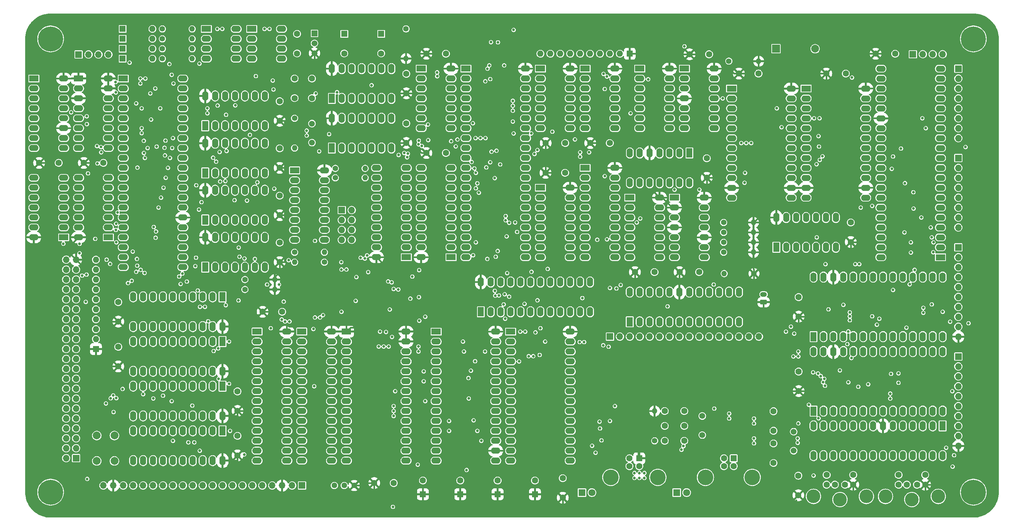
<source format=gbr>
%TF.GenerationSoftware,KiCad,Pcbnew,8.0.2-8.0.2-0~ubuntu20.04.1*%
%TF.CreationDate,2024-06-07T01:09:34+05:00*%
%TF.ProjectId,RedStar,52656453-7461-4722-9e6b-696361645f70,v1.5*%
%TF.SameCoordinates,Original*%
%TF.FileFunction,Copper,L3,Inr*%
%TF.FilePolarity,Positive*%
%FSLAX46Y46*%
G04 Gerber Fmt 4.6, Leading zero omitted, Abs format (unit mm)*
G04 Created by KiCad (PCBNEW 8.0.2-8.0.2-0~ubuntu20.04.1) date 2024-06-07 01:09:34*
%MOMM*%
%LPD*%
G01*
G04 APERTURE LIST*
G04 Aperture macros list*
%AMRoundRect*
0 Rectangle with rounded corners*
0 $1 Rounding radius*
0 $2 $3 $4 $5 $6 $7 $8 $9 X,Y pos of 4 corners*
0 Add a 4 corners polygon primitive as box body*
4,1,4,$2,$3,$4,$5,$6,$7,$8,$9,$2,$3,0*
0 Add four circle primitives for the rounded corners*
1,1,$1+$1,$2,$3*
1,1,$1+$1,$4,$5*
1,1,$1+$1,$6,$7*
1,1,$1+$1,$8,$9*
0 Add four rect primitives between the rounded corners*
20,1,$1+$1,$2,$3,$4,$5,0*
20,1,$1+$1,$4,$5,$6,$7,0*
20,1,$1+$1,$6,$7,$8,$9,0*
20,1,$1+$1,$8,$9,$2,$3,0*%
G04 Aperture macros list end*
%TA.AperFunction,ComponentPad*%
%ADD10R,1.600000X2.400000*%
%TD*%
%TA.AperFunction,ComponentPad*%
%ADD11O,1.600000X2.400000*%
%TD*%
%TA.AperFunction,ComponentPad*%
%ADD12C,1.400000*%
%TD*%
%TA.AperFunction,ComponentPad*%
%ADD13O,1.400000X1.400000*%
%TD*%
%TA.AperFunction,ComponentPad*%
%ADD14C,1.600000*%
%TD*%
%TA.AperFunction,ComponentPad*%
%ADD15R,1.500000X1.500000*%
%TD*%
%TA.AperFunction,ComponentPad*%
%ADD16C,1.500000*%
%TD*%
%TA.AperFunction,ComponentPad*%
%ADD17R,1.600000X1.600000*%
%TD*%
%TA.AperFunction,ComponentPad*%
%ADD18R,2.400000X1.600000*%
%TD*%
%TA.AperFunction,ComponentPad*%
%ADD19O,2.400000X1.600000*%
%TD*%
%TA.AperFunction,ComponentPad*%
%ADD20O,1.600000X1.600000*%
%TD*%
%TA.AperFunction,ComponentPad*%
%ADD21C,3.500000*%
%TD*%
%TA.AperFunction,ComponentPad*%
%ADD22R,1.700000X1.700000*%
%TD*%
%TA.AperFunction,ComponentPad*%
%ADD23O,1.700000X1.700000*%
%TD*%
%TA.AperFunction,ComponentPad*%
%ADD24C,0.800000*%
%TD*%
%TA.AperFunction,ComponentPad*%
%ADD25C,6.400000*%
%TD*%
%TA.AperFunction,ComponentPad*%
%ADD26C,4.000000*%
%TD*%
%TA.AperFunction,ComponentPad*%
%ADD27R,1.800000X1.800000*%
%TD*%
%TA.AperFunction,ComponentPad*%
%ADD28C,1.800000*%
%TD*%
%TA.AperFunction,ComponentPad*%
%ADD29C,1.440000*%
%TD*%
%TA.AperFunction,ComponentPad*%
%ADD30R,2.000000X2.000000*%
%TD*%
%TA.AperFunction,ComponentPad*%
%ADD31C,2.000000*%
%TD*%
%TA.AperFunction,ComponentPad*%
%ADD32RoundRect,0.250000X0.625000X-0.350000X0.625000X0.350000X-0.625000X0.350000X-0.625000X-0.350000X0*%
%TD*%
%TA.AperFunction,ComponentPad*%
%ADD33O,1.750000X1.200000*%
%TD*%
%TA.AperFunction,ViaPad*%
%ADD34C,0.700000*%
%TD*%
%TA.AperFunction,Conductor*%
%ADD35C,0.400000*%
%TD*%
G04 APERTURE END LIST*
D10*
%TO.N,/RDY*%
%TO.C,DD17*%
X120015000Y-130810000D03*
D11*
X122555000Y-130810000D03*
%TO.N,Net-(DD17-Pad3)*%
X125095000Y-130810000D03*
%TO.N,/MAST*%
X127635000Y-130810000D03*
%TO.N,Net-(DD17-Pad3)*%
X130175000Y-130810000D03*
%TO.N,/~{WAIT}*%
X132715000Y-130810000D03*
%TO.N,GND*%
X135255000Y-130810000D03*
%TO.N,/~{MDC_E}*%
X135255000Y-123190000D03*
%TO.N,/~{A15}*%
X132715000Y-123190000D03*
%TO.N,/~{HLDA}*%
X130175000Y-123190000D03*
%TO.N,/~{FWR}*%
X127635000Y-123190000D03*
%TO.N,/WB*%
X125095000Y-123190000D03*
%TO.N,/MEMW*%
X122555000Y-123190000D03*
%TO.N,VCC*%
X120015000Y-123190000D03*
%TD*%
D12*
%TO.N,/~{RESET}*%
%TO.C,R19*%
X171375000Y-69835000D03*
D13*
%TO.N,VCC*%
X171375000Y-77455000D03*
%TD*%
D14*
%TO.N,Net-(DD46-V3)*%
%TO.C,C45*%
X242521500Y-167640000D03*
%TO.N,GND*%
X237521500Y-167640000D03*
%TD*%
D10*
%TO.N,/~{HLDA}*%
%TO.C,DD41*%
X124455000Y-138415000D03*
D11*
%TO.N,unconnected-(DD41-A1-Pad2)*%
X121915000Y-138415000D03*
%TO.N,unconnected-(DD41-A2-Pad3)*%
X119375000Y-138415000D03*
%TO.N,unconnected-(DD41-A3-Pad4)*%
X116835000Y-138415000D03*
%TO.N,unconnected-(DD41-A4-Pad5)*%
X114295000Y-138415000D03*
%TO.N,/~{MEMR}*%
X111755000Y-138415000D03*
%TO.N,/~{MEMW}*%
X109215000Y-138415000D03*
%TO.N,/~{I{slash}OR}*%
X106675000Y-138415000D03*
%TO.N,/~{I{slash}OW}*%
X104135000Y-138415000D03*
%TO.N,GND*%
X101595000Y-138415000D03*
%TO.N,/~{PW}*%
X101595000Y-146035000D03*
%TO.N,/~{PR}*%
X104135000Y-146035000D03*
%TO.N,/~{MW}*%
X106675000Y-146035000D03*
%TO.N,/~{MR}*%
X109215000Y-146035000D03*
%TO.N,unconnected-(DD41-B4-Pad15)*%
X111755000Y-146035000D03*
%TO.N,unconnected-(DD41-B3-Pad16)*%
X114295000Y-146035000D03*
%TO.N,unconnected-(DD41-B2-Pad17)*%
X116835000Y-146035000D03*
%TO.N,unconnected-(DD41-B1-Pad18)*%
X119375000Y-146035000D03*
%TO.N,/~{CB_E}*%
X121915000Y-146035000D03*
%TO.N,VCC*%
X124455000Y-146035000D03*
%TD*%
D15*
%TO.N,3V3*%
%TO.C,DA2*%
X147955000Y-70993000D03*
D16*
%TO.N,GND*%
X147955000Y-73533000D03*
%TO.N,VCC*%
X147955000Y-76073000D03*
%TD*%
D14*
%TO.N,VCC*%
%TO.C,C22*%
X139065000Y-105410000D03*
%TO.N,GND*%
X139065000Y-100410000D03*
%TD*%
%TO.N,Net-(C2-Pad1)*%
%TO.C,C2*%
X142875000Y-87550000D03*
%TO.N,GND*%
X142875000Y-82550000D03*
%TD*%
%TO.N,VCC*%
%TO.C,C24*%
X207090000Y-99060000D03*
%TO.N,GND*%
X212090000Y-99060000D03*
%TD*%
D12*
%TO.N,/MS0*%
%TO.C,R14*%
X153289000Y-105537000D03*
D13*
%TO.N,GND*%
X160909000Y-105537000D03*
%TD*%
D17*
%TO.N,VCC*%
%TO.C,C39*%
X175693000Y-188920000D03*
D14*
%TO.N,GND*%
X175693000Y-185420000D03*
%TD*%
D12*
%TO.N,/~{W25E13}*%
%TO.C,R9*%
X109055000Y-77470000D03*
D13*
%TO.N,3V3*%
X116675000Y-77470000D03*
%TD*%
D14*
%TO.N,VCC*%
%TO.C,C17*%
X128270000Y-167600000D03*
%TO.N,GND*%
X128270000Y-162600000D03*
%TD*%
D18*
%TO.N,/AU1*%
%TO.C,DD37*%
X76200000Y-82550000D03*
D19*
%TO.N,GND*%
X76200000Y-85090000D03*
%TO.N,/Priority*%
X76200000Y-87630000D03*
%TO.N,GND*%
X76200000Y-90170000D03*
%TO.N,unconnected-(DD37-A>-Pad5)*%
X76200000Y-92710000D03*
%TO.N,/HOLD*%
X76200000Y-95250000D03*
%TO.N,unconnected-(DD37-A<-Pad7)*%
X76200000Y-97790000D03*
%TO.N,GND*%
X76200000Y-100330000D03*
X83820000Y-100330000D03*
%TO.N,/~{REQ}*%
X83820000Y-97790000D03*
%TO.N,VCC*%
X83820000Y-95250000D03*
%TO.N,/~{Protest}*%
X83820000Y-92710000D03*
%TO.N,/Ad0*%
X83820000Y-90170000D03*
%TO.N,/AU0*%
X83820000Y-87630000D03*
%TO.N,/Ad1*%
X83820000Y-85090000D03*
%TO.N,VCC*%
X83820000Y-82550000D03*
%TD*%
D18*
%TO.N,/X1*%
%TO.C,DD1*%
X186690000Y-80010000D03*
D19*
%TO.N,/X2*%
X186690000Y-82550000D03*
%TO.N,/RES*%
X186690000Y-85090000D03*
%TO.N,/SOD*%
X186690000Y-87630000D03*
%TO.N,/SID*%
X186690000Y-90170000D03*
%TO.N,/TRAP*%
X186690000Y-92710000D03*
%TO.N,/RST7.5*%
X186690000Y-95250000D03*
%TO.N,unconnected-(DD1-RST6.5-Pad8)*%
X186690000Y-97790000D03*
%TO.N,unconnected-(DD1-RST5.5-Pad9)*%
X186690000Y-100330000D03*
%TO.N,/INTR*%
X186690000Y-102870000D03*
%TO.N,/~{INTA}*%
X186690000Y-105410000D03*
%TO.N,/pAD0*%
X186690000Y-107950000D03*
%TO.N,/pAD1*%
X186690000Y-110490000D03*
%TO.N,/pAD2*%
X186690000Y-113030000D03*
%TO.N,/pAD3*%
X186690000Y-115570000D03*
%TO.N,/pAD4*%
X186690000Y-118110000D03*
%TO.N,/pAD5*%
X186690000Y-120650000D03*
%TO.N,/pAD6*%
X186690000Y-123190000D03*
%TO.N,/pAD7*%
X186690000Y-125730000D03*
%TO.N,GND*%
X186690000Y-128270000D03*
%TO.N,/A8*%
X201930000Y-128270000D03*
%TO.N,/A9*%
X201930000Y-125730000D03*
%TO.N,/A10*%
X201930000Y-123190000D03*
%TO.N,/A11*%
X201930000Y-120650000D03*
%TO.N,/pA12*%
X201930000Y-118110000D03*
%TO.N,/pA13*%
X201930000Y-115570000D03*
%TO.N,/pA14*%
X201930000Y-113030000D03*
%TO.N,/pA15*%
X201930000Y-110490000D03*
%TO.N,/S0*%
X201930000Y-107950000D03*
%TO.N,/ALE*%
X201930000Y-105410000D03*
%TO.N,/~{WR}*%
X201930000Y-102870000D03*
%TO.N,/~{RD}*%
X201930000Y-100330000D03*
%TO.N,/S1*%
X201930000Y-97790000D03*
%TO.N,/IO{slash}~{M}*%
X201930000Y-95250000D03*
%TO.N,/~{WAIT}*%
X201930000Y-92710000D03*
%TO.N,/~{RESET}*%
X201930000Y-90170000D03*
%TO.N,/CLK*%
X201930000Y-87630000D03*
%TO.N,/HLDA*%
X201930000Y-85090000D03*
%TO.N,/HOLD*%
X201930000Y-82550000D03*
%TO.N,VCC*%
X201930000Y-80010000D03*
%TD*%
D17*
%TO.N,/~{W25E0}*%
%TO.C,VD3*%
X98895000Y-74930000D03*
D20*
%TO.N,/~{W25E03}*%
X106515000Y-74930000D03*
%TD*%
D14*
%TO.N,VCC*%
%TO.C,C13*%
X171450000Y-99020000D03*
%TO.N,GND*%
X171450000Y-94020000D03*
%TD*%
%TO.N,/M_DATA*%
%TO.C,J2*%
X299436000Y-186484000D03*
%TO.N,unconnected-(J2-Pad2)*%
X302036000Y-186484000D03*
D21*
%TO.N,GND*%
X307486000Y-189484000D03*
X300736000Y-190284000D03*
D14*
X297336000Y-186484000D03*
D21*
X293986000Y-189484000D03*
D14*
%TO.N,VCC*%
X304136000Y-186484000D03*
%TO.N,/M_CLK*%
X297336000Y-183984000D03*
%TO.N,unconnected-(J2-Pad6)*%
X304136000Y-183984000D03*
%TD*%
%TO.N,VCC*%
%TO.C,C10*%
X97790000Y-144740000D03*
%TO.N,GND*%
X97790000Y-139740000D03*
%TD*%
D12*
%TO.N,/~{W25E03}*%
%TO.C,R8*%
X109055000Y-74930000D03*
D13*
%TO.N,3V3*%
X116675000Y-74930000D03*
%TD*%
D12*
%TO.N,/SCK3*%
%TO.C,R7*%
X109055000Y-72390000D03*
D13*
%TO.N,3V3*%
X116675000Y-72390000D03*
%TD*%
D14*
%TO.N,/K_DATA*%
%TO.C,J1*%
X281036000Y-186484000D03*
%TO.N,unconnected-(J1-Pad2)*%
X283636000Y-186484000D03*
D21*
%TO.N,GND*%
X289086000Y-189484000D03*
X282336000Y-190284000D03*
D14*
X278936000Y-186484000D03*
D21*
X275586000Y-189484000D03*
D14*
%TO.N,VCC*%
X285736000Y-186484000D03*
%TO.N,/K_CLK*%
X278936000Y-183984000D03*
%TO.N,unconnected-(J1-Pad6)*%
X285736000Y-183984000D03*
%TD*%
D22*
%TO.N,Net-(DD22B-~{Q0})*%
%TO.C,J3*%
X154940000Y-116205000D03*
D23*
%TO.N,/~{PDC_E}*%
X157480000Y-116205000D03*
%TO.N,Net-(DD22B-~{Q1})*%
X154940000Y-118745000D03*
%TO.N,/~{PDC_E}*%
X157480000Y-118745000D03*
%TO.N,Net-(DD22B-~{Q2})*%
X154940000Y-121285000D03*
%TO.N,/~{PDC_E}*%
X157480000Y-121285000D03*
%TO.N,Net-(DD22B-~{Q3})*%
X154940000Y-123825000D03*
%TO.N,/~{PDC_E}*%
X157480000Y-123825000D03*
%TD*%
D12*
%TO.N,/WB*%
%TO.C,R16*%
X142875000Y-127000000D03*
D13*
%TO.N,GND*%
X150495000Y-127000000D03*
%TD*%
D14*
%TO.N,VCC*%
%TO.C,C5*%
X207050000Y-106680000D03*
%TO.N,GND*%
X212050000Y-106680000D03*
%TD*%
%TO.N,VCC*%
%TO.C,C11*%
X285115000Y-124380000D03*
%TO.N,GND*%
X285115000Y-119380000D03*
%TD*%
D24*
%TO.N,GND*%
%TO.C,H2*%
X314070000Y-72400000D03*
X314772944Y-70702944D03*
X314772944Y-74097056D03*
X316470000Y-70000000D03*
D25*
X316470000Y-72400000D03*
D24*
X316470000Y-74800000D03*
X318167056Y-70702944D03*
X318167056Y-74097056D03*
X318870000Y-72400000D03*
%TD*%
D12*
%TO.N,Net-(DD20-~{Q2})*%
%TO.C,R4*%
X252603000Y-127000000D03*
D13*
%TO.N,VCC*%
X260223000Y-127000000D03*
%TD*%
D10*
%TO.N,/D2*%
%TO.C,DD34*%
X275590000Y-148595000D03*
D11*
%TO.N,/D3*%
X278130000Y-148595000D03*
%TO.N,/RXD1*%
X280670000Y-148595000D03*
%TO.N,GND*%
X283210000Y-148595000D03*
%TO.N,/D4*%
X285750000Y-148595000D03*
%TO.N,/D5*%
X288290000Y-148595000D03*
%TO.N,/D6*%
X290830000Y-148595000D03*
%TO.N,/D7*%
X293370000Y-148595000D03*
%TO.N,/TSYN1*%
X295910000Y-148595000D03*
%TO.N,/~{I{slash}OW}*%
X298450000Y-148595000D03*
%TO.N,/~{USART1}*%
X300990000Y-148595000D03*
%TO.N,/A0*%
X303530000Y-148595000D03*
%TO.N,/~{I{slash}OR}*%
X306070000Y-148595000D03*
%TO.N,/RXC1*%
X308610000Y-148595000D03*
%TO.N,/TXC1*%
X308610000Y-133355000D03*
%TO.N,unconnected-(DD34-SD{slash}BD-Pad16)*%
X306070000Y-133355000D03*
%TO.N,/~{CTS1}*%
X303530000Y-133355000D03*
%TO.N,/UDRE1*%
X300990000Y-133355000D03*
%TO.N,/TXD1*%
X298450000Y-133355000D03*
%TO.N,/CLT*%
X295910000Y-133355000D03*
%TO.N,/RES*%
X293370000Y-133355000D03*
%TO.N,/~{DSR1}*%
X290830000Y-133355000D03*
%TO.N,/~{RTS1}*%
X288290000Y-133355000D03*
%TO.N,/~{DTR1}*%
X285750000Y-133355000D03*
%TO.N,/TSYN1*%
X283210000Y-133355000D03*
%TO.N,VCC*%
X280670000Y-133355000D03*
%TO.N,/D0*%
X278130000Y-133355000D03*
%TO.N,/D1*%
X275590000Y-133355000D03*
%TD*%
D14*
%TO.N,VCC*%
%TO.C,C25*%
X77545000Y-104130000D03*
%TO.N,GND*%
X82545000Y-104130000D03*
%TD*%
D10*
%TO.N,Net-(DD18-Pad11)*%
%TO.C,DD19*%
X120010000Y-106695000D03*
D11*
%TO.N,/~{PME}*%
X122550000Y-106695000D03*
%TO.N,/~{YHME}*%
X125090000Y-106695000D03*
%TO.N,/~{PMT}*%
X127630000Y-106695000D03*
%TO.N,/~{A15}*%
X130170000Y-106695000D03*
%TO.N,/~{OMME}*%
X132710000Y-106695000D03*
%TO.N,GND*%
X135250000Y-106695000D03*
%TO.N,Net-(DD12-Pad5)*%
X135250000Y-99075000D03*
%TO.N,/MAST*%
X132710000Y-99075000D03*
%TO.N,/~{RD}*%
X130170000Y-99075000D03*
%TO.N,Net-(DD12-Pad3)*%
X127630000Y-99075000D03*
%TO.N,/MAST*%
X125090000Y-99075000D03*
%TO.N,/A15*%
X122550000Y-99075000D03*
%TO.N,VCC*%
X120010000Y-99075000D03*
%TD*%
D17*
%TO.N,3V3*%
%TO.C,C37*%
X155575000Y-71120000D03*
D14*
%TO.N,GND*%
X155575000Y-76120000D03*
%TD*%
D12*
%TO.N,Net-(DD20-~{Q3})*%
%TO.C,R5*%
X252603000Y-124460000D03*
D13*
%TO.N,VCC*%
X260223000Y-124460000D03*
%TD*%
D17*
%TO.N,/SCK*%
%TO.C,VD2*%
X98895000Y-72390000D03*
D20*
%TO.N,/SCK3*%
X106515000Y-72390000D03*
%TD*%
D18*
%TO.N,Net-(DD14A-~{R})*%
%TO.C,DD14*%
X242570000Y-80010000D03*
D19*
%TO.N,/TRAP*%
X242570000Y-82550000D03*
%TO.N,/SOD*%
X242570000Y-85090000D03*
%TO.N,VCC*%
X242570000Y-87630000D03*
%TO.N,/SID*%
X242570000Y-90170000D03*
%TO.N,/TRAP*%
X242570000Y-92710000D03*
%TO.N,GND*%
X242570000Y-95250000D03*
%TO.N,unconnected-(DD14B-~{Q}-Pad8)*%
X250190000Y-95250000D03*
%TO.N,unconnected-(DD14B-Q-Pad9)*%
X250190000Y-92710000D03*
%TO.N,unconnected-(DD14B-~{S}-Pad10)*%
X250190000Y-90170000D03*
%TO.N,unconnected-(DD14B-C-Pad11)*%
X250190000Y-87630000D03*
%TO.N,unconnected-(DD14B-D-Pad12)*%
X250190000Y-85090000D03*
%TO.N,unconnected-(DD14B-~{R}-Pad13)*%
X250190000Y-82550000D03*
%TO.N,VCC*%
X250190000Y-80010000D03*
%TD*%
D18*
%TO.N,/TRAP*%
%TO.C,DD13*%
X240030000Y-113030000D03*
D19*
%TO.N,VCC*%
X240030000Y-115570000D03*
%TO.N,Net-(DD13A-C)*%
X240030000Y-118110000D03*
%TO.N,VCC*%
X240030000Y-120650000D03*
%TO.N,Net-(DD13A-Q)*%
X240030000Y-123190000D03*
%TO.N,unconnected-(DD13A-~{Q}-Pad6)*%
X240030000Y-125730000D03*
%TO.N,GND*%
X240030000Y-128270000D03*
%TO.N,Net-(DD13B-~{Q})*%
X247650000Y-128270000D03*
%TO.N,Net-(DD13B-Q)*%
X247650000Y-125730000D03*
%TO.N,VCC*%
X247650000Y-123190000D03*
%TO.N,/S1*%
X247650000Y-120650000D03*
%TO.N,Net-(DD13A-Q)*%
X247650000Y-118110000D03*
%TO.N,/TRAP*%
X247650000Y-115570000D03*
%TO.N,VCC*%
X247650000Y-113030000D03*
%TD*%
D17*
%TO.N,VCC*%
%TO.C,J13*%
X231014000Y-179734500D03*
D14*
%TO.N,unconnected-(J13-D--Pad2)*%
X228514000Y-179734500D03*
%TO.N,unconnected-(J13-D+-Pad3)*%
X228514000Y-181734500D03*
%TO.N,GND*%
X231014000Y-181734500D03*
D26*
X235764000Y-184594500D03*
X223764000Y-184594500D03*
%TD*%
D10*
%TO.N,Net-(DD8-Pad1)*%
%TO.C,DD8*%
X266065000Y-125730000D03*
D11*
X268605000Y-125730000D03*
%TO.N,unconnected-(DD8-Pad3)*%
X271145000Y-125730000D03*
%TO.N,unconnected-(DD8-Pad4)*%
X273685000Y-125730000D03*
%TO.N,unconnected-(DD8-Pad5)*%
X276225000Y-125730000D03*
%TO.N,unconnected-(DD8-Pad6)*%
X278765000Y-125730000D03*
%TO.N,GND*%
X281305000Y-125730000D03*
%TO.N,/MEMW*%
X281305000Y-118110000D03*
%TO.N,/IO{slash}~{M}*%
X278765000Y-118110000D03*
%TO.N,/~{WR}*%
X276225000Y-118110000D03*
%TO.N,Net-(DD8-Pad11)*%
X273685000Y-118110000D03*
X271145000Y-118110000D03*
%TO.N,/TRAP*%
X268605000Y-118110000D03*
%TO.N,VCC*%
X266065000Y-118110000D03*
%TD*%
D18*
%TO.N,Net-(DD10-Pad1)*%
%TO.C,DD7*%
X205740000Y-80010000D03*
D19*
%TO.N,/~{I{slash}O}M*%
X205740000Y-82550000D03*
%TO.N,/~{RD}*%
X205740000Y-85090000D03*
%TO.N,Net-(DD10-Pad3)*%
X205740000Y-87630000D03*
%TO.N,/~{WR}*%
X205740000Y-90170000D03*
%TO.N,/~{I{slash}O}M*%
X205740000Y-92710000D03*
%TO.N,GND*%
X205740000Y-95250000D03*
%TO.N,/~{RD}*%
X213360000Y-95250000D03*
%TO.N,/IO{slash}~{M}*%
X213360000Y-92710000D03*
%TO.N,Net-(DD10-Pad5)*%
X213360000Y-90170000D03*
%TO.N,/HLDA*%
X213360000Y-87630000D03*
%TO.N,/MAST*%
X213360000Y-85090000D03*
%TO.N,/~{CB_E}*%
X213360000Y-82550000D03*
%TO.N,VCC*%
X213360000Y-80010000D03*
%TD*%
D14*
%TO.N,VCC*%
%TO.C,C30*%
X88975000Y-104130000D03*
%TO.N,GND*%
X93975000Y-104130000D03*
%TD*%
%TO.N,VCC*%
%TO.C,C35*%
X271780000Y-143470000D03*
%TO.N,GND*%
X271780000Y-138470000D03*
%TD*%
D18*
%TO.N,/D7*%
%TO.C,DD29*%
X254635000Y-85095000D03*
D19*
%TO.N,/D6*%
X254635000Y-87635000D03*
%TO.N,/D5*%
X254635000Y-90175000D03*
%TO.N,/D4*%
X254635000Y-92715000D03*
%TO.N,/D3*%
X254635000Y-95255000D03*
%TO.N,/D2*%
X254635000Y-97795000D03*
%TO.N,/D1*%
X254635000Y-100335000D03*
%TO.N,/D0*%
X254635000Y-102875000D03*
%TO.N,Net-(DD29-CLK0)*%
X254635000Y-105415000D03*
%TO.N,/SYSTIME*%
X254635000Y-107955000D03*
%TO.N,VCC*%
X254635000Y-110495000D03*
%TO.N,GND*%
X254635000Y-113035000D03*
%TO.N,Net-(DD29-CLK0)*%
X269875000Y-113035000D03*
%TO.N,VCC*%
X269875000Y-110495000D03*
%TO.N,/CLT*%
X269875000Y-107955000D03*
%TO.N,/CLKE*%
X269875000Y-105415000D03*
%TO.N,/RST7.5*%
X269875000Y-102875000D03*
%TO.N,/CLT*%
X269875000Y-100335000D03*
%TO.N,/A0*%
X269875000Y-97795000D03*
%TO.N,/A1*%
X269875000Y-95255000D03*
%TO.N,/~{TIM0}*%
X269875000Y-92715000D03*
%TO.N,/~{I{slash}OR}*%
X269875000Y-90175000D03*
%TO.N,/~{I{slash}OW}*%
X269875000Y-87635000D03*
%TO.N,VCC*%
X269875000Y-85095000D03*
%TD*%
D12*
%TO.N,/RDY*%
%TO.C,R12*%
X130175000Y-133985000D03*
D13*
%TO.N,VCC*%
X137795000Y-133985000D03*
%TD*%
D17*
%TO.N,VCC*%
%TO.C,C40*%
X185243000Y-188920000D03*
D14*
%TO.N,GND*%
X185243000Y-185420000D03*
%TD*%
D17*
%TO.N,VCC*%
%TO.C,RN2*%
X92075000Y-151765000D03*
D20*
%TO.N,/~{REQ}*%
X92075000Y-149225000D03*
%TO.N,/~{CONF}*%
X92075000Y-146685000D03*
%TO.N,/~{Protest}*%
X92075000Y-144145000D03*
%TO.N,/Ad0*%
X92075000Y-141605000D03*
%TO.N,/Ad1*%
X92075000Y-139065000D03*
%TO.N,/T0*%
X92075000Y-136525000D03*
%TO.N,/T1*%
X92075000Y-133985000D03*
%TO.N,/T2*%
X92075000Y-131445000D03*
%TO.N,/Vect*%
X92075000Y-128905000D03*
%TD*%
D14*
%TO.N,VCC*%
%TO.C,C27*%
X134700000Y-142240000D03*
%TO.N,GND*%
X139700000Y-142240000D03*
%TD*%
D18*
%TO.N,/A14*%
%TO.C,DD24*%
X144705000Y-147305000D03*
D19*
%TO.N,/A12*%
X144705000Y-149845000D03*
%TO.N,/A7*%
X144705000Y-152385000D03*
%TO.N,/A6*%
X144705000Y-154925000D03*
%TO.N,/A5*%
X144705000Y-157465000D03*
%TO.N,/A4*%
X144705000Y-160005000D03*
%TO.N,/A3*%
X144705000Y-162545000D03*
%TO.N,/A2*%
X144705000Y-165085000D03*
%TO.N,/A1*%
X144705000Y-167625000D03*
%TO.N,/A0*%
X144705000Y-170165000D03*
%TO.N,/D0*%
X144705000Y-172705000D03*
%TO.N,/D1*%
X144705000Y-175245000D03*
%TO.N,/D2*%
X144705000Y-177785000D03*
%TO.N,GND*%
X144705000Y-180325000D03*
%TO.N,/D3*%
X152325000Y-180325000D03*
%TO.N,/D4*%
X152325000Y-177785000D03*
%TO.N,/D5*%
X152325000Y-175245000D03*
%TO.N,/D6*%
X152325000Y-172705000D03*
%TO.N,/D7*%
X152325000Y-170165000D03*
%TO.N,/~{OMME}*%
X152325000Y-167625000D03*
%TO.N,/A10*%
X152325000Y-165085000D03*
%TO.N,/~{MEMR}*%
X152325000Y-162545000D03*
%TO.N,/A11*%
X152325000Y-160005000D03*
%TO.N,/A9*%
X152325000Y-157465000D03*
%TO.N,/A8*%
X152325000Y-154925000D03*
%TO.N,/A13*%
X152325000Y-152385000D03*
%TO.N,/~{MEMW}*%
X152325000Y-149845000D03*
%TO.N,VCC*%
X152325000Y-147305000D03*
%TD*%
D12*
%TO.N,Net-(LED1-A)*%
%TO.C,R10*%
X150495000Y-129540000D03*
D13*
%TO.N,/Turbo*%
X142875000Y-129540000D03*
%TD*%
D22*
%TO.N,/PF0*%
%TO.C,J10*%
X301000000Y-76327000D03*
D23*
%TO.N,/PF1*%
X303540000Y-76327000D03*
%TO.N,/PF2*%
X306080000Y-76327000D03*
%TO.N,/PF3*%
X308620000Y-76327000D03*
%TD*%
D17*
%TO.N,/MOSI*%
%TO.C,VD1*%
X98895000Y-69850000D03*
D20*
%TO.N,/MOSI3*%
X106515000Y-69850000D03*
%TD*%
D14*
%TO.N,VCC*%
%TO.C,C21*%
X97790000Y-156210000D03*
%TO.N,GND*%
X97790000Y-151210000D03*
%TD*%
%TO.N,VCC*%
%TO.C,C18*%
X229910000Y-132080000D03*
%TO.N,GND*%
X234910000Y-132080000D03*
%TD*%
%TO.N,VCC*%
%TO.C,C12*%
X218480000Y-99060000D03*
%TO.N,GND*%
X223480000Y-99060000D03*
%TD*%
D24*
%TO.N,GND*%
%TO.C,H1*%
X78070000Y-72400000D03*
X78772944Y-70702944D03*
X78772944Y-74097056D03*
X80470000Y-70000000D03*
D25*
X80470000Y-72400000D03*
D24*
X80470000Y-74800000D03*
X82167056Y-70702944D03*
X82167056Y-74097056D03*
X82870000Y-72400000D03*
%TD*%
D14*
%TO.N,VCC*%
%TO.C,C23*%
X211455000Y-189825000D03*
%TO.N,GND*%
X211455000Y-184825000D03*
%TD*%
D27*
%TO.N,GND*%
%TO.C,LED1*%
X216353000Y-188500500D03*
D28*
%TO.N,Net-(LED1-A)*%
X218893000Y-188500500D03*
%TD*%
D24*
%TO.N,GND*%
%TO.C,H3*%
X314070000Y-188400000D03*
X314772944Y-186702944D03*
X314772944Y-190097056D03*
X316470000Y-186000000D03*
D25*
X316470000Y-188400000D03*
D24*
X316470000Y-190800000D03*
X318167056Y-186702944D03*
X318167056Y-190097056D03*
X318870000Y-188400000D03*
%TD*%
D12*
%TO.N,/MOSI3*%
%TO.C,R6*%
X109055000Y-69850000D03*
D13*
%TO.N,3V3*%
X116675000Y-69850000D03*
%TD*%
D14*
%TO.N,VCC*%
%TO.C,C31*%
X271705000Y-189175000D03*
%TO.N,GND*%
X271705000Y-184175000D03*
%TD*%
D17*
%TO.N,VCC*%
%TO.C,C41*%
X194793000Y-188920000D03*
D14*
%TO.N,GND*%
X194793000Y-185420000D03*
%TD*%
D10*
%TO.N,/~{HLDA}*%
%TO.C,DD40*%
X124455000Y-149845000D03*
D11*
%TO.N,/A8*%
X121915000Y-149845000D03*
%TO.N,/A9*%
X119375000Y-149845000D03*
%TO.N,/A10*%
X116835000Y-149845000D03*
%TO.N,/A11*%
X114295000Y-149845000D03*
%TO.N,/A12*%
X111755000Y-149845000D03*
%TO.N,/A13*%
X109215000Y-149845000D03*
%TO.N,/A14*%
X106675000Y-149845000D03*
%TO.N,unconnected-(DD40-A8-Pad9)*%
X104135000Y-149845000D03*
%TO.N,GND*%
X101595000Y-149845000D03*
%TO.N,unconnected-(DD40-B8-Pad11)*%
X101595000Y-157465000D03*
%TO.N,/BA14*%
X104135000Y-157465000D03*
%TO.N,/BA13*%
X106675000Y-157465000D03*
%TO.N,/BA12*%
X109215000Y-157465000D03*
%TO.N,/BA11*%
X111755000Y-157465000D03*
%TO.N,/BA10*%
X114295000Y-157465000D03*
%TO.N,/BA9*%
X116835000Y-157465000D03*
%TO.N,/BA8*%
X119375000Y-157465000D03*
%TO.N,/~{CB_E}*%
X121915000Y-157465000D03*
%TO.N,VCC*%
X124455000Y-157465000D03*
%TD*%
D18*
%TO.N,/PA3*%
%TO.C,DD28*%
X308045000Y-128275000D03*
D19*
%TO.N,/PA2*%
X308045000Y-125735000D03*
%TO.N,/PA1*%
X308045000Y-123195000D03*
%TO.N,/PA0*%
X308045000Y-120655000D03*
%TO.N,/~{I{slash}OR}*%
X308045000Y-118115000D03*
%TO.N,/~{SYSP1}*%
X308045000Y-115575000D03*
%TO.N,GND*%
X308045000Y-113035000D03*
%TO.N,/A1*%
X308045000Y-110495000D03*
%TO.N,/A0*%
X308045000Y-107955000D03*
%TO.N,/~{W25E1}*%
X308045000Y-105415000D03*
%TO.N,/~{W25E0}*%
X308045000Y-102875000D03*
%TO.N,/FS*%
X308045000Y-100335000D03*
%TO.N,/BUZ_G*%
X308045000Y-97795000D03*
%TO.N,/PF0*%
X308045000Y-95255000D03*
%TO.N,/PF1*%
X308045000Y-92715000D03*
%TO.N,/PF2*%
X308045000Y-90175000D03*
%TO.N,/PF3*%
X308045000Y-87635000D03*
%TO.N,/PB0*%
X308045000Y-85095000D03*
%TO.N,/PB1*%
X308045000Y-82555000D03*
%TO.N,/PB2*%
X308045000Y-80015000D03*
%TO.N,/PB3*%
X292805000Y-80015000D03*
%TO.N,/PB4*%
X292805000Y-82555000D03*
%TO.N,/PB5*%
X292805000Y-85095000D03*
%TO.N,/PB6*%
X292805000Y-87635000D03*
%TO.N,/PB7*%
X292805000Y-90175000D03*
%TO.N,VCC*%
X292805000Y-92715000D03*
%TO.N,/D7*%
X292805000Y-95255000D03*
%TO.N,/D6*%
X292805000Y-97795000D03*
%TO.N,/D5*%
X292805000Y-100335000D03*
%TO.N,/D4*%
X292805000Y-102875000D03*
%TO.N,/D3*%
X292805000Y-105415000D03*
%TO.N,/D2*%
X292805000Y-107955000D03*
%TO.N,/D1*%
X292805000Y-110495000D03*
%TO.N,/D0*%
X292805000Y-113035000D03*
%TO.N,/RES*%
X292805000Y-115575000D03*
%TO.N,/~{I{slash}OW}*%
X292805000Y-118115000D03*
%TO.N,/PA7*%
X292805000Y-120655000D03*
%TO.N,/PA6*%
X292805000Y-123195000D03*
%TO.N,/PA5*%
X292805000Y-125735000D03*
%TO.N,/PA4*%
X292805000Y-128275000D03*
%TD*%
D18*
%TO.N,/~{B_OS}*%
%TO.C,DD21*%
X217170000Y-105410000D03*
D19*
%TO.N,/pA15*%
X217170000Y-107950000D03*
%TO.N,/A12*%
X217170000Y-110490000D03*
%TO.N,/pA14*%
X217170000Y-113030000D03*
%TO.N,/A13*%
X217170000Y-115570000D03*
%TO.N,/pA13*%
X217170000Y-118110000D03*
%TO.N,/A14*%
X217170000Y-120650000D03*
%TO.N,/pA12*%
X217170000Y-123190000D03*
%TO.N,/A15*%
X217170000Y-125730000D03*
%TO.N,GND*%
X217170000Y-128270000D03*
%TO.N,Net-(DD20-~{Q3})*%
X224790000Y-128270000D03*
%TO.N,/A12*%
X224790000Y-125730000D03*
%TO.N,Net-(DD20-~{Q2})*%
X224790000Y-123190000D03*
%TO.N,/A13*%
X224790000Y-120650000D03*
%TO.N,Net-(DD20-~{Q1})*%
X224790000Y-118110000D03*
%TO.N,/A14*%
X224790000Y-115570000D03*
%TO.N,Net-(DD20-~{Q0})*%
X224790000Y-113030000D03*
%TO.N,/A15*%
X224790000Y-110490000D03*
%TO.N,/~{B_U}*%
X224790000Y-107950000D03*
%TO.N,VCC*%
X224790000Y-105410000D03*
%TD*%
D18*
%TO.N,/~{W25E13}*%
%TO.C,DD44*%
X131915000Y-69850000D03*
D19*
%TO.N,/MISO*%
X131915000Y-72390000D03*
%TO.N,3V3*%
X131915000Y-74930000D03*
%TO.N,GND*%
X131915000Y-77470000D03*
%TO.N,/MOSI3*%
X139535000Y-77470000D03*
%TO.N,/SCK3*%
X139535000Y-74930000D03*
%TO.N,3V3*%
X139535000Y-72390000D03*
X139535000Y-69850000D03*
%TD*%
D17*
%TO.N,/~{W25E1}*%
%TO.C,VD4*%
X98895000Y-77470000D03*
D20*
%TO.N,/~{W25E13}*%
X106515000Y-77470000D03*
%TD*%
D14*
%TO.N,VCC*%
%TO.C,C14*%
X243880000Y-76332000D03*
%TO.N,GND*%
X248880000Y-76332000D03*
%TD*%
D10*
%TO.N,/IO{slash}~{M}*%
%TO.C,DD2*%
X152400000Y-100330000D03*
D11*
%TO.N,/~{I{slash}O}M*%
X154940000Y-100330000D03*
%TO.N,unconnected-(DD2-Pad3)*%
X157480000Y-100330000D03*
%TO.N,unconnected-(DD2-Pad4)*%
X160020000Y-100330000D03*
%TO.N,/A15*%
X162560000Y-100330000D03*
%TO.N,/~{A15}*%
X165100000Y-100330000D03*
%TO.N,GND*%
X167640000Y-100330000D03*
%TO.N,/Protest*%
X167640000Y-92710000D03*
%TO.N,/~{Protest}*%
X165100000Y-92710000D03*
%TO.N,Net-(DD3A-C)*%
X162560000Y-92710000D03*
%TO.N,Net-(C2-Pad1)*%
X160020000Y-92710000D03*
X157480000Y-92710000D03*
%TO.N,Net-(C1-Pad1)*%
X154940000Y-92710000D03*
%TO.N,VCC*%
X152400000Y-92710000D03*
%TD*%
D10*
%TO.N,/MOSI*%
%TO.C,DD42*%
X228595000Y-144795000D03*
D11*
%TO.N,/DIG0*%
X231135000Y-144795000D03*
%TO.N,/DIG4*%
X233675000Y-144795000D03*
%TO.N,GND*%
X236215000Y-144795000D03*
%TO.N,/DIG6*%
X238755000Y-144795000D03*
%TO.N,/DIG2*%
X241295000Y-144795000D03*
%TO.N,/DIG3*%
X243835000Y-144795000D03*
%TO.N,/DIG7*%
X246375000Y-144795000D03*
%TO.N,GND*%
X248915000Y-144795000D03*
%TO.N,/DIG5*%
X251455000Y-144795000D03*
%TO.N,/DIG1*%
X253995000Y-144795000D03*
%TO.N,/~{LED_S}*%
X256535000Y-144795000D03*
%TO.N,/SCK*%
X256535000Y-137175000D03*
%TO.N,/SEG_A*%
X253995000Y-137175000D03*
%TO.N,/SEG_F*%
X251455000Y-137175000D03*
%TO.N,/SEG_B*%
X248915000Y-137175000D03*
%TO.N,/SEG_G*%
X246375000Y-137175000D03*
%TO.N,Net-(DD42-ISET)*%
X243835000Y-137175000D03*
%TO.N,VCC*%
X241295000Y-137175000D03*
%TO.N,/SEG_C*%
X238755000Y-137175000D03*
%TO.N,/SEG_E*%
X236215000Y-137175000D03*
%TO.N,/SEG_DP*%
X233675000Y-137175000D03*
%TO.N,/SEG_D*%
X231135000Y-137175000D03*
%TO.N,/MISO*%
X228595000Y-137175000D03*
%TD*%
D10*
%TO.N,/Vectoma*%
%TO.C,DD38*%
X124455000Y-172705000D03*
D11*
%TO.N,/D0*%
X121915000Y-172705000D03*
%TO.N,/D1*%
X119375000Y-172705000D03*
%TO.N,/D2*%
X116835000Y-172705000D03*
%TO.N,/D3*%
X114295000Y-172705000D03*
%TO.N,/D4*%
X111755000Y-172705000D03*
%TO.N,/D5*%
X109215000Y-172705000D03*
%TO.N,/D6*%
X106675000Y-172705000D03*
%TO.N,/D7*%
X104135000Y-172705000D03*
%TO.N,GND*%
X101595000Y-172705000D03*
%TO.N,/BD7*%
X101595000Y-180325000D03*
%TO.N,/BD6*%
X104135000Y-180325000D03*
%TO.N,/BD5*%
X106675000Y-180325000D03*
%TO.N,/BD4*%
X109215000Y-180325000D03*
%TO.N,/BD3*%
X111755000Y-180325000D03*
%TO.N,/BD2*%
X114295000Y-180325000D03*
%TO.N,/BD1*%
X116835000Y-180325000D03*
%TO.N,/BD0*%
X119375000Y-180325000D03*
%TO.N,/~{CB_E}*%
X121915000Y-180325000D03*
%TO.N,VCC*%
X124455000Y-180325000D03*
%TD*%
D22*
%TO.N,/DIG0*%
%TO.C,J4*%
X223520000Y-148590000D03*
D23*
%TO.N,/SEG_C*%
X226060000Y-148590000D03*
%TO.N,/DIG1*%
X228600000Y-148590000D03*
%TO.N,/SEG_DP*%
X231140000Y-148590000D03*
%TO.N,/DIG2*%
X233680000Y-148590000D03*
%TO.N,/SEG_A*%
X236220000Y-148590000D03*
%TO.N,/DIG3*%
X238760000Y-148590000D03*
%TO.N,/SEG_E*%
X241300000Y-148590000D03*
%TO.N,/DIG4*%
X243840000Y-148590000D03*
%TO.N,/SEG_D*%
X246380000Y-148590000D03*
%TO.N,/DIG5*%
X248920000Y-148590000D03*
%TO.N,/SEG_G*%
X251460000Y-148590000D03*
%TO.N,/DIG6*%
X254000000Y-148590000D03*
%TO.N,/SEG_B*%
X256540000Y-148590000D03*
%TO.N,/DIG7*%
X259080000Y-148590000D03*
%TO.N,/SEG_F*%
X261620000Y-148590000D03*
%TD*%
D14*
%TO.N,Net-(DD35-PB6{slash}XTAL1)*%
%TO.C,C3*%
X265350000Y-175935000D03*
%TO.N,GND*%
X265350000Y-180935000D03*
%TD*%
D18*
%TO.N,/~{PIC_S}*%
%TO.C,DD32*%
X198120000Y-147320000D03*
D19*
%TO.N,/~{I{slash}OW}*%
X198120000Y-149860000D03*
%TO.N,/~{I{slash}OR}*%
X198120000Y-152400000D03*
%TO.N,/D7*%
X198120000Y-154940000D03*
%TO.N,/D6*%
X198120000Y-157480000D03*
%TO.N,/D5*%
X198120000Y-160020000D03*
%TO.N,/D4*%
X198120000Y-162560000D03*
%TO.N,/D3*%
X198120000Y-165100000D03*
%TO.N,/D2*%
X198120000Y-167640000D03*
%TO.N,/D1*%
X198120000Y-170180000D03*
%TO.N,/D0*%
X198120000Y-172720000D03*
%TO.N,/CAS0*%
X198120000Y-175260000D03*
%TO.N,/CAS1*%
X198120000Y-177800000D03*
%TO.N,GND*%
X198120000Y-180340000D03*
%TO.N,/CAS2*%
X213360000Y-180340000D03*
%TO.N,GND*%
X213360000Y-177800000D03*
%TO.N,/SINT*%
X213360000Y-175260000D03*
%TO.N,/UDRE1*%
X213360000Y-172720000D03*
%TO.N,/TXC1*%
X213360000Y-170180000D03*
%TO.N,/RXC1*%
X213360000Y-167640000D03*
%TO.N,/PF0*%
X213360000Y-165100000D03*
%TO.N,/PF1*%
X213360000Y-162560000D03*
%TO.N,/TSYN0*%
X213360000Y-160020000D03*
%TO.N,/TSYN1*%
X213360000Y-157480000D03*
%TO.N,/SYSTIME*%
X213360000Y-154940000D03*
%TO.N,/~{INTA}*%
X213360000Y-152400000D03*
%TO.N,/A0*%
X213360000Y-149860000D03*
%TO.N,VCC*%
X213360000Y-147320000D03*
%TD*%
D18*
%TO.N,/pA12*%
%TO.C,DD20*%
X205740000Y-110490000D03*
D19*
%TO.N,GND*%
X205740000Y-113030000D03*
%TO.N,/~{FWR}*%
X205740000Y-115570000D03*
%TO.N,/D0*%
X205740000Y-118110000D03*
%TO.N,Net-(DD20-~{Q0})*%
X205740000Y-120650000D03*
%TO.N,/D1*%
X205740000Y-123190000D03*
%TO.N,Net-(DD20-~{Q1})*%
X205740000Y-125730000D03*
%TO.N,GND*%
X205740000Y-128270000D03*
%TO.N,Net-(DD20-~{Q2})*%
X213360000Y-128270000D03*
%TO.N,/D2*%
X213360000Y-125730000D03*
%TO.N,Net-(DD20-~{Q3})*%
X213360000Y-123190000D03*
%TO.N,/D3*%
X213360000Y-120650000D03*
%TO.N,/pA15*%
X213360000Y-118110000D03*
%TO.N,/pA14*%
X213360000Y-115570000D03*
%TO.N,/pA13*%
X213360000Y-113030000D03*
%TO.N,VCC*%
X213360000Y-110490000D03*
%TD*%
D18*
%TO.N,/SY4*%
%TO.C,DD27*%
X99060000Y-82550000D03*
D19*
%TO.N,/SY3*%
X99060000Y-85090000D03*
%TO.N,/SY2*%
X99060000Y-87630000D03*
%TO.N,/SY0*%
X99060000Y-90170000D03*
%TO.N,/~{I{slash}OR}*%
X99060000Y-92710000D03*
%TO.N,/~{SYSP0}*%
X99060000Y-95250000D03*
%TO.N,GND*%
X99060000Y-97790000D03*
%TO.N,/A1*%
X99060000Y-100330000D03*
%TO.N,/A0*%
X99060000Y-102870000D03*
%TO.N,/MISO*%
X99060000Y-105410000D03*
%TO.N,/~{CONF}*%
X99060000Y-107950000D03*
%TO.N,/Priority*%
X99060000Y-110490000D03*
%TO.N,/~{REQ}*%
X99060000Y-113030000D03*
%TO.N,/Turbo*%
X99060000Y-115570000D03*
%TO.N,/WB*%
X99060000Y-118110000D03*
%TO.N,/CLKE*%
X99060000Y-120650000D03*
%TO.N,/SY1*%
X99060000Y-123190000D03*
%TO.N,/MOSI*%
X99060000Y-125730000D03*
%TO.N,/SCK*%
X99060000Y-128270000D03*
%TO.N,/~{LED_S}*%
X99060000Y-130810000D03*
%TO.N,/PT0*%
X114300000Y-130810000D03*
%TO.N,/PT1*%
X114300000Y-128270000D03*
%TO.N,/PT2*%
X114300000Y-125730000D03*
%TO.N,/AU0*%
X114300000Y-123190000D03*
%TO.N,/AU1*%
X114300000Y-120650000D03*
%TO.N,VCC*%
X114300000Y-118110000D03*
%TO.N,/D7*%
X114300000Y-115570000D03*
%TO.N,/D6*%
X114300000Y-113030000D03*
%TO.N,/D5*%
X114300000Y-110490000D03*
%TO.N,/D4*%
X114300000Y-107950000D03*
%TO.N,/D3*%
X114300000Y-105410000D03*
%TO.N,/D2*%
X114300000Y-102870000D03*
%TO.N,/D1*%
X114300000Y-100330000D03*
%TO.N,/D0*%
X114300000Y-97790000D03*
%TO.N,/RES*%
X114300000Y-95250000D03*
%TO.N,/~{I{slash}OW}*%
X114300000Y-92710000D03*
%TO.N,/MS1*%
X114300000Y-90170000D03*
%TO.N,/MS0*%
X114300000Y-87630000D03*
%TO.N,/SY6*%
X114300000Y-85090000D03*
%TO.N,/SY5*%
X114300000Y-82550000D03*
%TD*%
D18*
%TO.N,/~{W25E03}*%
%TO.C,DD43*%
X120315000Y-69850000D03*
D19*
%TO.N,/MISO*%
X120315000Y-72390000D03*
%TO.N,3V3*%
X120315000Y-74930000D03*
%TO.N,GND*%
X120315000Y-77470000D03*
%TO.N,/MOSI3*%
X127935000Y-77470000D03*
%TO.N,/SCK3*%
X127935000Y-74930000D03*
%TO.N,3V3*%
X127935000Y-72390000D03*
X127935000Y-69850000D03*
%TD*%
D29*
%TO.N,VCC*%
%TO.C,RV1*%
X158115000Y-186690000D03*
%TO.N,V0*%
X155575000Y-186690000D03*
%TO.N,GND*%
X153035000Y-186690000D03*
%TD*%
D10*
%TO.N,GND*%
%TO.C,DD3*%
X152400000Y-87630000D03*
D11*
%TO.N,Net-(DD3A-D)*%
X154940000Y-87630000D03*
%TO.N,Net-(DD3A-C)*%
X157480000Y-87630000D03*
%TO.N,GND*%
X160020000Y-87630000D03*
%TO.N,/Tact*%
X162560000Y-87630000D03*
%TO.N,Net-(DD3A-D)*%
X165100000Y-87630000D03*
%TO.N,GND*%
X167640000Y-87630000D03*
%TO.N,Net-(DD3B-~{Q})*%
X167640000Y-80010000D03*
%TO.N,Net-(DD3B-Q)*%
X165100000Y-80010000D03*
%TO.N,GND*%
X162560000Y-80010000D03*
%TO.N,/CLK*%
X160020000Y-80010000D03*
%TO.N,/Turbo*%
X157480000Y-80010000D03*
%TO.N,GND*%
X154940000Y-80010000D03*
%TO.N,VCC*%
X152400000Y-80010000D03*
%TD*%
D18*
%TO.N,/~{PIC_M}*%
%TO.C,DD31*%
X179070000Y-147320000D03*
D19*
%TO.N,/~{I{slash}OW}*%
X179070000Y-149860000D03*
%TO.N,/~{I{slash}OR}*%
X179070000Y-152400000D03*
%TO.N,/D7*%
X179070000Y-154940000D03*
%TO.N,/D6*%
X179070000Y-157480000D03*
%TO.N,/D5*%
X179070000Y-160020000D03*
%TO.N,/D4*%
X179070000Y-162560000D03*
%TO.N,/D3*%
X179070000Y-165100000D03*
%TO.N,/D2*%
X179070000Y-167640000D03*
%TO.N,/D1*%
X179070000Y-170180000D03*
%TO.N,/D0*%
X179070000Y-172720000D03*
%TO.N,/CAS0*%
X179070000Y-175260000D03*
%TO.N,/CAS1*%
X179070000Y-177800000D03*
%TO.N,GND*%
X179070000Y-180340000D03*
%TO.N,/CAS2*%
X194310000Y-180340000D03*
%TO.N,VCC*%
X194310000Y-177800000D03*
%TO.N,/INTR*%
X194310000Y-175260000D03*
%TO.N,/Protest*%
X194310000Y-172720000D03*
%TO.N,/~{CONF}*%
X194310000Y-170180000D03*
%TO.N,/K_IRQ*%
X194310000Y-167640000D03*
%TO.N,/M_IRQ*%
X194310000Y-165100000D03*
%TO.N,/UDRE0*%
X194310000Y-162560000D03*
%TO.N,/TXC0*%
X194310000Y-160020000D03*
%TO.N,/RXC0*%
X194310000Y-157480000D03*
%TO.N,/SINT*%
X194310000Y-154940000D03*
%TO.N,/~{INTA}*%
X194310000Y-152400000D03*
%TO.N,/A0*%
X194310000Y-149860000D03*
%TO.N,VCC*%
X194310000Y-147320000D03*
%TD*%
D14*
%TO.N,VCC*%
%TO.C,C26*%
X163235000Y-186055000D03*
%TO.N,GND*%
X168235000Y-186055000D03*
%TD*%
%TO.N,Net-(DD35-PB7{slash}XTAL2)*%
%TO.C,C4*%
X265350000Y-172680000D03*
%TO.N,GND*%
X265350000Y-167680000D03*
%TD*%
%TO.N,VCC*%
%TO.C,C32*%
X278845000Y-81280000D03*
%TO.N,GND*%
X283845000Y-81280000D03*
%TD*%
D18*
%TO.N,Net-(DD4-Pad1)*%
%TO.C,DD4*%
X175260000Y-80010000D03*
D19*
%TO.N,Net-(DD3A-C)*%
X175260000Y-82550000D03*
%TO.N,Net-(DD3B-~{Q})*%
X175260000Y-85090000D03*
%TO.N,Net-(DD4-Pad4)*%
X175260000Y-87630000D03*
%TO.N,/Tact*%
X175260000Y-90170000D03*
%TO.N,Net-(DD3B-Q)*%
X175260000Y-92710000D03*
%TO.N,GND*%
X175260000Y-95250000D03*
%TO.N,Net-(DD4-Pad4)*%
X182880000Y-95250000D03*
%TO.N,Net-(DD4-Pad1)*%
X182880000Y-92710000D03*
%TO.N,/X1*%
X182880000Y-90170000D03*
X182880000Y-87630000D03*
X182880000Y-85090000D03*
%TO.N,/X2*%
X182880000Y-82550000D03*
%TO.N,VCC*%
X182880000Y-80010000D03*
%TD*%
D18*
%TO.N,/~{MDC_E}*%
%TO.C,DD22*%
X142875000Y-106045000D03*
D19*
%TO.N,/MS0*%
X142875000Y-108585000D03*
%TO.N,/MS1*%
X142875000Y-111125000D03*
%TO.N,/~{ROM_E}*%
X142875000Y-113665000D03*
%TO.N,/~{PME}*%
X142875000Y-116205000D03*
%TO.N,/~{PMT}*%
X142875000Y-118745000D03*
%TO.N,unconnected-(DD22A-~{Q3}-Pad7)*%
X142875000Y-121285000D03*
%TO.N,GND*%
X142875000Y-123825000D03*
%TO.N,Net-(DD22B-~{Q3})*%
X150495000Y-123825000D03*
%TO.N,Net-(DD22B-~{Q2})*%
X150495000Y-121285000D03*
%TO.N,Net-(DD22B-~{Q1})*%
X150495000Y-118745000D03*
%TO.N,Net-(DD22B-~{Q0})*%
X150495000Y-116205000D03*
%TO.N,/A7*%
X150495000Y-113665000D03*
%TO.N,/A6*%
X150495000Y-111125000D03*
%TO.N,/SID*%
X150495000Y-108585000D03*
%TO.N,VCC*%
X150495000Y-106045000D03*
%TD*%
D12*
%TO.N,Net-(DD20-~{Q0})*%
%TO.C,R2*%
X252603000Y-119380000D03*
D13*
%TO.N,VCC*%
X260223000Y-119380000D03*
%TD*%
D17*
%TO.N,VCC*%
%TO.C,C42*%
X204343000Y-188920000D03*
D14*
%TO.N,GND*%
X204343000Y-185420000D03*
%TD*%
%TO.N,3V3*%
%TO.C,C36*%
X143510000Y-71120000D03*
%TO.N,GND*%
X143510000Y-76120000D03*
%TD*%
%TO.N,VCC*%
%TO.C,C33*%
X291465000Y-76200000D03*
%TO.N,GND*%
X296465000Y-76200000D03*
%TD*%
D10*
%TO.N,Net-(DD45-Q0)*%
%TO.C,DD45*%
X243840000Y-101600000D03*
D11*
%TO.N,GND*%
X241300000Y-101600000D03*
X238760000Y-101600000D03*
%TO.N,unconnected-(DD45-NC-Pad4)*%
X236220000Y-101600000D03*
%TO.N,VCC*%
X233680000Y-101600000D03*
%TO.N,GND*%
X231140000Y-101600000D03*
X228600000Y-101600000D03*
%TO.N,unconnected-(DD45-Q2-Pad8)*%
X228600000Y-109220000D03*
%TO.N,unconnected-(DD45-Q1-Pad9)*%
X231140000Y-109220000D03*
%TO.N,GND*%
X233680000Y-109220000D03*
%TO.N,/CLT*%
X236220000Y-109220000D03*
%TO.N,Net-(DD45-Q0)*%
X238760000Y-109220000D03*
%TO.N,unconnected-(DD45-NC-Pad13)*%
X241300000Y-109220000D03*
%TO.N,/Tact*%
X243840000Y-109220000D03*
%TD*%
D18*
%TO.N,Net-(DD10-Pad1)*%
%TO.C,DD10*%
X217170000Y-80010000D03*
D19*
%TO.N,/~{I{slash}OR}*%
X217170000Y-82550000D03*
%TO.N,Net-(DD10-Pad3)*%
X217170000Y-85090000D03*
%TO.N,/~{I{slash}OW}*%
X217170000Y-87630000D03*
%TO.N,Net-(DD10-Pad5)*%
X217170000Y-90170000D03*
%TO.N,/~{MEMR}*%
X217170000Y-92710000D03*
%TO.N,GND*%
X217170000Y-95250000D03*
%TO.N,/~{MEMW}*%
X224790000Y-95250000D03*
%TO.N,/MEMW*%
X224790000Y-92710000D03*
%TO.N,unconnected-(DD10-Pad10)*%
X224790000Y-90170000D03*
%TO.N,unconnected-(DD10-Pad11)*%
X224790000Y-87630000D03*
%TO.N,unconnected-(DD10-Pad12)*%
X224790000Y-85090000D03*
%TO.N,unconnected-(DD10-Pad13)*%
X224790000Y-82550000D03*
%TO.N,VCC*%
X224790000Y-80010000D03*
%TD*%
D10*
%TO.N,/~{RESET}*%
%TO.C,DD35*%
X308600000Y-171435000D03*
D11*
%TO.N,/K_IRQ*%
X306060000Y-171435000D03*
%TO.N,/M_IRQ*%
X303520000Y-171435000D03*
%TO.N,/K_CLK*%
X300980000Y-171435000D03*
%TO.N,/M_CLK*%
X298440000Y-171435000D03*
%TO.N,/K_DATA*%
X295900000Y-171435000D03*
%TO.N,VCC*%
X293360000Y-171435000D03*
%TO.N,GND*%
X290820000Y-171435000D03*
%TO.N,Net-(DD35-PB6{slash}XTAL1)*%
X288280000Y-171435000D03*
%TO.N,Net-(DD35-PB7{slash}XTAL2)*%
X285740000Y-171435000D03*
%TO.N,/M_DATA*%
X283200000Y-171435000D03*
%TO.N,/D0*%
X280660000Y-171435000D03*
%TO.N,/D1*%
X278120000Y-171435000D03*
%TO.N,/D2*%
X275580000Y-171435000D03*
%TO.N,/D3*%
X275580000Y-179055000D03*
%TO.N,/D4*%
X278120000Y-179055000D03*
%TO.N,/D5*%
X280660000Y-179055000D03*
%TO.N,/D6*%
X283200000Y-179055000D03*
%TO.N,/D7*%
X285740000Y-179055000D03*
%TO.N,unconnected-(DD35-AVCC-Pad20)*%
X288280000Y-179055000D03*
%TO.N,unconnected-(DD35-AREF-Pad21)*%
X290820000Y-179055000D03*
%TO.N,GND*%
X293360000Y-179055000D03*
%TO.N,/A0*%
X295900000Y-179055000D03*
%TO.N,/A1*%
X298440000Y-179055000D03*
%TO.N,/A2*%
X300980000Y-179055000D03*
%TO.N,/~{KM_CS}*%
X303520000Y-179055000D03*
%TO.N,/~{I{slash}OW}*%
X306060000Y-179055000D03*
%TO.N,/~{I{slash}OR}*%
X308600000Y-179055000D03*
%TD*%
D18*
%TO.N,/A14*%
%TO.C,DD23*%
X133275000Y-147305000D03*
D19*
%TO.N,/A12*%
X133275000Y-149845000D03*
%TO.N,/A7*%
X133275000Y-152385000D03*
%TO.N,/A6*%
X133275000Y-154925000D03*
%TO.N,/A5*%
X133275000Y-157465000D03*
%TO.N,/A4*%
X133275000Y-160005000D03*
%TO.N,/A3*%
X133275000Y-162545000D03*
%TO.N,/A2*%
X133275000Y-165085000D03*
%TO.N,/A1*%
X133275000Y-167625000D03*
%TO.N,/A0*%
X133275000Y-170165000D03*
%TO.N,/D0*%
X133275000Y-172705000D03*
%TO.N,/D1*%
X133275000Y-175245000D03*
%TO.N,/D2*%
X133275000Y-177785000D03*
%TO.N,GND*%
X133275000Y-180325000D03*
%TO.N,/D3*%
X140895000Y-180325000D03*
%TO.N,/D4*%
X140895000Y-177785000D03*
%TO.N,/D5*%
X140895000Y-175245000D03*
%TO.N,/D6*%
X140895000Y-172705000D03*
%TO.N,/D7*%
X140895000Y-170165000D03*
%TO.N,/~{YHME}*%
X140895000Y-167625000D03*
%TO.N,/A10*%
X140895000Y-165085000D03*
%TO.N,/~{MEMR}*%
X140895000Y-162545000D03*
%TO.N,/A11*%
X140895000Y-160005000D03*
%TO.N,/A9*%
X140895000Y-157465000D03*
%TO.N,/A8*%
X140895000Y-154925000D03*
%TO.N,/A13*%
X140895000Y-152385000D03*
%TO.N,/~{MEMW}*%
X140895000Y-149845000D03*
%TO.N,VCC*%
X140895000Y-147305000D03*
%TD*%
D22*
%TO.N,/PB0*%
%TO.C,J7*%
X312617000Y-80015000D03*
D23*
%TO.N,/PB1*%
X312617000Y-82555000D03*
%TO.N,/PB2*%
X312617000Y-85095000D03*
%TO.N,/PB3*%
X312617000Y-87635000D03*
%TO.N,/PB4*%
X312617000Y-90175000D03*
%TO.N,/PB5*%
X312617000Y-92715000D03*
%TO.N,/PB6*%
X312617000Y-95255000D03*
%TO.N,/PB7*%
X312617000Y-97795000D03*
%TD*%
D10*
%TO.N,/~{SYSP0}*%
%TO.C,DD26*%
X190500000Y-142240000D03*
D11*
%TO.N,/~{SYSP1}*%
X193040000Y-142240000D03*
%TO.N,/~{TIM0}*%
X195580000Y-142240000D03*
%TO.N,/~{TIM1}*%
X198120000Y-142240000D03*
%TO.N,/~{PIC_M}*%
X200660000Y-142240000D03*
%TO.N,/~{PIC_S}*%
X203200000Y-142240000D03*
%TO.N,/~{USART0}*%
X205740000Y-142240000D03*
%TO.N,/~{USART1}*%
X208280000Y-142240000D03*
%TO.N,/~{KM_CS}*%
X210820000Y-142240000D03*
%TO.N,/~{DISP_E}*%
X213360000Y-142240000D03*
%TO.N,unconnected-(DD26-~{Q10}-Pad11)*%
X215900000Y-142240000D03*
%TO.N,GND*%
X218440000Y-142240000D03*
%TO.N,unconnected-(DD26-~{Q11}-Pad13)*%
X218440000Y-134620000D03*
%TO.N,unconnected-(DD26-~{Q12}-Pad14)*%
X215900000Y-134620000D03*
%TO.N,unconnected-(DD26-~{Q13}-Pad15)*%
X213360000Y-134620000D03*
%TO.N,unconnected-(DD26-~{Q14}-Pad16)*%
X210820000Y-134620000D03*
%TO.N,unconnected-(DD26-~{Q15}-Pad17)*%
X208280000Y-134620000D03*
%TO.N,/~{PDC_E}*%
X205740000Y-134620000D03*
X203200000Y-134620000D03*
%TO.N,/A5*%
X200660000Y-134620000D03*
%TO.N,/A4*%
X198120000Y-134620000D03*
%TO.N,/A3*%
X195580000Y-134620000D03*
%TO.N,/A2*%
X193040000Y-134620000D03*
%TO.N,VCC*%
X190500000Y-134620000D03*
%TD*%
D17*
%TO.N,unconnected-(J12-VBUS-Pad1)*%
%TO.C,J12*%
X255175000Y-179734500D03*
D14*
%TO.N,Net-(DD46-UD-)*%
X252675000Y-179734500D03*
%TO.N,Net-(DD46-UD+)*%
X252675000Y-181734500D03*
%TO.N,GND*%
X255175000Y-181734500D03*
D26*
X259925000Y-184594500D03*
X247925000Y-184594500D03*
%TD*%
D14*
%TO.N,VCC*%
%TO.C,C28*%
X256505000Y-81265000D03*
%TO.N,GND*%
X261505000Y-81265000D03*
%TD*%
D22*
%TO.N,/RXD0*%
%TO.C,J8*%
X312617000Y-153675000D03*
D23*
%TO.N,/TXD0*%
X312617000Y-156215000D03*
%TO.N,/~{DTR0}*%
X312617000Y-158755000D03*
%TO.N,/~{RTS0}*%
X312617000Y-161295000D03*
%TO.N,/~{DSR0}*%
X312617000Y-163835000D03*
%TO.N,GND*%
X312617000Y-166375000D03*
%TO.N,/~{CTS0}*%
X312617000Y-168915000D03*
%TO.N,GND*%
X312617000Y-171455000D03*
X312617000Y-173995000D03*
%TO.N,VCC*%
X312617000Y-176535000D03*
%TD*%
D18*
%TO.N,unconnected-(DD12-Pad1)*%
%TO.C,DD12*%
X83815000Y-123180000D03*
D19*
%TO.N,unconnected-(DD12-Pad2)*%
X83815000Y-120640000D03*
%TO.N,Net-(DD12-Pad3)*%
X83815000Y-118100000D03*
%TO.N,/AI15*%
X83815000Y-115560000D03*
%TO.N,Net-(DD12-Pad5)*%
X83815000Y-113020000D03*
%TO.N,/Vect*%
X83815000Y-110480000D03*
%TO.N,GND*%
X83815000Y-107940000D03*
%TO.N,unconnected-(DD12-Pad8)*%
X76195000Y-107940000D03*
%TO.N,unconnected-(DD12-Pad9)*%
X76195000Y-110480000D03*
%TO.N,/T2*%
X76195000Y-113020000D03*
%TO.N,/SY6*%
X76195000Y-115560000D03*
%TO.N,/~{CONF}*%
X76195000Y-118100000D03*
%TO.N,/HLDA*%
X76195000Y-120640000D03*
%TO.N,VCC*%
X76195000Y-123180000D03*
%TD*%
D14*
%TO.N,VCC*%
%TO.C,C8*%
X248285000Y-107950000D03*
%TO.N,GND*%
X248285000Y-102950000D03*
%TD*%
%TO.N,VCC*%
%TO.C,C29*%
X128270000Y-178990000D03*
%TO.N,GND*%
X128270000Y-173990000D03*
%TD*%
D12*
%TO.N,/AI15*%
%TO.C,R13*%
X130175000Y-136525000D03*
D13*
%TO.N,VCC*%
X137795000Y-136525000D03*
%TD*%
D17*
%TO.N,/~{RESET}*%
%TO.C,C38*%
X165025000Y-71120000D03*
D14*
%TO.N,GND*%
X165025000Y-76120000D03*
%TD*%
D10*
%TO.N,/HLDA*%
%TO.C,DD18*%
X120015000Y-118745000D03*
D11*
%TO.N,/Vect*%
X122555000Y-118745000D03*
%TO.N,Net-(DD18-Pad3)*%
X125095000Y-118745000D03*
X127635000Y-118745000D03*
%TO.N,Net-(DD18-Pad5)*%
X130175000Y-118745000D03*
%TO.N,/Vectoma*%
X132715000Y-118745000D03*
%TO.N,GND*%
X135255000Y-118745000D03*
%TO.N,Net-(DD18-Pad5)*%
X135255000Y-111125000D03*
%TO.N,/~{HLDA}*%
X132715000Y-111125000D03*
%TO.N,/~{RD}*%
X130175000Y-111125000D03*
%TO.N,Net-(DD18-Pad11)*%
X127635000Y-111125000D03*
%TO.N,/HLDA*%
X125095000Y-111125000D03*
%TO.N,/AI15*%
X122555000Y-111125000D03*
%TO.N,VCC*%
X120015000Y-111125000D03*
%TD*%
D12*
%TO.N,VCC*%
%TO.C,R18*%
X260350000Y-132461000D03*
D13*
%TO.N,Net-(DD42-ISET)*%
X252730000Y-132461000D03*
%TD*%
D18*
%TO.N,/A15*%
%TO.C,DD9*%
X228600000Y-113030000D03*
D19*
%TO.N,/A14*%
X228600000Y-115570000D03*
%TO.N,N/C*%
X228600000Y-118110000D03*
%TO.N,/A13*%
X228600000Y-120650000D03*
%TO.N,/A12*%
X228600000Y-123190000D03*
%TO.N,Net-(DD8-Pad1)*%
X228600000Y-125730000D03*
%TO.N,GND*%
X228600000Y-128270000D03*
%TO.N,Net-(DD13A-C)*%
X236220000Y-128270000D03*
%TO.N,/IO{slash}~{M}*%
X236220000Y-125730000D03*
%TO.N,/S1*%
X236220000Y-123190000D03*
%TO.N,N/C*%
X236220000Y-120650000D03*
%TO.N,/S0*%
X236220000Y-118110000D03*
X236220000Y-115570000D03*
%TO.N,VCC*%
X236220000Y-113030000D03*
%TD*%
D30*
%TO.N,/BUZ*%
%TO.C,BZ1*%
X265990000Y-74915000D03*
D31*
%TO.N,GND*%
X275990000Y-74915000D03*
%TD*%
D22*
%TO.N,/RXD1*%
%TO.C,J9*%
X312617000Y-125735000D03*
D23*
%TO.N,/TXD1*%
X312617000Y-128275000D03*
%TO.N,/~{DTR1}*%
X312617000Y-130815000D03*
%TO.N,/~{RTS1}*%
X312617000Y-133355000D03*
%TO.N,/~{DSR1}*%
X312617000Y-135895000D03*
%TO.N,GND*%
X312617000Y-138435000D03*
%TO.N,/~{CTS1}*%
X312617000Y-140975000D03*
%TO.N,GND*%
X312617000Y-143515000D03*
X312617000Y-146055000D03*
%TO.N,VCC*%
X312617000Y-148595000D03*
%TD*%
D17*
%TO.N,VCC*%
%TO.C,RN1*%
X228600000Y-76200000D03*
D20*
%TO.N,/~{WR}*%
X226060000Y-76200000D03*
%TO.N,/~{MEMW}*%
X223520000Y-76200000D03*
%TO.N,/~{RD}*%
X220980000Y-76200000D03*
%TO.N,/~{MEMR}*%
X218440000Y-76200000D03*
%TO.N,/~{I{slash}OW}*%
X215900000Y-76200000D03*
%TO.N,/~{I{slash}OR}*%
X213360000Y-76200000D03*
%TO.N,unconnected-(RN1-R7-Pad8)*%
X210820000Y-76200000D03*
%TO.N,/X2*%
X208280000Y-76200000D03*
%TO.N,/X1*%
X205740000Y-76200000D03*
%TD*%
D16*
%TO.N,Net-(DD35-PB6{slash}XTAL1)*%
%TO.C,Y2*%
X270510000Y-177800000D03*
%TO.N,Net-(DD35-PB7{slash}XTAL2)*%
X270510000Y-172920000D03*
%TD*%
D14*
%TO.N,VCC*%
%TO.C,C6*%
X171450000Y-86320000D03*
%TO.N,GND*%
X171450000Y-81320000D03*
%TD*%
D18*
%TO.N,/D7*%
%TO.C,DD30*%
X273685000Y-85095000D03*
D19*
%TO.N,/D6*%
X273685000Y-87635000D03*
%TO.N,/D5*%
X273685000Y-90175000D03*
%TO.N,/D4*%
X273685000Y-92715000D03*
%TO.N,/D3*%
X273685000Y-95255000D03*
%TO.N,/D2*%
X273685000Y-97795000D03*
%TO.N,/D1*%
X273685000Y-100335000D03*
%TO.N,/D0*%
X273685000Y-102875000D03*
%TO.N,/CLT*%
X273685000Y-105415000D03*
%TO.N,/TSYN0*%
X273685000Y-107955000D03*
%TO.N,VCC*%
X273685000Y-110495000D03*
%TO.N,GND*%
X273685000Y-113035000D03*
%TO.N,/TSYN1*%
X288925000Y-113035000D03*
%TO.N,VCC*%
X288925000Y-110495000D03*
%TO.N,/CLT*%
X288925000Y-107955000D03*
%TO.N,/BUZ_G*%
X288925000Y-105415000D03*
%TO.N,/BUZ*%
X288925000Y-102875000D03*
%TO.N,/CLT*%
X288925000Y-100335000D03*
%TO.N,/A0*%
X288925000Y-97795000D03*
%TO.N,/A1*%
X288925000Y-95255000D03*
%TO.N,/~{TIM1}*%
X288925000Y-92715000D03*
%TO.N,/~{I{slash}OR}*%
X288925000Y-90175000D03*
%TO.N,/~{I{slash}OW}*%
X288925000Y-87635000D03*
%TO.N,VCC*%
X288925000Y-85095000D03*
%TD*%
D14*
%TO.N,VCC*%
%TO.C,C9*%
X139065000Y-129540000D03*
%TO.N,GND*%
X139065000Y-124540000D03*
%TD*%
D10*
%TO.N,/~{HLDA}*%
%TO.C,DD39*%
X124455000Y-161260000D03*
D11*
%TO.N,/A7*%
X121915000Y-161260000D03*
%TO.N,/A6*%
X119375000Y-161260000D03*
%TO.N,/A5*%
X116835000Y-161260000D03*
%TO.N,/A4*%
X114295000Y-161260000D03*
%TO.N,/A3*%
X111755000Y-161260000D03*
%TO.N,/A2*%
X109215000Y-161260000D03*
%TO.N,/A1*%
X106675000Y-161260000D03*
%TO.N,/A0*%
X104135000Y-161260000D03*
%TO.N,GND*%
X101595000Y-161260000D03*
%TO.N,/BA0*%
X101595000Y-168880000D03*
%TO.N,/BA1*%
X104135000Y-168880000D03*
%TO.N,/BA2*%
X106675000Y-168880000D03*
%TO.N,/BA3*%
X109215000Y-168880000D03*
%TO.N,/BA4*%
X111755000Y-168880000D03*
%TO.N,/BA5*%
X114295000Y-168880000D03*
%TO.N,/BA6*%
X116835000Y-168880000D03*
%TO.N,/BA7*%
X119375000Y-168880000D03*
%TO.N,/~{CB_E}*%
X121915000Y-168880000D03*
%TO.N,VCC*%
X124455000Y-168880000D03*
%TD*%
D18*
%TO.N,/SY0*%
%TO.C,DD11*%
X95260000Y-123185000D03*
D19*
%TO.N,/~{REQ}*%
X95260000Y-120645000D03*
%TO.N,/SY1*%
X95260000Y-118105000D03*
%TO.N,/~{Protest}*%
X95260000Y-115565000D03*
%TO.N,/SY2*%
X95260000Y-113025000D03*
%TO.N,/Ad0*%
X95260000Y-110485000D03*
%TO.N,GND*%
X95260000Y-107945000D03*
%TO.N,/Ad1*%
X87640000Y-107945000D03*
%TO.N,/SY3*%
X87640000Y-110485000D03*
%TO.N,/T0*%
X87640000Y-113025000D03*
%TO.N,/SY4*%
X87640000Y-115565000D03*
%TO.N,/T1*%
X87640000Y-118105000D03*
%TO.N,/SY5*%
X87640000Y-120645000D03*
%TO.N,VCC*%
X87640000Y-123185000D03*
%TD*%
D12*
%TO.N,Net-(DD20-~{Q1})*%
%TO.C,R3*%
X252603000Y-121920000D03*
D13*
%TO.N,VCC*%
X260223000Y-121920000D03*
%TD*%
D14*
%TO.N,Net-(C1-Pad1)*%
%TO.C,C1*%
X147320000Y-87550000D03*
%TO.N,GND*%
X147320000Y-82550000D03*
%TD*%
%TO.N,VCC*%
%TO.C,C7*%
X176570000Y-76200000D03*
%TO.N,GND*%
X181570000Y-76200000D03*
%TD*%
%TO.N,VCC*%
%TO.C,C16*%
X139065000Y-117515000D03*
%TO.N,GND*%
X139065000Y-112515000D03*
%TD*%
D27*
%TO.N,GND*%
%TO.C,LED2*%
X240590000Y-188500500D03*
D28*
%TO.N,Net-(LED2-A)*%
X243130000Y-188500500D03*
%TD*%
D12*
%TO.N,/CLKE*%
%TO.C,R17*%
X253925000Y-78090000D03*
D13*
%TO.N,VCC*%
X261545000Y-78090000D03*
%TD*%
D14*
%TO.N,VCC*%
%TO.C,C19*%
X176570000Y-101600000D03*
%TO.N,GND*%
X181570000Y-101600000D03*
%TD*%
D22*
%TO.N,/BD7*%
%TO.C,U1*%
X86990000Y-179690000D03*
D23*
%TO.N,/BD6*%
X84450000Y-179690000D03*
%TO.N,/BD5*%
X86990000Y-177150000D03*
%TO.N,/BD4*%
X84450000Y-177150000D03*
%TO.N,/BD3*%
X86990000Y-174610000D03*
%TO.N,/BD2*%
X84450000Y-174610000D03*
%TO.N,/BD1*%
X86990000Y-172070000D03*
%TO.N,/BD0*%
X84450000Y-172070000D03*
%TO.N,/BA14*%
X86990000Y-169530000D03*
%TO.N,/BA13*%
X84450000Y-169530000D03*
%TO.N,/BA12*%
X86990000Y-166990000D03*
%TO.N,/BA11*%
X84450000Y-166990000D03*
%TO.N,/BA10*%
X86990000Y-164450000D03*
%TO.N,/BA9*%
X84450000Y-164450000D03*
%TO.N,/BA8*%
X86990000Y-161910000D03*
%TO.N,/BA7*%
X84450000Y-161910000D03*
%TO.N,/BA6*%
X86990000Y-159370000D03*
%TO.N,/BA5*%
X84450000Y-159370000D03*
%TO.N,/BA4*%
X86990000Y-156830000D03*
%TO.N,/BA3*%
X84450000Y-156830000D03*
%TO.N,/BA2*%
X86990000Y-154290000D03*
%TO.N,/BA1*%
X84450000Y-154290000D03*
%TO.N,/BA0*%
X86990000Y-151750000D03*
%TO.N,GND*%
X84450000Y-151750000D03*
%TO.N,/~{MR}*%
X86990000Y-149210000D03*
%TO.N,/~{MW}*%
X84450000Y-149210000D03*
%TO.N,/~{PR}*%
X86990000Y-146670000D03*
%TO.N,/~{PW}*%
X84450000Y-146670000D03*
%TO.N,/~{REQ}*%
X86990000Y-144130000D03*
%TO.N,/~{CONF}*%
X84450000Y-144130000D03*
%TO.N,/~{Protest}*%
X86990000Y-141590000D03*
%TO.N,/Ad1*%
X84450000Y-141590000D03*
%TO.N,/Ad0*%
X86990000Y-139050000D03*
%TO.N,/T2*%
X84450000Y-139050000D03*
%TO.N,/T1*%
X86990000Y-136510000D03*
%TO.N,/T0*%
X84450000Y-136510000D03*
%TO.N,/Vect*%
X86990000Y-133970000D03*
%TO.N,/AI15*%
X84450000Y-133970000D03*
%TO.N,/RDY*%
X86990000Y-131430000D03*
%TO.N,/~{RESET}*%
X84450000Y-131430000D03*
%TO.N,VCC*%
X86990000Y-128890000D03*
%TO.N,GND*%
X84450000Y-128890000D03*
%TD*%
D18*
%TO.N,/HLDA*%
%TO.C,DD6*%
X171450000Y-128270000D03*
D19*
%TO.N,/pAD7*%
X171450000Y-125730000D03*
%TO.N,/pAD6*%
X171450000Y-123190000D03*
%TO.N,/pAD5*%
X171450000Y-120650000D03*
%TO.N,/pAD4*%
X171450000Y-118110000D03*
%TO.N,/pAD3*%
X171450000Y-115570000D03*
%TO.N,/pAD2*%
X171450000Y-113030000D03*
%TO.N,/pAD1*%
X171450000Y-110490000D03*
%TO.N,/pAD0*%
X171450000Y-107950000D03*
%TO.N,GND*%
X171450000Y-105410000D03*
%TO.N,/ALE*%
X163830000Y-105410000D03*
%TO.N,/A0*%
X163830000Y-107950000D03*
%TO.N,/A1*%
X163830000Y-110490000D03*
%TO.N,/A2*%
X163830000Y-113030000D03*
%TO.N,/A3*%
X163830000Y-115570000D03*
%TO.N,/A4*%
X163830000Y-118110000D03*
%TO.N,/A5*%
X163830000Y-120650000D03*
%TO.N,/A6*%
X163830000Y-123190000D03*
%TO.N,/A7*%
X163830000Y-125730000D03*
%TO.N,VCC*%
X163830000Y-128270000D03*
%TD*%
D18*
%TO.N,/~{B_U}*%
%TO.C,DD15*%
X231140000Y-80010000D03*
D19*
%TO.N,Net-(DD15-Pad2)*%
X231140000Y-82550000D03*
X231140000Y-85090000D03*
X231140000Y-87630000D03*
%TO.N,/HLDA*%
X231140000Y-90170000D03*
%TO.N,Net-(DD13B-Q)*%
X231140000Y-92710000D03*
%TO.N,GND*%
X231140000Y-95250000D03*
%TO.N,Net-(DD13B-~{Q})*%
X238760000Y-95250000D03*
%TO.N,/HLDA*%
X238760000Y-92710000D03*
%TO.N,Net-(DD15-Pad10)*%
X238760000Y-90170000D03*
X238760000Y-87630000D03*
X238760000Y-85090000D03*
%TO.N,/~{B_OS}*%
X238760000Y-82550000D03*
%TO.N,VCC*%
X238760000Y-80010000D03*
%TD*%
D12*
%TO.N,Net-(LED2-A)*%
%TO.C,R11*%
X234950000Y-175260000D03*
D13*
%TO.N,VCC*%
X234950000Y-167640000D03*
%TD*%
D22*
%TO.N,GND*%
%TO.C,J5*%
X144780000Y-186690000D03*
D23*
X142240000Y-186690000D03*
%TO.N,VCC*%
X139700000Y-186690000D03*
%TO.N,V0*%
X137160000Y-186690000D03*
%TO.N,/~{I{slash}OW}*%
X134620000Y-186690000D03*
%TO.N,/~{I{slash}OR}*%
X132080000Y-186690000D03*
%TO.N,/~{DISP_E}*%
X129540000Y-186690000D03*
%TO.N,/A0*%
X127000000Y-186690000D03*
%TO.N,/~{RESET}*%
X124460000Y-186690000D03*
%TO.N,/D0*%
X121920000Y-186690000D03*
%TO.N,/D1*%
X119380000Y-186690000D03*
%TO.N,/D2*%
X116840000Y-186690000D03*
%TO.N,/D3*%
X114300000Y-186690000D03*
%TO.N,/D4*%
X111760000Y-186690000D03*
%TO.N,/D5*%
X109220000Y-186690000D03*
%TO.N,/D6*%
X106680000Y-186690000D03*
%TO.N,/D7*%
X104140000Y-186690000D03*
%TO.N,/FS*%
X101600000Y-186690000D03*
%TO.N,unconnected-(J5-Pin_19-Pad19)*%
X99060000Y-186690000D03*
%TO.N,VCC*%
X96520000Y-186690000D03*
%TO.N,GND*%
X93980000Y-186690000D03*
%TD*%
D10*
%TO.N,/MAST*%
%TO.C,DD16*%
X120015000Y-94615000D03*
D11*
%TO.N,/~{CONF}*%
X122555000Y-94615000D03*
%TO.N,Net-(DD16-Pad3)*%
X125095000Y-94615000D03*
X127635000Y-94615000D03*
%TO.N,/SY0*%
X130175000Y-94615000D03*
X132715000Y-94615000D03*
%TO.N,GND*%
X135255000Y-94615000D03*
%TO.N,/RST7.5*%
X135255000Y-86995000D03*
X132715000Y-86995000D03*
%TO.N,Net-(DD14A-~{R})*%
X130175000Y-86995000D03*
%TO.N,/HLDA*%
X127635000Y-86995000D03*
X125095000Y-86995000D03*
%TO.N,/~{HLDA}*%
X122555000Y-86995000D03*
%TO.N,VCC*%
X120015000Y-86995000D03*
%TD*%
D10*
%TO.N,/D2*%
%TO.C,DD33*%
X275590000Y-167645000D03*
D11*
%TO.N,/D3*%
X278130000Y-167645000D03*
%TO.N,/RXD0*%
X280670000Y-167645000D03*
%TO.N,GND*%
X283210000Y-167645000D03*
%TO.N,/D4*%
X285750000Y-167645000D03*
%TO.N,/D5*%
X288290000Y-167645000D03*
%TO.N,/D6*%
X290830000Y-167645000D03*
%TO.N,/D7*%
X293370000Y-167645000D03*
%TO.N,/TSYN0*%
X295910000Y-167645000D03*
%TO.N,/~{I{slash}OW}*%
X298450000Y-167645000D03*
%TO.N,/~{USART0}*%
X300990000Y-167645000D03*
%TO.N,/A0*%
X303530000Y-167645000D03*
%TO.N,/~{I{slash}OR}*%
X306070000Y-167645000D03*
%TO.N,/RXC0*%
X308610000Y-167645000D03*
%TO.N,/TXC0*%
X308610000Y-152405000D03*
%TO.N,unconnected-(DD33-SD{slash}BD-Pad16)*%
X306070000Y-152405000D03*
%TO.N,/~{CTS0}*%
X303530000Y-152405000D03*
%TO.N,/UDRE0*%
X300990000Y-152405000D03*
%TO.N,/TXD0*%
X298450000Y-152405000D03*
%TO.N,/CLT*%
X295910000Y-152405000D03*
%TO.N,/RES*%
X293370000Y-152405000D03*
%TO.N,/~{DSR0}*%
X290830000Y-152405000D03*
%TO.N,/~{RTS0}*%
X288290000Y-152405000D03*
%TO.N,/~{DTR0}*%
X285750000Y-152405000D03*
%TO.N,/TSYN0*%
X283210000Y-152405000D03*
%TO.N,VCC*%
X280670000Y-152405000D03*
%TO.N,/D0*%
X278130000Y-152405000D03*
%TO.N,/D1*%
X275590000Y-152405000D03*
%TD*%
D18*
%TO.N,/~{RD}*%
%TO.C,DD5*%
X182880000Y-128270000D03*
D19*
%TO.N,/pAD7*%
X182880000Y-125730000D03*
%TO.N,/pAD6*%
X182880000Y-123190000D03*
%TO.N,/pAD5*%
X182880000Y-120650000D03*
%TO.N,/pAD4*%
X182880000Y-118110000D03*
%TO.N,/pAD3*%
X182880000Y-115570000D03*
%TO.N,/pAD2*%
X182880000Y-113030000D03*
%TO.N,/pAD1*%
X182880000Y-110490000D03*
%TO.N,/pAD0*%
X182880000Y-107950000D03*
%TO.N,GND*%
X182880000Y-105410000D03*
%TO.N,/D0*%
X175260000Y-105410000D03*
%TO.N,/D1*%
X175260000Y-107950000D03*
%TO.N,/D2*%
X175260000Y-110490000D03*
%TO.N,/D3*%
X175260000Y-113030000D03*
%TO.N,/D4*%
X175260000Y-115570000D03*
%TO.N,/D5*%
X175260000Y-118110000D03*
%TO.N,/D6*%
X175260000Y-120650000D03*
%TO.N,/D7*%
X175260000Y-123190000D03*
%TO.N,/HLDA*%
X175260000Y-125730000D03*
%TO.N,VCC*%
X175260000Y-128270000D03*
%TD*%
D31*
%TO.N,/~{RESET}*%
%TO.C,SW1*%
X92290000Y-180400000D03*
X92290000Y-173900000D03*
%TO.N,GND*%
X96790000Y-180400000D03*
X96790000Y-173900000D03*
%TD*%
D12*
%TO.N,/MS1*%
%TO.C,R15*%
X153289000Y-107950000D03*
D13*
%TO.N,GND*%
X160909000Y-107950000D03*
%TD*%
D16*
%TO.N,Net-(DD46-XI)*%
%TO.C,Y3*%
X247136500Y-168910000D03*
%TO.N,Net-(DD46-XO)*%
X247136500Y-173790000D03*
%TD*%
D14*
%TO.N,Net-(DD46-XI)*%
%TO.C,C44*%
X242521500Y-171450000D03*
%TO.N,GND*%
X237521500Y-171450000D03*
%TD*%
D18*
%TO.N,VCC*%
%TO.C,DD25*%
X156135000Y-147305000D03*
D19*
%TO.N,/A12*%
X156135000Y-149845000D03*
%TO.N,/A7*%
X156135000Y-152385000D03*
%TO.N,/A6*%
X156135000Y-154925000D03*
%TO.N,/A5*%
X156135000Y-157465000D03*
%TO.N,/A4*%
X156135000Y-160005000D03*
%TO.N,/A3*%
X156135000Y-162545000D03*
%TO.N,/A2*%
X156135000Y-165085000D03*
%TO.N,/A1*%
X156135000Y-167625000D03*
%TO.N,/A0*%
X156135000Y-170165000D03*
%TO.N,/D0*%
X156135000Y-172705000D03*
%TO.N,/D1*%
X156135000Y-175245000D03*
%TO.N,/D2*%
X156135000Y-177785000D03*
%TO.N,GND*%
X156135000Y-180325000D03*
%TO.N,/D3*%
X171375000Y-180325000D03*
%TO.N,/D4*%
X171375000Y-177785000D03*
%TO.N,/D5*%
X171375000Y-175245000D03*
%TO.N,/D6*%
X171375000Y-172705000D03*
%TO.N,/D7*%
X171375000Y-170165000D03*
%TO.N,/~{ROM_E}*%
X171375000Y-167625000D03*
%TO.N,/A10*%
X171375000Y-165085000D03*
%TO.N,/~{MEMR}*%
X171375000Y-162545000D03*
%TO.N,/A11*%
X171375000Y-160005000D03*
%TO.N,/A9*%
X171375000Y-157465000D03*
%TO.N,/A8*%
X171375000Y-154925000D03*
%TO.N,unconnected-(DD25-X-Pad26)*%
X171375000Y-152385000D03*
%TO.N,VCC*%
X171375000Y-149845000D03*
X171375000Y-147305000D03*
%TD*%
D12*
%TO.N,Net-(C1-Pad1)*%
%TO.C,R1*%
X142875000Y-92710000D03*
D13*
%TO.N,Net-(C2-Pad1)*%
X142875000Y-100330000D03*
%TD*%
D14*
%TO.N,VCC*%
%TO.C,C34*%
X271780000Y-162520000D03*
%TO.N,GND*%
X271780000Y-157520000D03*
%TD*%
%TO.N,VCC*%
%TO.C,C20*%
X139065000Y-93345000D03*
%TO.N,GND*%
X139065000Y-88345000D03*
%TD*%
D22*
%TO.N,/PA0*%
%TO.C,J6*%
X312617000Y-102875000D03*
D23*
%TO.N,/PA1*%
X312617000Y-105415000D03*
%TO.N,/PA2*%
X312617000Y-107955000D03*
%TO.N,/PA3*%
X312617000Y-110495000D03*
%TO.N,/PA4*%
X312617000Y-113035000D03*
%TO.N,/PA5*%
X312617000Y-115575000D03*
%TO.N,/PA6*%
X312617000Y-118115000D03*
%TO.N,/PA7*%
X312617000Y-120655000D03*
%TD*%
D14*
%TO.N,Net-(DD46-XO)*%
%TO.C,C43*%
X242521500Y-175260000D03*
%TO.N,GND*%
X237521500Y-175260000D03*
%TD*%
%TO.N,VCC*%
%TO.C,C15*%
X241340000Y-132080000D03*
%TO.N,GND*%
X246340000Y-132080000D03*
%TD*%
D16*
%TO.N,Net-(C1-Pad1)*%
%TO.C,Y1*%
X147320000Y-94070000D03*
%TO.N,Net-(C2-Pad1)*%
X147320000Y-98950000D03*
%TD*%
D24*
%TO.N,GND*%
%TO.C,H4*%
X78070000Y-188400000D03*
X78772944Y-186702944D03*
X78772944Y-190097056D03*
X80470000Y-186000000D03*
D25*
X80470000Y-188400000D03*
D24*
X80470000Y-190800000D03*
X82167056Y-186702944D03*
X82167056Y-190097056D03*
X82870000Y-188400000D03*
%TD*%
D32*
%TO.N,VCC*%
%TO.C,J14*%
X262815000Y-139780000D03*
D33*
%TO.N,GND*%
X262815000Y-137780000D03*
%TD*%
D22*
%TO.N,/MOSI*%
%TO.C,J11*%
X87630000Y-76384000D03*
D23*
%TO.N,/SCK*%
X90170000Y-76384000D03*
%TO.N,/MISO*%
X92710000Y-76384000D03*
%TO.N,GND*%
X95250000Y-76384000D03*
%TD*%
D18*
%TO.N,VCC*%
%TO.C,DD36*%
X87615000Y-82540000D03*
D19*
%TO.N,GND*%
X87615000Y-85080000D03*
%TO.N,VCC*%
X87615000Y-87620000D03*
%TO.N,GND*%
X87615000Y-90160000D03*
%TO.N,unconnected-(DD36-A>-Pad5)*%
X87615000Y-92700000D03*
%TO.N,unconnected-(DD36-A=-Pad6)*%
X87615000Y-95240000D03*
%TO.N,/Priority*%
X87615000Y-97780000D03*
%TO.N,GND*%
X87615000Y-100320000D03*
%TO.N,/PT0*%
X95235000Y-100320000D03*
%TO.N,/T0*%
X95235000Y-97780000D03*
%TO.N,/PT1*%
X95235000Y-95240000D03*
%TO.N,/T1*%
X95235000Y-92700000D03*
%TO.N,/T2*%
X95235000Y-90160000D03*
%TO.N,/PT2*%
X95235000Y-87620000D03*
%TO.N,VCC*%
X95235000Y-85080000D03*
X95235000Y-82540000D03*
%TD*%
D34*
%TO.N,GND*%
X271705000Y-170800000D03*
X107240000Y-85075000D03*
X105970000Y-86345000D03*
%TO.N,/SID*%
X149161500Y-101155500D03*
%TO.N,/~{RESET}*%
X311150000Y-181864000D03*
X309499000Y-177038000D03*
X192659000Y-79181000D03*
X311531000Y-178943000D03*
X89841000Y-185024000D03*
%TO.N,/A11*%
X175895000Y-160020000D03*
X187340941Y-159198428D03*
%TO.N,/~{RD}*%
X191897000Y-105283000D03*
X188849000Y-105537000D03*
%TO.N,VCC*%
X258826000Y-167005000D03*
%TO.N,/IO{slash}~{M}*%
X276415500Y-123190000D03*
X218186000Y-101409500D03*
X215900000Y-101409500D03*
X222186500Y-107505500D03*
%TO.N,/RST7.5*%
X198691500Y-93535500D03*
X203390500Y-96583500D03*
X214566500Y-98107500D03*
X266192000Y-90170000D03*
X198882000Y-96583500D03*
X148272500Y-86360000D03*
%TO.N,/A9*%
X187960000Y-157289500D03*
X175895000Y-157480000D03*
%TO.N,/CLK*%
X192205840Y-80015955D03*
%TO.N,/HOLD*%
X196469000Y-79181000D03*
X198882000Y-70104000D03*
%TO.N,/~{WAIT}*%
X169481500Y-102108000D03*
X184086500Y-99885500D03*
X182894304Y-98583500D03*
X184525574Y-98147354D03*
X188468000Y-93980000D03*
%TO.N,GND*%
X200585000Y-147305000D03*
X232335000Y-184770000D03*
X259640000Y-99045000D03*
X145975000Y-97140000D03*
X103430000Y-82535000D03*
X198680000Y-88250000D03*
X154865000Y-142225000D03*
X257100000Y-99045000D03*
X168200000Y-168895000D03*
X271705000Y-152385000D03*
X119940000Y-140955000D03*
X89460000Y-139685000D03*
X190425000Y-97775000D03*
X216460000Y-138732500D03*
X197092500Y-122921000D03*
X109716500Y-102220000D03*
X103430000Y-83805000D03*
X156135000Y-131430000D03*
X123115000Y-69835000D03*
X168200000Y-166355000D03*
X231065000Y-184770000D03*
X229795000Y-184770000D03*
X191695000Y-97775000D03*
X124385000Y-69835000D03*
X154865000Y-131430000D03*
X189155000Y-97775000D03*
X231065000Y-183500000D03*
X166930000Y-151115000D03*
X250190000Y-167005000D03*
X295200000Y-163180000D03*
X158675000Y-133335000D03*
X168200000Y-167625000D03*
X271705000Y-153655000D03*
X232335000Y-183500000D03*
X174550000Y-152385000D03*
X135180000Y-69835000D03*
X269800000Y-146035000D03*
X118670000Y-140955000D03*
X164390000Y-151115000D03*
X108510000Y-90155000D03*
X268530000Y-147305000D03*
X120575000Y-91425000D03*
X270435000Y-153655000D03*
X104319000Y-98473500D03*
X198680000Y-89520000D03*
X104700000Y-82535000D03*
X220270000Y-123810000D03*
X229795000Y-183500000D03*
X258370000Y-99045000D03*
X145975000Y-95870000D03*
X136450000Y-69835000D03*
X120575000Y-90155000D03*
X295200000Y-164450000D03*
X198680000Y-90790000D03*
X201855000Y-147305000D03*
X165660000Y-151115000D03*
X174550000Y-151115000D03*
%TO.N,/RES*%
X162560000Y-84264500D03*
X287274014Y-130048000D03*
X285421843Y-82291158D03*
X287655000Y-115570000D03*
%TO.N,/~{INTA}*%
X194310003Y-128143003D03*
X191579500Y-152400000D03*
%TO.N,/INTR*%
X190627000Y-175260000D03*
X194818000Y-126682504D03*
%TO.N,/A8*%
X189036000Y-154892733D03*
%TO.N,/~{WR}*%
X228790500Y-91440000D03*
X257937000Y-109220000D03*
%TO.N,/A10*%
X176276000Y-165100000D03*
X187413000Y-164401500D03*
%TO.N,/HLDA*%
X83745000Y-124826000D03*
X97282000Y-124460000D03*
X189230000Y-124460000D03*
X189230000Y-110617000D03*
X192891915Y-103966000D03*
X125158500Y-108775500D03*
X222758000Y-82042000D03*
X233299000Y-82740500D03*
X127508000Y-113665000D03*
%TO.N,/Tact*%
X215900000Y-102552500D03*
%TO.N,/Turbo*%
X117665500Y-128397000D03*
X123698000Y-101346000D03*
X117729000Y-109855000D03*
%TO.N,/D6*%
X108712000Y-113030000D03*
%TO.N,/D5*%
X275717000Y-92710000D03*
X109347000Y-110490000D03*
%TO.N,/D2*%
X197739000Y-119443500D03*
X189611000Y-109347000D03*
X277876000Y-102425500D03*
X110998000Y-102870000D03*
X199771000Y-121793000D03*
X117221000Y-175655000D03*
%TO.N,/D1*%
X274390010Y-166034362D03*
X129984500Y-178752500D03*
X118618000Y-177800000D03*
X189230000Y-106680000D03*
X199263000Y-119380000D03*
X277177500Y-103378000D03*
X111569500Y-100330000D03*
X182372000Y-170180000D03*
%TO.N,/D7*%
X108077000Y-115570000D03*
%TO.N,/D3*%
X196850000Y-117729000D03*
X110490000Y-105410000D03*
X276987000Y-99949000D03*
X189992000Y-111760000D03*
X115697000Y-175655000D03*
%TO.N,/D0*%
X182372000Y-172720000D03*
X126365000Y-172720000D03*
X111760000Y-97790000D03*
X276352000Y-104457500D03*
X188150614Y-103897514D03*
X276860000Y-169481500D03*
%TO.N,/D4*%
X276860000Y-97282000D03*
X111760000Y-175260000D03*
X109918500Y-107950000D03*
%TO.N,/A0*%
X103505005Y-131508505D03*
X305816000Y-140335000D03*
X123449358Y-159385000D03*
X223520000Y-170180000D03*
X114173000Y-132461000D03*
X104584500Y-102870000D03*
X206946500Y-149860000D03*
X298956225Y-109308204D03*
X167792500Y-148653500D03*
X205549500Y-153289000D03*
%TO.N,/A3*%
X168211500Y-136398000D03*
%TO.N,/A4*%
X167707396Y-134690393D03*
%TO.N,/A5*%
X166785432Y-134461293D03*
%TO.N,/A2*%
X202755500Y-153606500D03*
X169395027Y-136536345D03*
X205740000Y-146431000D03*
X204978000Y-139290000D03*
X195141314Y-138054814D03*
X221361000Y-175133000D03*
%TO.N,/A1*%
X310515000Y-144780000D03*
X203898500Y-153606500D03*
X196342000Y-140335000D03*
X204470000Y-147510500D03*
X201676000Y-140208000D03*
X220980000Y-172085000D03*
X301117000Y-111633000D03*
X104515292Y-132302714D03*
X167204506Y-141636006D03*
X105283000Y-100330000D03*
X113347500Y-133223000D03*
%TO.N,/~{I{slash}OW}*%
X185928000Y-149860000D03*
X222186500Y-85217000D03*
X101219000Y-134302500D03*
X284861000Y-144399000D03*
X303149000Y-118110000D03*
X215773000Y-149987000D03*
X291782500Y-145542000D03*
X176276000Y-143510000D03*
%TO.N,/~{MEMW}*%
X176974500Y-94297500D03*
X170913970Y-101598892D03*
X179352145Y-81950355D03*
X174627653Y-98422959D03*
%TO.N,/~{MEMR}*%
X147677615Y-146623661D03*
X175434512Y-99805785D03*
X179324000Y-80962500D03*
X171640500Y-102679500D03*
X168592500Y-162560000D03*
X177038012Y-98298000D03*
X147891500Y-161290000D03*
%TO.N,/~{CONF}*%
X186860000Y-182727500D03*
X89748528Y-94206622D03*
X168021000Y-192151000D03*
X188658500Y-169989500D03*
%TO.N,/MEMW*%
X195453000Y-104521000D03*
X258064000Y-106680000D03*
X159766000Y-128397000D03*
X128778000Y-128143000D03*
X204978000Y-100838000D03*
X141351000Y-129032000D03*
%TO.N,/~{I{slash}OR}*%
X303657000Y-142494000D03*
X216916000Y-149987000D03*
X284861000Y-143383000D03*
X186182000Y-152400000D03*
X174752000Y-144526000D03*
X106172000Y-93027500D03*
X290576000Y-143383000D03*
X100276237Y-134883834D03*
X221869000Y-81343500D03*
%TO.N,/SY4*%
X93408500Y-101409500D03*
%TO.N,/SY0*%
X90043000Y-106807000D03*
X103759000Y-90170000D03*
X91884500Y-123571000D03*
%TO.N,/T0*%
X88519000Y-132969000D03*
%TO.N,/T1*%
X89662000Y-132715000D03*
%TO.N,/SY2*%
X93345000Y-100076000D03*
%TO.N,/SY3*%
X92329000Y-99822000D03*
%TO.N,/Vect*%
X94805500Y-128905000D03*
%TO.N,Net-(DD12-Pad3)*%
X125476000Y-101092000D03*
X97155000Y-121285016D03*
%TO.N,Net-(DD12-Pad5)*%
X122035000Y-102806500D03*
X97599500Y-116840000D03*
%TO.N,/AI15*%
X97218500Y-119697500D03*
X118427500Y-116078000D03*
%TO.N,/Protest*%
X192151000Y-128714500D03*
X174589234Y-99372184D03*
X174732886Y-131553115D03*
X171850232Y-101752938D03*
X189611000Y-172720000D03*
%TO.N,/RDY*%
X95696002Y-129982998D03*
%TO.N,/~{FWR}*%
X160830000Y-128609770D03*
X196850000Y-118808500D03*
X154813000Y-129540000D03*
X188531500Y-127762000D03*
%TO.N,Net-(DD20-~{Q1})*%
X230378000Y-119380000D03*
%TO.N,Net-(DD20-~{Q0})*%
X231267000Y-118364000D03*
%TO.N,/A13*%
X197231000Y-132334000D03*
X172973993Y-133222993D03*
X122174000Y-152273000D03*
X166243000Y-147383500D03*
%TO.N,/A12*%
X164719000Y-147320000D03*
X194193292Y-138116122D03*
X172466000Y-138874500D03*
%TO.N,/A15*%
X123176731Y-89446316D03*
X125349000Y-91821000D03*
X222758000Y-123698000D03*
X127698500Y-89408000D03*
X151701500Y-96774000D03*
%TO.N,/A14*%
X161696500Y-132077259D03*
X148082000Y-143700500D03*
X194077359Y-136856026D03*
X141565501Y-144704996D03*
%TO.N,/~{YHME}*%
X117475000Y-130556000D03*
X123825000Y-108902500D03*
X118110000Y-136779000D03*
%TO.N,/~{OMME}*%
X133350000Y-109093000D03*
%TO.N,/~{SYSP1}*%
X250063000Y-135255000D03*
X196723000Y-144018000D03*
%TO.N,/~{USART0}*%
X284226000Y-150495000D03*
X285255285Y-154061089D03*
%TO.N,/~{SYSP0}*%
X103759000Y-95250000D03*
X140097792Y-139640000D03*
%TO.N,/~{TIM1}*%
X277114000Y-92710000D03*
X267398500Y-94996000D03*
%TO.N,/~{KM_CS}*%
X270637000Y-147828000D03*
X275590000Y-184150000D03*
%TO.N,/~{USART1}*%
X284861000Y-142367000D03*
X299339000Y-146304000D03*
X292417500Y-144018000D03*
%TO.N,/PT1*%
X103759000Y-96520000D03*
X102552500Y-128714500D03*
%TO.N,/WB*%
X128587500Y-125793500D03*
X119062500Y-114173000D03*
%TO.N,/MOSI*%
X191643000Y-83248500D03*
X225171000Y-136271000D03*
X193103500Y-73215500D03*
X100660006Y-78486000D03*
X203454000Y-132016500D03*
X193230500Y-101282500D03*
X118543000Y-78725000D03*
%TO.N,/AU1*%
X109601000Y-100266500D03*
X107429436Y-121687270D03*
X97091500Y-83439000D03*
%TO.N,/PT0*%
X104330500Y-101600000D03*
X102616000Y-130429000D03*
%TO.N,/MISO*%
X207587683Y-131267306D03*
X192913000Y-82677000D03*
X102685000Y-105346500D03*
X110856683Y-78839183D03*
X194500500Y-101028500D03*
X194881500Y-73279000D03*
X226272496Y-135385000D03*
%TO.N,/CLKE*%
X109855000Y-98425000D03*
X106860036Y-120523000D03*
X252349000Y-87630000D03*
X111887000Y-83820000D03*
X242570000Y-74295000D03*
%TO.N,/~{LED_S}*%
X139573000Y-144208500D03*
X158496000Y-139446000D03*
X113728484Y-135128000D03*
X197739000Y-138366500D03*
X150152000Y-143065500D03*
%TO.N,/AU0*%
X107594500Y-99957929D03*
X97155000Y-86106000D03*
X107334040Y-123287270D03*
%TO.N,/Priority*%
X89714000Y-92187000D03*
%TO.N,/SCK*%
X223520000Y-136144000D03*
X138874500Y-135255000D03*
X128524000Y-139319000D03*
X102362000Y-132016500D03*
X196596000Y-137731500D03*
X115316000Y-134493000D03*
X135826500Y-135255000D03*
%TO.N,/PT2*%
X101473000Y-126809500D03*
X102362000Y-88900000D03*
%TO.N,/~{Protest}*%
X153733500Y-86042500D03*
X137477500Y-85344000D03*
X85725000Y-91186000D03*
X111441572Y-81589183D03*
X137287000Y-83058000D03*
X132969000Y-81915000D03*
%TO.N,/PF1*%
X298831000Y-121920000D03*
X303403000Y-92710000D03*
X295910000Y-102489000D03*
%TO.N,/~{REQ}*%
X87884000Y-127254000D03*
X87884000Y-124841000D03*
%TO.N,/~{W25E1}*%
X314452000Y-100076000D03*
%TO.N,/Ad0*%
X92456000Y-104267000D03*
%TO.N,/~{ROM_E}*%
X174666000Y-138476928D03*
X148082000Y-124079000D03*
%TO.N,/PA5*%
X306260500Y-124460000D03*
%TO.N,/BUZ_G*%
X295588574Y-105641236D03*
%TO.N,/PA4*%
X306197000Y-127000000D03*
%TO.N,/PF0*%
X304292000Y-95250000D03*
X297942000Y-100457000D03*
X300482000Y-124460000D03*
%TO.N,/CLT*%
X290576000Y-115125500D03*
X301434500Y-131508500D03*
X246380000Y-110998000D03*
X240030000Y-110998000D03*
X295910006Y-136652000D03*
X300164500Y-135191500D03*
X301155000Y-115824000D03*
%TO.N,/TSYN0*%
X279400000Y-141605000D03*
X223191559Y-151168000D03*
X278638000Y-130048000D03*
%TO.N,/TSYN1*%
X284480000Y-147256500D03*
X283210000Y-140462000D03*
X286258000Y-130047970D03*
X221805500Y-150812500D03*
%TO.N,/M_IRQ*%
X242323351Y-176605545D03*
X271531814Y-174630814D03*
X218948000Y-176530000D03*
%TO.N,/UDRE0*%
X297307000Y-157988000D03*
X200279000Y-154940000D03*
%TO.N,/K_IRQ*%
X219837000Y-178308000D03*
X271526000Y-175768000D03*
X241808002Y-177546000D03*
%TO.N,/UDRE1*%
X300482000Y-127063500D03*
%TO.N,/RXC1*%
X224790000Y-166370000D03*
%TO.N,/TXC1*%
X220853000Y-170345000D03*
X308610000Y-142240000D03*
X315214000Y-145161000D03*
%TO.N,/~{RTS0}*%
X278511000Y-161163000D03*
X287020000Y-161417000D03*
X260350000Y-175895000D03*
%TO.N,/TXD0*%
X295402000Y-158115000D03*
X276733000Y-158026000D03*
X253999998Y-169544998D03*
%TO.N,/~{DSR0}*%
X260350006Y-170815000D03*
X278320056Y-159378466D03*
X289560000Y-160782000D03*
%TO.N,/~{CTS0}*%
X260350000Y-169544998D03*
X277425144Y-158676724D03*
X297307000Y-160401000D03*
%TO.N,/~{DTR0}*%
X260350004Y-174625000D03*
X278003000Y-160274000D03*
X284480000Y-160274000D03*
%TO.N,/RXD0*%
X275463000Y-157734000D03*
X282321000Y-157226000D03*
X254000000Y-168275000D03*
X311075000Y-162560000D03*
%TO.N,/~{CTS1}*%
X303657000Y-141224000D03*
%TO.N,/PA7*%
X305562000Y-120650000D03*
%TO.N,/PA6*%
X305816000Y-123190000D03*
%TO.N,/~{CB_E}*%
X149390686Y-143687314D03*
X208788000Y-96139000D03*
X123317000Y-151613025D03*
X161418206Y-127801105D03*
X120777000Y-144653000D03*
X136779000Y-146431000D03*
X204216000Y-101854000D03*
X194056000Y-108013500D03*
X140432818Y-144705000D03*
%TO.N,/Vectoma*%
X126111000Y-149860000D03*
X126111000Y-160655000D03*
X125285500Y-140525500D03*
X132715000Y-128714500D03*
%TO.N,/BA4*%
X111442500Y-165100000D03*
X95853251Y-164369749D03*
%TO.N,/~{HLDA}*%
X130695000Y-113767945D03*
X130048000Y-128587500D03*
%TO.N,/BA3*%
X96482000Y-163635459D03*
X109220000Y-163703000D03*
%TO.N,/BA5*%
X96583500Y-167894000D03*
%TO.N,/BA6*%
X94615000Y-165671500D03*
X116713000Y-166243000D03*
%TO.N,/BA2*%
X106743500Y-164401500D03*
X97282000Y-164338000D03*
%TO.N,/BA1*%
X104140000Y-163322000D03*
X98895000Y-161988619D03*
%TO.N,/MAST*%
X131445000Y-96964500D03*
%TO.N,/~{A15}*%
X137668000Y-110744000D03*
%TO.N,/~{PME}*%
X122809000Y-103822500D03*
%TO.N,/SEG_A*%
X238252000Y-140843000D03*
%TO.N,Net-(LED1-A)*%
X174371000Y-181356000D03*
%TD*%
D35*
%TO.N,VCC*%
X260350000Y-131445000D02*
X260223000Y-131318000D01*
X236855000Y-113030000D02*
X239395000Y-115570000D01*
X90805000Y-104140000D02*
X90805000Y-87630000D01*
X128255000Y-180325000D02*
X128270000Y-180340000D01*
X271145000Y-190460000D02*
X271145000Y-193040000D01*
X207050000Y-104180000D02*
X207090000Y-104140000D01*
X215835000Y-103570000D02*
X220915000Y-103570000D01*
X242570000Y-87630000D02*
X246380000Y-87630000D01*
X213360000Y-110490000D02*
X213360000Y-106045000D01*
X148127647Y-147305000D02*
X152325000Y-147305000D01*
X157199500Y-146240500D02*
X167830500Y-146240500D01*
X239395000Y-76200000D02*
X239527000Y-76332000D01*
X316230000Y-148590000D02*
X316230000Y-176530000D01*
X90805000Y-82540000D02*
X95235000Y-82540000D01*
X150495000Y-80010000D02*
X152400000Y-80010000D01*
X137160000Y-142240000D02*
X137160000Y-141605000D01*
X218480000Y-99060000D02*
X220980000Y-99060000D01*
X95235000Y-85080000D02*
X95235000Y-82540000D01*
X173280000Y-75232500D02*
X174247500Y-76200000D01*
X209550000Y-106680000D02*
X209550000Y-110490000D01*
X259715000Y-81280000D02*
X259715000Y-78105000D01*
X126985000Y-146035000D02*
X124455000Y-146035000D01*
X124455000Y-180325000D02*
X128255000Y-180325000D01*
X204343000Y-188920000D02*
X204343000Y-191730000D01*
X140335000Y-117555000D02*
X140295000Y-117515000D01*
X130810000Y-176450000D02*
X130810000Y-171450000D01*
X171502000Y-75232500D02*
X173280000Y-75232500D01*
X288925000Y-85095000D02*
X288925000Y-76200000D01*
X139700000Y-184150000D02*
X128270000Y-184150000D01*
X166226676Y-130666676D02*
X175116676Y-130666676D01*
X80010000Y-125095000D02*
X80645000Y-125730000D01*
X304136000Y-186484000D02*
X307769000Y-186484000D01*
X285736000Y-193026000D02*
X285736000Y-186484000D01*
X233478000Y-179690000D02*
X233351000Y-179817000D01*
X121285000Y-124460000D02*
X121285000Y-133985000D01*
X139700000Y-191135000D02*
X163195000Y-191135000D01*
X307975000Y-186690000D02*
X312617000Y-182048000D01*
X146779840Y-146566083D02*
X146779840Y-146820083D01*
X139065000Y-132080000D02*
X139065000Y-129540000D01*
X278765000Y-85090000D02*
X278765000Y-83820000D01*
X124460000Y-142240000D02*
X127635000Y-142240000D01*
X280670000Y-162560000D02*
X280670000Y-152405000D01*
X304165000Y-193040000D02*
X304165000Y-191770000D01*
X95250000Y-80010000D02*
X113665000Y-80010000D01*
X278845000Y-83740000D02*
X278845000Y-81280000D01*
X240030000Y-115570000D02*
X243840000Y-115570000D01*
X271780000Y-162520000D02*
X263311000Y-162520000D01*
X152400000Y-92710000D02*
X150495000Y-92710000D01*
X161290000Y-186055000D02*
X160655000Y-186690000D01*
X137795000Y-133985000D02*
X137795000Y-133350000D01*
X175260000Y-134620000D02*
X175532886Y-134347114D01*
X312617000Y-148595000D02*
X316225000Y-148595000D01*
X251460000Y-110490000D02*
X251460000Y-107950000D01*
X207090000Y-104140000D02*
X207090000Y-99060000D01*
X152325000Y-147305000D02*
X156135000Y-147305000D01*
X137795000Y-133985000D02*
X137795000Y-136525000D01*
X229910000Y-133945000D02*
X229870000Y-133985000D01*
X179070000Y-79375000D02*
X179070000Y-80010000D01*
X90805000Y-87630000D02*
X90805000Y-82540000D01*
X171450000Y-86320000D02*
X176570000Y-86320000D01*
X80000000Y-123180000D02*
X80010000Y-123190000D01*
X260223000Y-127000000D02*
X260223000Y-119380000D01*
X285750000Y-114935000D02*
X285750000Y-110495000D01*
X247650000Y-110490000D02*
X248285000Y-109855000D01*
X179070000Y-80010000D02*
X182880000Y-80010000D01*
X150495000Y-92710000D02*
X150495000Y-80010000D01*
X194310000Y-177800000D02*
X190500000Y-177800000D01*
X220980000Y-103505000D02*
X220980000Y-105410000D01*
X220915000Y-103570000D02*
X220980000Y-103505000D01*
X297815000Y-80010000D02*
X294005000Y-76200000D01*
X175260000Y-130810000D02*
X175260000Y-128270000D01*
X80010000Y-123190000D02*
X80010000Y-104140000D01*
X269875000Y-110495000D02*
X266065000Y-110495000D01*
X266065000Y-110495000D02*
X254635000Y-110495000D01*
X241295000Y-137175000D02*
X241295000Y-133985000D01*
X243840000Y-115570000D02*
X243840000Y-120650000D01*
X139065000Y-117515000D02*
X140295000Y-117515000D01*
X288925000Y-76200000D02*
X291465000Y-76200000D01*
X117315528Y-117315528D02*
X117315528Y-111284472D01*
X287020000Y-116205000D02*
X285750000Y-114935000D01*
X243840000Y-115570000D02*
X243840000Y-113030000D01*
X163830000Y-128270000D02*
X166226676Y-130666676D01*
X121285000Y-133985000D02*
X121920000Y-134620000D01*
X87605000Y-82550000D02*
X87615000Y-82540000D01*
X147955000Y-77470000D02*
X150495000Y-80010000D01*
X238760000Y-76200000D02*
X239395000Y-76200000D01*
X211455000Y-189825000D02*
X211455000Y-191730000D01*
X163195000Y-191135000D02*
X163322000Y-191008000D01*
X95250000Y-151765000D02*
X92075000Y-151765000D01*
X140335000Y-93345000D02*
X140335000Y-103505000D01*
X287020000Y-124460000D02*
X287020000Y-116205000D01*
X127635000Y-134620000D02*
X127635000Y-142240000D01*
X147955000Y-76073000D02*
X147955000Y-77470000D01*
X85095000Y-126995000D02*
X86990000Y-128890000D01*
X289560000Y-177800000D02*
X293360000Y-174000000D01*
X284162500Y-127762000D02*
X285115000Y-126809500D01*
X239527000Y-76332000D02*
X243880000Y-76332000D01*
X128255000Y-157465000D02*
X128270000Y-157480000D01*
X90795000Y-104130000D02*
X90805000Y-104140000D01*
X169585000Y-86320000D02*
X169545000Y-86360000D01*
X80010000Y-104140000D02*
X80000000Y-104130000D01*
X241295000Y-133985000D02*
X241295000Y-132125000D01*
X150495000Y-92710000D02*
X150814000Y-93029000D01*
X163322000Y-191008000D02*
X170561000Y-191008000D01*
X229870000Y-133985000D02*
X241295000Y-133985000D01*
X229910000Y-132080000D02*
X229910000Y-133945000D01*
X316225000Y-148595000D02*
X316230000Y-148590000D01*
X304165000Y-191770000D02*
X304136000Y-191741000D01*
X117475000Y-117475000D02*
X117315528Y-117315528D01*
X76195000Y-123180000D02*
X80000000Y-123180000D01*
X285750000Y-193040000D02*
X285736000Y-193026000D01*
X93980000Y-142787000D02*
X93980000Y-143510000D01*
X114300000Y-118110000D02*
X117475000Y-118110000D01*
X224790000Y-78105000D02*
X228600000Y-78105000D01*
X130111500Y-167576500D02*
X130111500Y-157670500D01*
X259715000Y-85090000D02*
X260350000Y-85090000D01*
X258370000Y-133985000D02*
X260350000Y-133985000D01*
X116840000Y-80010000D02*
X116840000Y-86360000D01*
X171375000Y-75359500D02*
X171502000Y-75232500D01*
X245613000Y-76332000D02*
X243880000Y-76332000D01*
X152400000Y-95885000D02*
X169545000Y-95885000D01*
X209550000Y-110490000D02*
X213360000Y-110490000D01*
X95250000Y-144780000D02*
X95250000Y-151765000D01*
X271780000Y-143470000D02*
X280630000Y-143470000D01*
X251465000Y-110495000D02*
X251460000Y-110490000D01*
X167830500Y-146240500D02*
X168895000Y-147305000D01*
X156135000Y-147305000D02*
X157199500Y-146240500D01*
X259100000Y-139780000D02*
X258370000Y-139050000D01*
X238760000Y-78105000D02*
X238760000Y-76200000D01*
X292100000Y-162560000D02*
X292100000Y-170175000D01*
X152400000Y-92710000D02*
X152400000Y-95885000D01*
X128270000Y-157480000D02*
X128270000Y-154940000D01*
X116840000Y-86360000D02*
X117475000Y-86995000D01*
X246380000Y-98425000D02*
X233680000Y-98425000D01*
X95290000Y-144740000D02*
X95250000Y-144780000D01*
X175532886Y-134347114D02*
X175532886Y-131082886D01*
X280670000Y-133355000D02*
X280670000Y-130175000D01*
X254635000Y-110495000D02*
X251465000Y-110495000D01*
X238760000Y-78105000D02*
X238760000Y-80010000D01*
X175466000Y-138808299D02*
X175466000Y-138145557D01*
X117475000Y-118110000D02*
X117475000Y-123190000D01*
X271780000Y-150495000D02*
X280670000Y-150495000D01*
X117475000Y-111125000D02*
X120015000Y-111125000D01*
X80010000Y-123190000D02*
X80010000Y-125095000D01*
X174667000Y-100927000D02*
X175340000Y-101600000D01*
X169545000Y-95885000D02*
X169545000Y-99060000D01*
X246380000Y-87630000D02*
X246380000Y-98425000D01*
X284162500Y-130175000D02*
X284162500Y-127762000D01*
X140335000Y-117475000D02*
X140335000Y-105410000D01*
X269875000Y-85095000D02*
X269875000Y-81280000D01*
X150814000Y-103186000D02*
X150495000Y-103505000D01*
X280670000Y-143510000D02*
X280670000Y-133355000D01*
X85095000Y-125730000D02*
X85095000Y-126995000D01*
X192532000Y-188976000D02*
X204343000Y-188976000D01*
X236220000Y-113030000D02*
X235020000Y-111830000D01*
X175116676Y-130666676D02*
X175260000Y-130810000D01*
X261620000Y-118110000D02*
X266065000Y-118110000D01*
X130111500Y-157670500D02*
X128460500Y-157670500D01*
X140335000Y-103505000D02*
X140335000Y-105410000D01*
X286940000Y-124380000D02*
X287020000Y-124460000D01*
X231598000Y-191730000D02*
X211455000Y-191730000D01*
X81280000Y-95250000D02*
X81280000Y-87630000D01*
X254000000Y-80010000D02*
X255270000Y-81280000D01*
X236220000Y-113030000D02*
X236855000Y-113030000D01*
X124455000Y-168880000D02*
X128240000Y-168880000D01*
X289560000Y-182660000D02*
X289560000Y-177800000D01*
X116840000Y-110490000D02*
X117475000Y-111125000D01*
X213360000Y-78105000D02*
X213360000Y-80010000D01*
X171410000Y-99060000D02*
X171450000Y-99020000D01*
X188468000Y-188976000D02*
X190500000Y-191008000D01*
X269875000Y-81280000D02*
X278845000Y-81280000D01*
X250190000Y-80010000D02*
X254000000Y-80010000D01*
X260223000Y-119380000D02*
X260350000Y-119380000D01*
X280670000Y-162560000D02*
X292100000Y-162560000D01*
X137160000Y-142240000D02*
X137160000Y-145415000D01*
X255270000Y-81280000D02*
X259715000Y-81280000D01*
X124455000Y-157465000D02*
X128255000Y-157465000D01*
X163322000Y-191008000D02*
X163235000Y-191095000D01*
X314960000Y-176530000D02*
X314955000Y-176535000D01*
X190500000Y-191008000D02*
X192532000Y-188976000D01*
X120015000Y-86995000D02*
X117475000Y-86995000D01*
X93980000Y-131445000D02*
X93980000Y-142787000D01*
X175260000Y-141605000D02*
X175260000Y-139014299D01*
X128270000Y-154940000D02*
X128270000Y-146050000D01*
X139065000Y-129540000D02*
X140335000Y-129540000D01*
X163235000Y-186055000D02*
X161290000Y-186055000D01*
X280670000Y-150495000D02*
X280670000Y-152405000D01*
X117460000Y-99075000D02*
X116840000Y-99695000D01*
X176570000Y-76200000D02*
X179070000Y-76200000D01*
X278765000Y-83820000D02*
X278845000Y-83740000D01*
X171375000Y-145490000D02*
X171375000Y-147305000D01*
X297180000Y-92710000D02*
X297175000Y-92715000D01*
X262815000Y-139780000D02*
X259100000Y-139780000D01*
X128460500Y-157670500D02*
X128270000Y-157480000D01*
X271145000Y-193040000D02*
X285750000Y-193040000D01*
X81280000Y-82550000D02*
X83820000Y-82550000D01*
X120015000Y-123190000D02*
X121285000Y-124460000D01*
X140895000Y-147305000D02*
X140895000Y-145490000D01*
X231775000Y-167640000D02*
X230811000Y-168604000D01*
X146877615Y-146917858D02*
X146877615Y-146955032D01*
X233351000Y-179817000D02*
X233351000Y-189977000D01*
X243840000Y-123190000D02*
X243840000Y-120650000D01*
X139700000Y-186690000D02*
X139700000Y-184150000D01*
X128270000Y-178990000D02*
X130810000Y-176450000D01*
X285115000Y-124380000D02*
X286940000Y-124380000D01*
X263311000Y-162520000D02*
X258826000Y-167005000D01*
X250190000Y-80010000D02*
X246380000Y-80010000D01*
X285750000Y-193040000D02*
X304165000Y-193040000D01*
X137160000Y-141605000D02*
X137795000Y-140970000D01*
X117475000Y-118110000D02*
X117475000Y-117475000D01*
X171375000Y-77455000D02*
X171375000Y-75359500D01*
X137235000Y-145490000D02*
X140895000Y-145490000D01*
X230811000Y-168604000D02*
X230811000Y-179734500D01*
X128434999Y-143039999D02*
X133900001Y-143039999D01*
X128270000Y-146050000D02*
X127000000Y-146050000D01*
X228600000Y-78105000D02*
X238760000Y-78105000D01*
X130810000Y-171450000D02*
X128270000Y-168910000D01*
X160655000Y-186690000D02*
X158115000Y-186690000D01*
X117475000Y-99075000D02*
X117460000Y-99075000D01*
X307769000Y-186484000D02*
X307975000Y-186690000D01*
X140895000Y-145490000D02*
X141455000Y-146050000D01*
X177736500Y-80708500D02*
X179070000Y-79375000D01*
X243840000Y-113030000D02*
X247650000Y-113030000D01*
X175260000Y-139014299D02*
X175466000Y-138808299D01*
X116840000Y-99695000D02*
X116840000Y-110490000D01*
X113665000Y-80010000D02*
X116840000Y-80010000D01*
X140295000Y-117515000D02*
X140335000Y-117475000D01*
X288925000Y-85095000D02*
X278770000Y-85095000D01*
X280630000Y-162520000D02*
X280670000Y-162560000D01*
X170561000Y-191008000D02*
X172593000Y-188976000D01*
X150495000Y-106045000D02*
X150495000Y-103505000D01*
X176570000Y-86320000D02*
X177736500Y-85153500D01*
X288925000Y-110495000D02*
X285750000Y-110495000D01*
X316230000Y-176530000D02*
X314960000Y-176530000D01*
X95235000Y-80025000D02*
X95250000Y-80010000D01*
X292100000Y-170175000D02*
X293360000Y-171435000D01*
X140335000Y-105410000D02*
X139065000Y-105410000D01*
X86990000Y-128890000D02*
X88205000Y-130105000D01*
X128270000Y-180340000D02*
X128270000Y-178990000D01*
X183515000Y-77470000D02*
X182880000Y-78105000D01*
X246380000Y-76200000D02*
X245745000Y-76200000D01*
X260355000Y-85095000D02*
X269875000Y-85095000D01*
X93980000Y-143510000D02*
X95250000Y-144780000D01*
X137795000Y-133350000D02*
X139065000Y-132080000D01*
X80010000Y-96520000D02*
X81280000Y-95250000D01*
X117475000Y-123190000D02*
X120015000Y-123190000D01*
X137795000Y-140970000D02*
X137795000Y-136525000D01*
X117315528Y-111284472D02*
X117475000Y-111125000D01*
X297175000Y-92715000D02*
X292805000Y-92715000D01*
X190500000Y-134620000D02*
X175260000Y-134620000D01*
X220980000Y-105410000D02*
X224790000Y-105410000D01*
X213360000Y-78105000D02*
X224790000Y-78105000D01*
X95250000Y-156210000D02*
X97790000Y-156210000D01*
X260350000Y-119380000D02*
X261620000Y-118110000D01*
X130088000Y-167600000D02*
X130111500Y-167576500D01*
X285115000Y-126809500D02*
X285115000Y-124380000D01*
X201930000Y-77470000D02*
X183515000Y-77470000D01*
X137160000Y-145415000D02*
X137235000Y-145490000D01*
X273685000Y-110495000D02*
X269875000Y-110495000D01*
X83820000Y-95250000D02*
X81280000Y-95250000D01*
X285736000Y-186484000D02*
X289560000Y-182660000D01*
X77545000Y-104130000D02*
X80000000Y-104130000D01*
X146779840Y-146820083D02*
X146877615Y-146917858D01*
X90805000Y-87630000D02*
X90795000Y-87620000D01*
X233351000Y-189977000D02*
X231598000Y-191730000D01*
X260350000Y-85090000D02*
X260355000Y-85095000D01*
X133900001Y-143039999D02*
X134700000Y-142240000D01*
X171375000Y-145490000D02*
X175260000Y-141605000D01*
X134700000Y-142240000D02*
X137160000Y-142240000D01*
X243840000Y-120650000D02*
X240030000Y-120650000D01*
X139700000Y-186690000D02*
X139700000Y-191135000D01*
X280630000Y-143470000D02*
X280670000Y-143510000D01*
X124455000Y-142245000D02*
X124460000Y-142240000D01*
X182880000Y-78105000D02*
X182880000Y-80010000D01*
X85095000Y-125730000D02*
X87640000Y-123185000D01*
X80010000Y-104140000D02*
X80010000Y-96520000D01*
X146437105Y-146159848D02*
X146643190Y-146365933D01*
X201930000Y-80010000D02*
X201930000Y-78105000D01*
X232589000Y-179734500D02*
X233433500Y-179734500D01*
X175340000Y-101600000D02*
X176570000Y-101600000D01*
X285750000Y-110495000D02*
X273685000Y-110495000D01*
X230811000Y-179734500D02*
X232589000Y-179734500D01*
X234950000Y-167640000D02*
X231775000Y-167640000D01*
X251460000Y-107950000D02*
X248285000Y-107950000D01*
X201930000Y-78105000D02*
X201930000Y-77470000D01*
X245745000Y-76200000D02*
X245613000Y-76332000D01*
X204343000Y-191730000D02*
X211455000Y-191730000D01*
X163235000Y-191095000D02*
X163235000Y-186055000D01*
X128270000Y-167600000D02*
X130088000Y-167600000D01*
X171375000Y-149845000D02*
X171375000Y-147305000D01*
X146437105Y-146050000D02*
X146437105Y-146159848D01*
X246380000Y-80010000D02*
X246380000Y-76200000D01*
X233680000Y-98425000D02*
X233680000Y-101600000D01*
X146643190Y-146429433D02*
X146779840Y-146566083D01*
X80645000Y-125730000D02*
X85095000Y-125730000D01*
X246380000Y-87630000D02*
X246380000Y-80010000D01*
X128270000Y-168910000D02*
X128270000Y-167600000D01*
X174247500Y-76200000D02*
X176570000Y-76200000D01*
X224790000Y-78105000D02*
X224790000Y-80010000D01*
X241295000Y-132125000D02*
X241340000Y-132080000D01*
X168895000Y-147305000D02*
X171375000Y-147305000D01*
X175532886Y-131082886D02*
X175260000Y-130810000D01*
X173357000Y-100927000D02*
X174667000Y-100927000D01*
X260350000Y-132461000D02*
X260350000Y-131445000D01*
X304136000Y-191741000D02*
X304136000Y-186484000D01*
X247650000Y-113030000D02*
X247650000Y-110490000D01*
X169545000Y-86360000D02*
X169545000Y-95885000D01*
X297815000Y-92710000D02*
X297180000Y-92710000D01*
X297815000Y-92710000D02*
X297815000Y-80010000D01*
X121920000Y-134620000D02*
X127635000Y-134620000D01*
X247650000Y-123190000D02*
X243840000Y-123190000D01*
X207050000Y-106680000D02*
X207050000Y-104180000D01*
X140335000Y-129540000D02*
X140335000Y-117555000D01*
X294005000Y-76200000D02*
X291465000Y-76200000D01*
X278770000Y-85095000D02*
X278765000Y-85090000D01*
X258370000Y-139050000D02*
X258370000Y-133985000D01*
X146643190Y-146365933D02*
X146643190Y-146429433D01*
X141455000Y-146050000D02*
X146437105Y-146050000D01*
X95250000Y-151765000D02*
X95250000Y-156210000D01*
X92640000Y-130105000D02*
X93980000Y-131445000D01*
X175466000Y-138145557D02*
X175260000Y-137939557D01*
X235020000Y-111830000D02*
X235020000Y-106750000D01*
X271780000Y-143470000D02*
X271780000Y-150495000D01*
X87615000Y-82540000D02*
X90805000Y-82540000D01*
X171450000Y-86320000D02*
X169585000Y-86320000D01*
X97790000Y-144740000D02*
X95290000Y-144740000D01*
X224790000Y-105410000D02*
X233680000Y-105410000D01*
X88975000Y-104130000D02*
X90795000Y-104130000D01*
X213360000Y-145415000D02*
X213360000Y-147320000D01*
X88205000Y-130105000D02*
X92640000Y-130105000D01*
X220980000Y-99060000D02*
X220980000Y-103505000D01*
X150814000Y-93029000D02*
X150814000Y-103186000D01*
X128240000Y-168880000D02*
X128270000Y-168910000D01*
X260350000Y-133985000D02*
X260350000Y-132461000D01*
X148008986Y-147423661D02*
X148127647Y-147305000D01*
X241295000Y-133985000D02*
X258370000Y-133985000D01*
X207050000Y-106680000D02*
X209550000Y-106680000D01*
X120010000Y-99075000D02*
X117475000Y-99075000D01*
X177736500Y-85153500D02*
X177736500Y-80708500D01*
X259715000Y-81280000D02*
X259715000Y-85090000D01*
X127635000Y-142240000D02*
X128434999Y-143039999D01*
X228600000Y-76200000D02*
X228600000Y-78105000D01*
X171450000Y-145415000D02*
X171375000Y-145490000D01*
X124455000Y-146035000D02*
X124455000Y-142245000D01*
X194310000Y-145415000D02*
X171450000Y-145415000D01*
X314955000Y-176535000D02*
X312617000Y-176535000D01*
X266065000Y-118110000D02*
X266065000Y-110495000D01*
X128270000Y-184150000D02*
X128270000Y-180340000D01*
X117475000Y-86995000D02*
X117475000Y-99075000D01*
X171450000Y-99020000D02*
X173357000Y-100927000D01*
X172593000Y-188976000D02*
X188468000Y-188976000D01*
X201930000Y-78105000D02*
X213360000Y-78105000D01*
X150495000Y-103505000D02*
X140335000Y-103505000D01*
X95235000Y-82540000D02*
X95235000Y-80025000D01*
X233680000Y-105410000D02*
X233680000Y-101600000D01*
X235020000Y-106750000D02*
X233680000Y-105410000D01*
X81280000Y-87630000D02*
X81280000Y-82550000D01*
X312617000Y-182048000D02*
X312617000Y-176535000D01*
X280670000Y-130175000D02*
X284162500Y-130175000D01*
X259715000Y-78105000D02*
X262255000Y-78105000D01*
X146877615Y-146955032D02*
X147346244Y-147423661D01*
X194310000Y-147320000D02*
X194310000Y-145415000D01*
X271780000Y-162520000D02*
X280630000Y-162520000D01*
X175260000Y-137939557D02*
X175260000Y-134620000D01*
X169545000Y-99060000D02*
X171410000Y-99060000D01*
X239395000Y-115570000D02*
X240030000Y-115570000D01*
X83820000Y-82550000D02*
X87605000Y-82550000D01*
X139065000Y-93345000D02*
X140335000Y-93345000D01*
X179070000Y-76200000D02*
X179070000Y-79375000D01*
X87615000Y-87620000D02*
X90795000Y-87620000D01*
X190500000Y-177800000D02*
X190500000Y-191008000D01*
X194310000Y-145415000D02*
X213360000Y-145415000D01*
X147346244Y-147423661D02*
X148008986Y-147423661D01*
X293360000Y-174000000D02*
X293360000Y-171435000D01*
X213360000Y-106045000D02*
X215835000Y-103570000D01*
X96520000Y-191135000D02*
X139700000Y-191135000D01*
X127000000Y-146050000D02*
X126985000Y-146035000D01*
X248285000Y-109855000D02*
X248285000Y-107950000D01*
X96520000Y-186690000D02*
X96520000Y-191135000D01*
X260223000Y-131318000D02*
X260223000Y-127000000D01*
%TD*%
%TA.AperFunction,Conductor*%
%TO.N,VCC*%
G36*
X171625000Y-149529314D02*
G01*
X171620606Y-149524920D01*
X171529394Y-149472259D01*
X171427661Y-149445000D01*
X171322339Y-149445000D01*
X171220606Y-149472259D01*
X171129394Y-149524920D01*
X171125000Y-149529314D01*
X171125000Y-147620686D01*
X171129394Y-147625080D01*
X171220606Y-147677741D01*
X171322339Y-147705000D01*
X171427661Y-147705000D01*
X171529394Y-147677741D01*
X171620606Y-147625080D01*
X171625000Y-147620686D01*
X171625000Y-149529314D01*
G37*
%TD.AperFunction*%
%TA.AperFunction,Conductor*%
G36*
X155814920Y-147059394D02*
G01*
X155762259Y-147150606D01*
X155735000Y-147252339D01*
X155735000Y-147357661D01*
X155762259Y-147459394D01*
X155814920Y-147550606D01*
X155819314Y-147555000D01*
X152640686Y-147555000D01*
X152645080Y-147550606D01*
X152697741Y-147459394D01*
X152725000Y-147357661D01*
X152725000Y-147252339D01*
X152697741Y-147150606D01*
X152645080Y-147059394D01*
X152640686Y-147055000D01*
X155819314Y-147055000D01*
X155814920Y-147059394D01*
G37*
%TD.AperFunction*%
%TA.AperFunction,Conductor*%
G36*
X273364920Y-110249394D02*
G01*
X273312259Y-110340606D01*
X273285000Y-110442339D01*
X273285000Y-110547661D01*
X273312259Y-110649394D01*
X273364920Y-110740606D01*
X273369314Y-110745000D01*
X270190686Y-110745000D01*
X270195080Y-110740606D01*
X270247741Y-110649394D01*
X270275000Y-110547661D01*
X270275000Y-110442339D01*
X270247741Y-110340606D01*
X270195080Y-110249394D01*
X270190686Y-110245000D01*
X273369314Y-110245000D01*
X273364920Y-110249394D01*
G37*
%TD.AperFunction*%
%TA.AperFunction,Conductor*%
G36*
X87294920Y-82294394D02*
G01*
X87242259Y-82385606D01*
X87215000Y-82487339D01*
X87215000Y-82592661D01*
X87242259Y-82694394D01*
X87294920Y-82785606D01*
X87299314Y-82790000D01*
X85741120Y-82790000D01*
X85727996Y-82797166D01*
X85701638Y-82800000D01*
X84135686Y-82800000D01*
X84140080Y-82795606D01*
X84192741Y-82704394D01*
X84220000Y-82602661D01*
X84220000Y-82497339D01*
X84192741Y-82395606D01*
X84140080Y-82304394D01*
X84135686Y-82300000D01*
X85693880Y-82300000D01*
X85707004Y-82292834D01*
X85733362Y-82290000D01*
X87299314Y-82290000D01*
X87294920Y-82294394D01*
G37*
%TD.AperFunction*%
%TA.AperFunction,Conductor*%
G36*
X95485000Y-84764314D02*
G01*
X95480606Y-84759920D01*
X95389394Y-84707259D01*
X95287661Y-84680000D01*
X95182339Y-84680000D01*
X95080606Y-84707259D01*
X94989394Y-84759920D01*
X94985000Y-84764314D01*
X94985000Y-82855686D01*
X94989394Y-82860080D01*
X95080606Y-82912741D01*
X95182339Y-82940000D01*
X95287661Y-82940000D01*
X95389394Y-82912741D01*
X95480606Y-82860080D01*
X95485000Y-82855686D01*
X95485000Y-84764314D01*
G37*
%TD.AperFunction*%
%TA.AperFunction,Conductor*%
G36*
X316472324Y-65900587D02*
G01*
X316512259Y-65902081D01*
X316951082Y-65918500D01*
X316960306Y-65919192D01*
X317434101Y-65972575D01*
X317443247Y-65973954D01*
X317805901Y-66042572D01*
X317911708Y-66062592D01*
X317920749Y-66064655D01*
X318094139Y-66111114D01*
X318381287Y-66188056D01*
X318390133Y-66190784D01*
X318840158Y-66348255D01*
X318848778Y-66351637D01*
X319092667Y-66458045D01*
X319285784Y-66542302D01*
X319294138Y-66546326D01*
X319715640Y-66769096D01*
X319723671Y-66773732D01*
X320127371Y-67027393D01*
X320135033Y-67032617D01*
X320518641Y-67315732D01*
X320525883Y-67321508D01*
X320887275Y-67632511D01*
X320894072Y-67638818D01*
X321231181Y-67975927D01*
X321237488Y-67982724D01*
X321548491Y-68344116D01*
X321554273Y-68351366D01*
X321837382Y-68734966D01*
X321842606Y-68742628D01*
X322096267Y-69146328D01*
X322100903Y-69154359D01*
X322323673Y-69575861D01*
X322327697Y-69584215D01*
X322518359Y-70021215D01*
X322521747Y-70029848D01*
X322679212Y-70479859D01*
X322681945Y-70488719D01*
X322805344Y-70949250D01*
X322807407Y-70958291D01*
X322896043Y-71426741D01*
X322897425Y-71435910D01*
X322950806Y-71909681D01*
X322951499Y-71918928D01*
X322969413Y-72397674D01*
X322969500Y-72402311D01*
X322969500Y-188397688D01*
X322969413Y-188402325D01*
X322951499Y-188881071D01*
X322950806Y-188890318D01*
X322897425Y-189364089D01*
X322896043Y-189373258D01*
X322807407Y-189841708D01*
X322805344Y-189850749D01*
X322681945Y-190311280D01*
X322679212Y-190320140D01*
X322521747Y-190770151D01*
X322518359Y-190778784D01*
X322327697Y-191215784D01*
X322323673Y-191224138D01*
X322100903Y-191645640D01*
X322096267Y-191653671D01*
X321842606Y-192057371D01*
X321837382Y-192065033D01*
X321554273Y-192448633D01*
X321548491Y-192455883D01*
X321237488Y-192817275D01*
X321231181Y-192824072D01*
X320894072Y-193161181D01*
X320887275Y-193167488D01*
X320525883Y-193478491D01*
X320518633Y-193484273D01*
X320135033Y-193767382D01*
X320127371Y-193772606D01*
X319723671Y-194026267D01*
X319715640Y-194030903D01*
X319294138Y-194253673D01*
X319285784Y-194257697D01*
X318848784Y-194448359D01*
X318840151Y-194451747D01*
X318390140Y-194609212D01*
X318381280Y-194611945D01*
X317920749Y-194735344D01*
X317911708Y-194737407D01*
X317443258Y-194826043D01*
X317434089Y-194827425D01*
X316960318Y-194880806D01*
X316951071Y-194881499D01*
X316472325Y-194899413D01*
X316467688Y-194899500D01*
X80472312Y-194899500D01*
X80467675Y-194899413D01*
X79988928Y-194881499D01*
X79979681Y-194880806D01*
X79505910Y-194827425D01*
X79496741Y-194826043D01*
X79028291Y-194737407D01*
X79019250Y-194735344D01*
X78558719Y-194611945D01*
X78549859Y-194609212D01*
X78099848Y-194451747D01*
X78091215Y-194448359D01*
X77654215Y-194257697D01*
X77645861Y-194253673D01*
X77224359Y-194030903D01*
X77216328Y-194026267D01*
X76812628Y-193772606D01*
X76804966Y-193767382D01*
X76421366Y-193484273D01*
X76414116Y-193478491D01*
X76052724Y-193167488D01*
X76045927Y-193161181D01*
X75708818Y-192824072D01*
X75702511Y-192817275D01*
X75391508Y-192455883D01*
X75385726Y-192448633D01*
X75370959Y-192428625D01*
X75166063Y-192150999D01*
X167465750Y-192150999D01*
X167465750Y-192151000D01*
X167484670Y-192294708D01*
X167484671Y-192294712D01*
X167540137Y-192428622D01*
X167540138Y-192428624D01*
X167540139Y-192428625D01*
X167628379Y-192543621D01*
X167743375Y-192631861D01*
X167877291Y-192687330D01*
X168004280Y-192704048D01*
X168020999Y-192706250D01*
X168021000Y-192706250D01*
X168021001Y-192706250D01*
X168035977Y-192704278D01*
X168164709Y-192687330D01*
X168298625Y-192631861D01*
X168413621Y-192543621D01*
X168501861Y-192428625D01*
X168557330Y-192294709D01*
X168576250Y-192151000D01*
X168557330Y-192007291D01*
X168501861Y-191873375D01*
X168413621Y-191758379D01*
X168298625Y-191670139D01*
X168298624Y-191670138D01*
X168298622Y-191670137D01*
X168164712Y-191614671D01*
X168164710Y-191614670D01*
X168164709Y-191614670D01*
X168092854Y-191605210D01*
X168021001Y-191595750D01*
X168020999Y-191595750D01*
X167877291Y-191614670D01*
X167877287Y-191614671D01*
X167743377Y-191670137D01*
X167628379Y-191758379D01*
X167540137Y-191873377D01*
X167484671Y-192007287D01*
X167484670Y-192007291D01*
X167465750Y-192150999D01*
X75166063Y-192150999D01*
X75102617Y-192065033D01*
X75097393Y-192057371D01*
X74843732Y-191653671D01*
X74839096Y-191645640D01*
X74616326Y-191224138D01*
X74612302Y-191215784D01*
X74501509Y-190961845D01*
X74421637Y-190778778D01*
X74418252Y-190770151D01*
X74416298Y-190764568D01*
X74260784Y-190320133D01*
X74258054Y-190311280D01*
X74254051Y-190296342D01*
X74134655Y-189850749D01*
X74132592Y-189841708D01*
X74112038Y-189733077D01*
X74043954Y-189373247D01*
X74042574Y-189364089D01*
X74037606Y-189320000D01*
X73989192Y-188890306D01*
X73988500Y-188881070D01*
X73987986Y-188867339D01*
X73972081Y-188442259D01*
X73970587Y-188402324D01*
X73970543Y-188399997D01*
X77064506Y-188399997D01*
X77064506Y-188400002D01*
X77071012Y-188520000D01*
X77084328Y-188765606D01*
X77084469Y-188768196D01*
X77084470Y-188768213D01*
X77144122Y-189132068D01*
X77144128Y-189132094D01*
X77242768Y-189487365D01*
X77242770Y-189487371D01*
X77242772Y-189487377D01*
X77242773Y-189487379D01*
X77283409Y-189589368D01*
X77379255Y-189829926D01*
X77379261Y-189829938D01*
X77551973Y-190155708D01*
X77551976Y-190155713D01*
X77551978Y-190155716D01*
X77567462Y-190178553D01*
X77758909Y-190460916D01*
X77936791Y-190670334D01*
X77997627Y-190741956D01*
X78265330Y-190995538D01*
X78558881Y-191218690D01*
X78874838Y-191408795D01*
X78874840Y-191408796D01*
X78874842Y-191408797D01*
X78874846Y-191408799D01*
X79209486Y-191563620D01*
X79209497Y-191563625D01*
X79558934Y-191681364D01*
X79919052Y-191760632D01*
X80285630Y-191800500D01*
X80285636Y-191800500D01*
X80654364Y-191800500D01*
X80654370Y-191800500D01*
X81020948Y-191760632D01*
X81381066Y-191681364D01*
X81730503Y-191563625D01*
X82065162Y-191408795D01*
X82381119Y-191218690D01*
X82674670Y-190995538D01*
X82942373Y-190741956D01*
X83181090Y-190460917D01*
X83388022Y-190155716D01*
X83560743Y-189829930D01*
X83697227Y-189487379D01*
X83701651Y-189471447D01*
X83719353Y-189407686D01*
X83795875Y-189132081D01*
X83829454Y-188927261D01*
X83855529Y-188768213D01*
X83855529Y-188768210D01*
X83855531Y-188768199D01*
X83875494Y-188400000D01*
X83855531Y-188031801D01*
X83851326Y-188006154D01*
X83795877Y-187667931D01*
X83795876Y-187667930D01*
X83795875Y-187667919D01*
X83765842Y-187559750D01*
X83697231Y-187312634D01*
X83697229Y-187312628D01*
X83697228Y-187312627D01*
X83697227Y-187312621D01*
X83560743Y-186970070D01*
X83460428Y-186780856D01*
X83412259Y-186690000D01*
X92924417Y-186690000D01*
X92944699Y-186895932D01*
X92967992Y-186972717D01*
X93004768Y-187093954D01*
X93102315Y-187276450D01*
X93104087Y-187278609D01*
X93233589Y-187436410D01*
X93300798Y-187491566D01*
X93393550Y-187567685D01*
X93576046Y-187665232D01*
X93774066Y-187725300D01*
X93774065Y-187725300D01*
X93792529Y-187727118D01*
X93980000Y-187745583D01*
X94185934Y-187725300D01*
X94383954Y-187665232D01*
X94566450Y-187567685D01*
X94726410Y-187436410D01*
X94857685Y-187276450D01*
X94862282Y-187267848D01*
X94911243Y-187218005D01*
X94979380Y-187202544D01*
X95045060Y-187226375D01*
X95086201Y-187278850D01*
X95134666Y-187395857D01*
X95134668Y-187395860D01*
X95262144Y-187603881D01*
X95262147Y-187603886D01*
X95420595Y-187789404D01*
X95606113Y-187947852D01*
X95606118Y-187947855D01*
X95814138Y-188075331D01*
X96039543Y-188168696D01*
X96270000Y-188224022D01*
X96270000Y-187123012D01*
X96327007Y-187155925D01*
X96454174Y-187190000D01*
X96585826Y-187190000D01*
X96712993Y-187155925D01*
X96770000Y-187123012D01*
X96770000Y-188224022D01*
X97000456Y-188168696D01*
X97225861Y-188075331D01*
X97433881Y-187947855D01*
X97433886Y-187947852D01*
X97619404Y-187789404D01*
X97777852Y-187603886D01*
X97777855Y-187603881D01*
X97905329Y-187395864D01*
X97953797Y-187278850D01*
X97997638Y-187224446D01*
X98063932Y-187202381D01*
X98131631Y-187219660D01*
X98177715Y-187267844D01*
X98182316Y-187276452D01*
X98313589Y-187436410D01*
X98380798Y-187491566D01*
X98473550Y-187567685D01*
X98656046Y-187665232D01*
X98854066Y-187725300D01*
X98854065Y-187725300D01*
X98872529Y-187727118D01*
X99060000Y-187745583D01*
X99265934Y-187725300D01*
X99463954Y-187665232D01*
X99646450Y-187567685D01*
X99806410Y-187436410D01*
X99937685Y-187276450D01*
X100035232Y-187093954D01*
X100095300Y-186895934D01*
X100115583Y-186690000D01*
X100544417Y-186690000D01*
X100564699Y-186895932D01*
X100587992Y-186972717D01*
X100624768Y-187093954D01*
X100722315Y-187276450D01*
X100724087Y-187278609D01*
X100853589Y-187436410D01*
X100920798Y-187491566D01*
X101013550Y-187567685D01*
X101196046Y-187665232D01*
X101394066Y-187725300D01*
X101394065Y-187725300D01*
X101412529Y-187727118D01*
X101600000Y-187745583D01*
X101805934Y-187725300D01*
X102003954Y-187665232D01*
X102186450Y-187567685D01*
X102346410Y-187436410D01*
X102477685Y-187276450D01*
X102575232Y-187093954D01*
X102635300Y-186895934D01*
X102655583Y-186690000D01*
X103084417Y-186690000D01*
X103104699Y-186895932D01*
X103127992Y-186972717D01*
X103164768Y-187093954D01*
X103262315Y-187276450D01*
X103264087Y-187278609D01*
X103393589Y-187436410D01*
X103460798Y-187491566D01*
X103553550Y-187567685D01*
X103736046Y-187665232D01*
X103934066Y-187725300D01*
X103934065Y-187725300D01*
X103952529Y-187727118D01*
X104140000Y-187745583D01*
X104345934Y-187725300D01*
X104543954Y-187665232D01*
X104726450Y-187567685D01*
X104886410Y-187436410D01*
X105017685Y-187276450D01*
X105115232Y-187093954D01*
X105175300Y-186895934D01*
X105195583Y-186690000D01*
X105624417Y-186690000D01*
X105644699Y-186895932D01*
X105667992Y-186972717D01*
X105704768Y-187093954D01*
X105802315Y-187276450D01*
X105804087Y-187278609D01*
X105933589Y-187436410D01*
X106000798Y-187491566D01*
X106093550Y-187567685D01*
X106276046Y-187665232D01*
X106474066Y-187725300D01*
X106474065Y-187725300D01*
X106492529Y-187727118D01*
X106680000Y-187745583D01*
X106885934Y-187725300D01*
X107083954Y-187665232D01*
X107266450Y-187567685D01*
X107426410Y-187436410D01*
X107557685Y-187276450D01*
X107655232Y-187093954D01*
X107715300Y-186895934D01*
X107735583Y-186690000D01*
X108164417Y-186690000D01*
X108184699Y-186895932D01*
X108207992Y-186972717D01*
X108244768Y-187093954D01*
X108342315Y-187276450D01*
X108344087Y-187278609D01*
X108473589Y-187436410D01*
X108540798Y-187491566D01*
X108633550Y-187567685D01*
X108816046Y-187665232D01*
X109014066Y-187725300D01*
X109014065Y-187725300D01*
X109032529Y-187727118D01*
X109220000Y-187745583D01*
X109425934Y-187725300D01*
X109623954Y-187665232D01*
X109806450Y-187567685D01*
X109966410Y-187436410D01*
X110097685Y-187276450D01*
X110195232Y-187093954D01*
X110255300Y-186895934D01*
X110275583Y-186690000D01*
X110704417Y-186690000D01*
X110724699Y-186895932D01*
X110747992Y-186972717D01*
X110784768Y-187093954D01*
X110882315Y-187276450D01*
X110884087Y-187278609D01*
X111013589Y-187436410D01*
X111080798Y-187491566D01*
X111173550Y-187567685D01*
X111356046Y-187665232D01*
X111554066Y-187725300D01*
X111554065Y-187725300D01*
X111572529Y-187727118D01*
X111760000Y-187745583D01*
X111965934Y-187725300D01*
X112163954Y-187665232D01*
X112346450Y-187567685D01*
X112506410Y-187436410D01*
X112637685Y-187276450D01*
X112735232Y-187093954D01*
X112795300Y-186895934D01*
X112815583Y-186690000D01*
X113244417Y-186690000D01*
X113264699Y-186895932D01*
X113287992Y-186972717D01*
X113324768Y-187093954D01*
X113422315Y-187276450D01*
X113424087Y-187278609D01*
X113553589Y-187436410D01*
X113620798Y-187491566D01*
X113713550Y-187567685D01*
X113896046Y-187665232D01*
X114094066Y-187725300D01*
X114094065Y-187725300D01*
X114112529Y-187727118D01*
X114300000Y-187745583D01*
X114505934Y-187725300D01*
X114703954Y-187665232D01*
X114886450Y-187567685D01*
X115046410Y-187436410D01*
X115177685Y-187276450D01*
X115275232Y-187093954D01*
X115335300Y-186895934D01*
X115355583Y-186690000D01*
X115784417Y-186690000D01*
X115804699Y-186895932D01*
X115827992Y-186972717D01*
X115864768Y-187093954D01*
X115962315Y-187276450D01*
X115964087Y-187278609D01*
X116093589Y-187436410D01*
X116160798Y-187491566D01*
X116253550Y-187567685D01*
X116436046Y-187665232D01*
X116634066Y-187725300D01*
X116634065Y-187725300D01*
X116652529Y-187727118D01*
X116840000Y-187745583D01*
X117045934Y-187725300D01*
X117243954Y-187665232D01*
X117426450Y-187567685D01*
X117586410Y-187436410D01*
X117717685Y-187276450D01*
X117815232Y-187093954D01*
X117875300Y-186895934D01*
X117895583Y-186690000D01*
X118324417Y-186690000D01*
X118344699Y-186895932D01*
X118367992Y-186972717D01*
X118404768Y-187093954D01*
X118502315Y-187276450D01*
X118504087Y-187278609D01*
X118633589Y-187436410D01*
X118700798Y-187491566D01*
X118793550Y-187567685D01*
X118976046Y-187665232D01*
X119174066Y-187725300D01*
X119174065Y-187725300D01*
X119192529Y-187727118D01*
X119380000Y-187745583D01*
X119585934Y-187725300D01*
X119783954Y-187665232D01*
X119966450Y-187567685D01*
X120126410Y-187436410D01*
X120257685Y-187276450D01*
X120355232Y-187093954D01*
X120415300Y-186895934D01*
X120435583Y-186690000D01*
X120864417Y-186690000D01*
X120884699Y-186895932D01*
X120907992Y-186972717D01*
X120944768Y-187093954D01*
X121042315Y-187276450D01*
X121044087Y-187278609D01*
X121173589Y-187436410D01*
X121240798Y-187491566D01*
X121333550Y-187567685D01*
X121516046Y-187665232D01*
X121714066Y-187725300D01*
X121714065Y-187725300D01*
X121732529Y-187727118D01*
X121920000Y-187745583D01*
X122125934Y-187725300D01*
X122323954Y-187665232D01*
X122506450Y-187567685D01*
X122666410Y-187436410D01*
X122797685Y-187276450D01*
X122895232Y-187093954D01*
X122955300Y-186895934D01*
X122975583Y-186690000D01*
X123404417Y-186690000D01*
X123424699Y-186895932D01*
X123447992Y-186972717D01*
X123484768Y-187093954D01*
X123582315Y-187276450D01*
X123584087Y-187278609D01*
X123713589Y-187436410D01*
X123780798Y-187491566D01*
X123873550Y-187567685D01*
X124056046Y-187665232D01*
X124254066Y-187725300D01*
X124254065Y-187725300D01*
X124272529Y-187727118D01*
X124460000Y-187745583D01*
X124665934Y-187725300D01*
X124863954Y-187665232D01*
X125046450Y-187567685D01*
X125206410Y-187436410D01*
X125337685Y-187276450D01*
X125435232Y-187093954D01*
X125495300Y-186895934D01*
X125515583Y-186690000D01*
X125944417Y-186690000D01*
X125964699Y-186895932D01*
X125987992Y-186972717D01*
X126024768Y-187093954D01*
X126122315Y-187276450D01*
X126124087Y-187278609D01*
X126253589Y-187436410D01*
X126320798Y-187491566D01*
X126413550Y-187567685D01*
X126596046Y-187665232D01*
X126794066Y-187725300D01*
X126794065Y-187725300D01*
X126812529Y-187727118D01*
X127000000Y-187745583D01*
X127205934Y-187725300D01*
X127403954Y-187665232D01*
X127586450Y-187567685D01*
X127746410Y-187436410D01*
X127877685Y-187276450D01*
X127975232Y-187093954D01*
X128035300Y-186895934D01*
X128055583Y-186690000D01*
X128484417Y-186690000D01*
X128504699Y-186895932D01*
X128527992Y-186972717D01*
X128564768Y-187093954D01*
X128662315Y-187276450D01*
X128664087Y-187278609D01*
X128793589Y-187436410D01*
X128860798Y-187491566D01*
X128953550Y-187567685D01*
X129136046Y-187665232D01*
X129334066Y-187725300D01*
X129334065Y-187725300D01*
X129352529Y-187727118D01*
X129540000Y-187745583D01*
X129745934Y-187725300D01*
X129943954Y-187665232D01*
X130126450Y-187567685D01*
X130286410Y-187436410D01*
X130417685Y-187276450D01*
X130515232Y-187093954D01*
X130575300Y-186895934D01*
X130595583Y-186690000D01*
X131024417Y-186690000D01*
X131044699Y-186895932D01*
X131067992Y-186972717D01*
X131104768Y-187093954D01*
X131202315Y-187276450D01*
X131204087Y-187278609D01*
X131333589Y-187436410D01*
X131400798Y-187491566D01*
X131493550Y-187567685D01*
X131676046Y-187665232D01*
X131874066Y-187725300D01*
X131874065Y-187725300D01*
X131892529Y-187727118D01*
X132080000Y-187745583D01*
X132285934Y-187725300D01*
X132483954Y-187665232D01*
X132666450Y-187567685D01*
X132826410Y-187436410D01*
X132957685Y-187276450D01*
X133055232Y-187093954D01*
X133115300Y-186895934D01*
X133135583Y-186690000D01*
X133564417Y-186690000D01*
X133584699Y-186895932D01*
X133607992Y-186972717D01*
X133644768Y-187093954D01*
X133742315Y-187276450D01*
X133744087Y-187278609D01*
X133873589Y-187436410D01*
X133940798Y-187491566D01*
X134033550Y-187567685D01*
X134216046Y-187665232D01*
X134414066Y-187725300D01*
X134414065Y-187725300D01*
X134432529Y-187727118D01*
X134620000Y-187745583D01*
X134825934Y-187725300D01*
X135023954Y-187665232D01*
X135206450Y-187567685D01*
X135366410Y-187436410D01*
X135497685Y-187276450D01*
X135595232Y-187093954D01*
X135655300Y-186895934D01*
X135675583Y-186690000D01*
X136104417Y-186690000D01*
X136124699Y-186895932D01*
X136147992Y-186972717D01*
X136184768Y-187093954D01*
X136282315Y-187276450D01*
X136284087Y-187278609D01*
X136413589Y-187436410D01*
X136480798Y-187491566D01*
X136573550Y-187567685D01*
X136756046Y-187665232D01*
X136954066Y-187725300D01*
X136954065Y-187725300D01*
X136972529Y-187727118D01*
X137160000Y-187745583D01*
X137365934Y-187725300D01*
X137563954Y-187665232D01*
X137746450Y-187567685D01*
X137906410Y-187436410D01*
X138037685Y-187276450D01*
X138042282Y-187267848D01*
X138091243Y-187218005D01*
X138159380Y-187202544D01*
X138225060Y-187226375D01*
X138266201Y-187278850D01*
X138314666Y-187395857D01*
X138314668Y-187395860D01*
X138442144Y-187603881D01*
X138442147Y-187603886D01*
X138600595Y-187789404D01*
X138786113Y-187947852D01*
X138786118Y-187947855D01*
X138994138Y-188075331D01*
X139219543Y-188168696D01*
X139450000Y-188224022D01*
X139450000Y-187123012D01*
X139507007Y-187155925D01*
X139634174Y-187190000D01*
X139765826Y-187190000D01*
X139892993Y-187155925D01*
X139950000Y-187123012D01*
X139950000Y-188224022D01*
X140180456Y-188168696D01*
X140405861Y-188075331D01*
X140613881Y-187947855D01*
X140613886Y-187947852D01*
X140799404Y-187789404D01*
X140957852Y-187603886D01*
X140957855Y-187603881D01*
X141085329Y-187395864D01*
X141133797Y-187278850D01*
X141177638Y-187224446D01*
X141243932Y-187202381D01*
X141311631Y-187219660D01*
X141357715Y-187267844D01*
X141362316Y-187276452D01*
X141493589Y-187436410D01*
X141560798Y-187491566D01*
X141653550Y-187567685D01*
X141836046Y-187665232D01*
X142034066Y-187725300D01*
X142034065Y-187725300D01*
X142052529Y-187727118D01*
X142240000Y-187745583D01*
X142445934Y-187725300D01*
X142643954Y-187665232D01*
X142826450Y-187567685D01*
X142986410Y-187436410D01*
X143117685Y-187276450D01*
X143215232Y-187093954D01*
X143275300Y-186895934D01*
X143295583Y-186690000D01*
X143275300Y-186484066D01*
X143215232Y-186286046D01*
X143117685Y-186103550D01*
X143034481Y-186002165D01*
X142986410Y-185943589D01*
X142848415Y-185830341D01*
X142836115Y-185820247D01*
X143729500Y-185820247D01*
X143729500Y-187559752D01*
X143741131Y-187618229D01*
X143741132Y-187618230D01*
X143785447Y-187684552D01*
X143851769Y-187728867D01*
X143851770Y-187728868D01*
X143910247Y-187740499D01*
X143910250Y-187740500D01*
X143910252Y-187740500D01*
X145649750Y-187740500D01*
X145649751Y-187740499D01*
X145664568Y-187737552D01*
X145708229Y-187728868D01*
X145708229Y-187728867D01*
X145708231Y-187728867D01*
X145774552Y-187684552D01*
X145818867Y-187618231D01*
X145818867Y-187618229D01*
X145818868Y-187618229D01*
X145830499Y-187559752D01*
X145830500Y-187559750D01*
X145830500Y-186690000D01*
X152109430Y-186690000D01*
X152129656Y-186882439D01*
X152129657Y-186882441D01*
X152189447Y-187066456D01*
X152189450Y-187066463D01*
X152286197Y-187234035D01*
X152415667Y-187377828D01*
X152415674Y-187377834D01*
X152572210Y-187491564D01*
X152572211Y-187491564D01*
X152572215Y-187491567D01*
X152699914Y-187548422D01*
X152748978Y-187570267D01*
X152748983Y-187570269D01*
X152938252Y-187610500D01*
X153131748Y-187610500D01*
X153321017Y-187570269D01*
X153497785Y-187491567D01*
X153654327Y-187377833D01*
X153663038Y-187368159D01*
X153706483Y-187319908D01*
X153783802Y-187234036D01*
X153880550Y-187066463D01*
X153940344Y-186882437D01*
X153960570Y-186690000D01*
X154649430Y-186690000D01*
X154669656Y-186882439D01*
X154669657Y-186882441D01*
X154729447Y-187066456D01*
X154729450Y-187066463D01*
X154826197Y-187234035D01*
X154955667Y-187377828D01*
X154955674Y-187377834D01*
X155112210Y-187491564D01*
X155112211Y-187491564D01*
X155112215Y-187491567D01*
X155239914Y-187548422D01*
X155288978Y-187570267D01*
X155288983Y-187570269D01*
X155478252Y-187610500D01*
X155671748Y-187610500D01*
X155861017Y-187570269D01*
X156037785Y-187491567D01*
X156194327Y-187377833D01*
X156203038Y-187368159D01*
X156246483Y-187319908D01*
X156323802Y-187234036D01*
X156420550Y-187066463D01*
X156422540Y-187060340D01*
X156463590Y-186934000D01*
X156470465Y-186912838D01*
X156509902Y-186855165D01*
X156574261Y-186827966D01*
X156643107Y-186839880D01*
X156694583Y-186887124D01*
X156708602Y-186920718D01*
X156767336Y-187152654D01*
X156861864Y-187368157D01*
X156861865Y-187368159D01*
X156949363Y-187502083D01*
X157715000Y-186736446D01*
X157715000Y-186742661D01*
X157742259Y-186844394D01*
X157794920Y-186935606D01*
X157869394Y-187010080D01*
X157960606Y-187062741D01*
X158062339Y-187090000D01*
X158068553Y-187090000D01*
X157301949Y-187856602D01*
X157301949Y-187856603D01*
X157335670Y-187882849D01*
X157542635Y-187994854D01*
X157542640Y-187994856D01*
X157765212Y-188071265D01*
X157997336Y-188110000D01*
X158232664Y-188110000D01*
X158464787Y-188071265D01*
X158487618Y-188063427D01*
X174193000Y-188063427D01*
X174193000Y-188670000D01*
X175377314Y-188670000D01*
X175372920Y-188674394D01*
X175320259Y-188765606D01*
X175293000Y-188867339D01*
X175293000Y-188972661D01*
X175320259Y-189074394D01*
X175372920Y-189165606D01*
X175377314Y-189170000D01*
X174193001Y-189170000D01*
X174193001Y-189776582D01*
X174199408Y-189847102D01*
X174199409Y-189847107D01*
X174249981Y-190009396D01*
X174337927Y-190154877D01*
X174458122Y-190275072D01*
X174603604Y-190363019D01*
X174603603Y-190363019D01*
X174765894Y-190413590D01*
X174765893Y-190413590D01*
X174836427Y-190419999D01*
X175442999Y-190419999D01*
X175443000Y-190419998D01*
X175443000Y-189235686D01*
X175447394Y-189240080D01*
X175538606Y-189292741D01*
X175640339Y-189320000D01*
X175745661Y-189320000D01*
X175847394Y-189292741D01*
X175938606Y-189240080D01*
X175943000Y-189235686D01*
X175943000Y-190419999D01*
X176549581Y-190419999D01*
X176620102Y-190413591D01*
X176620107Y-190413590D01*
X176782396Y-190363018D01*
X176927877Y-190275072D01*
X177048072Y-190154877D01*
X177136019Y-190009395D01*
X177186590Y-189847106D01*
X177193000Y-189776572D01*
X177193000Y-189170000D01*
X176008686Y-189170000D01*
X176013080Y-189165606D01*
X176065741Y-189074394D01*
X176093000Y-188972661D01*
X176093000Y-188867339D01*
X176065741Y-188765606D01*
X176013080Y-188674394D01*
X176008686Y-188670000D01*
X177192999Y-188670000D01*
X177192999Y-188063427D01*
X183743000Y-188063427D01*
X183743000Y-188670000D01*
X184927314Y-188670000D01*
X184922920Y-188674394D01*
X184870259Y-188765606D01*
X184843000Y-188867339D01*
X184843000Y-188972661D01*
X184870259Y-189074394D01*
X184922920Y-189165606D01*
X184927314Y-189170000D01*
X183743001Y-189170000D01*
X183743001Y-189776582D01*
X183749408Y-189847102D01*
X183749409Y-189847107D01*
X183799981Y-190009396D01*
X183887927Y-190154877D01*
X184008122Y-190275072D01*
X184153604Y-190363019D01*
X184153603Y-190363019D01*
X184315894Y-190413590D01*
X184315893Y-190413590D01*
X184386427Y-190419999D01*
X184992999Y-190419999D01*
X184993000Y-190419998D01*
X184993000Y-189235686D01*
X184997394Y-189240080D01*
X185088606Y-189292741D01*
X185190339Y-189320000D01*
X185295661Y-189320000D01*
X185397394Y-189292741D01*
X185488606Y-189240080D01*
X185493000Y-189235686D01*
X185493000Y-190419999D01*
X186099581Y-190419999D01*
X186170102Y-190413591D01*
X186170107Y-190413590D01*
X186332396Y-190363018D01*
X186477877Y-190275072D01*
X186598072Y-190154877D01*
X186686019Y-190009395D01*
X186736590Y-189847106D01*
X186743000Y-189776572D01*
X186743000Y-189170000D01*
X185558686Y-189170000D01*
X185563080Y-189165606D01*
X185615741Y-189074394D01*
X185643000Y-188972661D01*
X185643000Y-188867339D01*
X185615741Y-188765606D01*
X185563080Y-188674394D01*
X185558686Y-188670000D01*
X186742999Y-188670000D01*
X186742999Y-188063427D01*
X193293000Y-188063427D01*
X193293000Y-188670000D01*
X194477314Y-188670000D01*
X194472920Y-188674394D01*
X194420259Y-188765606D01*
X194393000Y-188867339D01*
X194393000Y-188972661D01*
X194420259Y-189074394D01*
X194472920Y-189165606D01*
X194477314Y-189170000D01*
X193293001Y-189170000D01*
X193293001Y-189776582D01*
X193299408Y-189847102D01*
X193299409Y-189847107D01*
X193349981Y-190009396D01*
X193437927Y-190154877D01*
X193558122Y-190275072D01*
X193703604Y-190363019D01*
X193703603Y-190363019D01*
X193865894Y-190413590D01*
X193865893Y-190413590D01*
X193936427Y-190419999D01*
X194542999Y-190419999D01*
X194543000Y-190419998D01*
X194543000Y-189235686D01*
X194547394Y-189240080D01*
X194638606Y-189292741D01*
X194740339Y-189320000D01*
X194845661Y-189320000D01*
X194947394Y-189292741D01*
X195038606Y-189240080D01*
X195043000Y-189235686D01*
X195043000Y-190419999D01*
X195649581Y-190419999D01*
X195720102Y-190413591D01*
X195720107Y-190413590D01*
X195882396Y-190363018D01*
X196027877Y-190275072D01*
X196148072Y-190154877D01*
X196236019Y-190009395D01*
X196286590Y-189847106D01*
X196293000Y-189776572D01*
X196293000Y-189170000D01*
X195108686Y-189170000D01*
X195113080Y-189165606D01*
X195165741Y-189074394D01*
X195193000Y-188972661D01*
X195193000Y-188867339D01*
X195165741Y-188765606D01*
X195113080Y-188674394D01*
X195108686Y-188670000D01*
X196292999Y-188670000D01*
X196292999Y-188063427D01*
X202843000Y-188063427D01*
X202843000Y-188670000D01*
X204027314Y-188670000D01*
X204022920Y-188674394D01*
X203970259Y-188765606D01*
X203943000Y-188867339D01*
X203943000Y-188972661D01*
X203970259Y-189074394D01*
X204022920Y-189165606D01*
X204027314Y-189170000D01*
X202843001Y-189170000D01*
X202843001Y-189776582D01*
X202849408Y-189847102D01*
X202849409Y-189847107D01*
X202899981Y-190009396D01*
X202987927Y-190154877D01*
X203108122Y-190275072D01*
X203253604Y-190363019D01*
X203253603Y-190363019D01*
X203415894Y-190413590D01*
X203415893Y-190413590D01*
X203486427Y-190419999D01*
X204092999Y-190419999D01*
X204093000Y-190419998D01*
X204093000Y-189235686D01*
X204097394Y-189240080D01*
X204188606Y-189292741D01*
X204290339Y-189320000D01*
X204395661Y-189320000D01*
X204497394Y-189292741D01*
X204588606Y-189240080D01*
X204593000Y-189235686D01*
X204593000Y-190419999D01*
X205199581Y-190419999D01*
X205270102Y-190413591D01*
X205270107Y-190413590D01*
X205432396Y-190363018D01*
X205577877Y-190275072D01*
X205698072Y-190154877D01*
X205786019Y-190009395D01*
X205836590Y-189847106D01*
X205838599Y-189824994D01*
X209949859Y-189824994D01*
X209949859Y-189825005D01*
X209970385Y-190072729D01*
X209970387Y-190072738D01*
X210031412Y-190313717D01*
X210131266Y-190541364D01*
X210231564Y-190694882D01*
X211055000Y-189871446D01*
X211055000Y-189877661D01*
X211082259Y-189979394D01*
X211134920Y-190070606D01*
X211209394Y-190145080D01*
X211300606Y-190197741D01*
X211402339Y-190225000D01*
X211408553Y-190225000D01*
X210584942Y-191048609D01*
X210631768Y-191085055D01*
X210631770Y-191085056D01*
X210850385Y-191203364D01*
X210850396Y-191203369D01*
X211085506Y-191284083D01*
X211330707Y-191325000D01*
X211579293Y-191325000D01*
X211824493Y-191284083D01*
X212059603Y-191203369D01*
X212059614Y-191203364D01*
X212278228Y-191085057D01*
X212278231Y-191085055D01*
X212325056Y-191048609D01*
X211501447Y-190225000D01*
X211507661Y-190225000D01*
X211609394Y-190197741D01*
X211700606Y-190145080D01*
X211775080Y-190070606D01*
X211827741Y-189979394D01*
X211855000Y-189877661D01*
X211855000Y-189871448D01*
X212678434Y-190694882D01*
X212778731Y-190541369D01*
X212878587Y-190313717D01*
X212939612Y-190072738D01*
X212939614Y-190072729D01*
X212960141Y-189825005D01*
X212960141Y-189824994D01*
X212939614Y-189577270D01*
X212939612Y-189577261D01*
X212878587Y-189336282D01*
X212778731Y-189108630D01*
X212678434Y-188955116D01*
X211855000Y-189778551D01*
X211855000Y-189772339D01*
X211827741Y-189670606D01*
X211775080Y-189579394D01*
X211700606Y-189504920D01*
X211609394Y-189452259D01*
X211507661Y-189425000D01*
X211501448Y-189425000D01*
X212325057Y-188601390D01*
X212325056Y-188601389D01*
X212278229Y-188564943D01*
X212059614Y-188446635D01*
X212059603Y-188446630D01*
X211824493Y-188365916D01*
X211579293Y-188325000D01*
X211330707Y-188325000D01*
X211085506Y-188365916D01*
X210850396Y-188446630D01*
X210850390Y-188446632D01*
X210631761Y-188564949D01*
X210584942Y-188601388D01*
X210584942Y-188601390D01*
X211408553Y-189425000D01*
X211402339Y-189425000D01*
X211300606Y-189452259D01*
X211209394Y-189504920D01*
X211134920Y-189579394D01*
X211082259Y-189670606D01*
X211055000Y-189772339D01*
X211055000Y-189778552D01*
X210231564Y-188955116D01*
X210131267Y-189108632D01*
X210031412Y-189336282D01*
X209970387Y-189577261D01*
X209970385Y-189577270D01*
X209949859Y-189824994D01*
X205838599Y-189824994D01*
X205843000Y-189776572D01*
X205843000Y-189170000D01*
X204658686Y-189170000D01*
X204663080Y-189165606D01*
X204715741Y-189074394D01*
X204743000Y-188972661D01*
X204743000Y-188867339D01*
X204715741Y-188765606D01*
X204663080Y-188674394D01*
X204658686Y-188670000D01*
X205842999Y-188670000D01*
X205842999Y-188063417D01*
X205836591Y-187992897D01*
X205836590Y-187992892D01*
X205786018Y-187830603D01*
X205698072Y-187685122D01*
X205593697Y-187580747D01*
X215252500Y-187580747D01*
X215252500Y-189420252D01*
X215264131Y-189478729D01*
X215264132Y-189478730D01*
X215308447Y-189545052D01*
X215374769Y-189589367D01*
X215374770Y-189589368D01*
X215433247Y-189600999D01*
X215433250Y-189601000D01*
X215433252Y-189601000D01*
X217272750Y-189601000D01*
X217272751Y-189600999D01*
X217287568Y-189598052D01*
X217331229Y-189589368D01*
X217331229Y-189589367D01*
X217331231Y-189589367D01*
X217397552Y-189545052D01*
X217441867Y-189478731D01*
X217441867Y-189478729D01*
X217441868Y-189478729D01*
X217453499Y-189420252D01*
X217453500Y-189420250D01*
X217453500Y-188500499D01*
X217787785Y-188500499D01*
X217787785Y-188500500D01*
X217806602Y-188703582D01*
X217862417Y-188899747D01*
X217862422Y-188899760D01*
X217953327Y-189082321D01*
X218076237Y-189245081D01*
X218226958Y-189382480D01*
X218226960Y-189382482D01*
X218326141Y-189443892D01*
X218400363Y-189489848D01*
X218590544Y-189563524D01*
X218791024Y-189601000D01*
X218791026Y-189601000D01*
X218994974Y-189601000D01*
X218994976Y-189601000D01*
X219195456Y-189563524D01*
X219385637Y-189489848D01*
X219559041Y-189382481D01*
X219709764Y-189245079D01*
X219832673Y-189082321D01*
X219923582Y-188899750D01*
X219979397Y-188703583D01*
X219998215Y-188500500D01*
X219994335Y-188458632D01*
X219979397Y-188297417D01*
X219958514Y-188224022D01*
X219923582Y-188101250D01*
X219908651Y-188071265D01*
X219848961Y-187951390D01*
X219832673Y-187918679D01*
X219740510Y-187796635D01*
X219709762Y-187755918D01*
X219559041Y-187618519D01*
X219559039Y-187618517D01*
X219498038Y-187580747D01*
X239489500Y-187580747D01*
X239489500Y-189420252D01*
X239501131Y-189478729D01*
X239501132Y-189478730D01*
X239545447Y-189545052D01*
X239611769Y-189589367D01*
X239611770Y-189589368D01*
X239670247Y-189600999D01*
X239670250Y-189601000D01*
X239670252Y-189601000D01*
X241509750Y-189601000D01*
X241509751Y-189600999D01*
X241524568Y-189598052D01*
X241568229Y-189589368D01*
X241568229Y-189589367D01*
X241568231Y-189589367D01*
X241634552Y-189545052D01*
X241678867Y-189478731D01*
X241678867Y-189478729D01*
X241678868Y-189478729D01*
X241690499Y-189420252D01*
X241690500Y-189420250D01*
X241690500Y-188500499D01*
X242024785Y-188500499D01*
X242024785Y-188500500D01*
X242043602Y-188703582D01*
X242099417Y-188899747D01*
X242099422Y-188899760D01*
X242190327Y-189082321D01*
X242313237Y-189245081D01*
X242463958Y-189382480D01*
X242463960Y-189382482D01*
X242563141Y-189443892D01*
X242637363Y-189489848D01*
X242827544Y-189563524D01*
X243028024Y-189601000D01*
X243028026Y-189601000D01*
X243231974Y-189601000D01*
X243231976Y-189601000D01*
X243432456Y-189563524D01*
X243622637Y-189489848D01*
X243796041Y-189382481D01*
X243946764Y-189245079D01*
X243999690Y-189174994D01*
X270199859Y-189174994D01*
X270199859Y-189175005D01*
X270220385Y-189422729D01*
X270220387Y-189422738D01*
X270281412Y-189663717D01*
X270381266Y-189891364D01*
X270481564Y-190044882D01*
X271305000Y-189221446D01*
X271305000Y-189227661D01*
X271332259Y-189329394D01*
X271384920Y-189420606D01*
X271459394Y-189495080D01*
X271550606Y-189547741D01*
X271652339Y-189575000D01*
X271658553Y-189575000D01*
X270834942Y-190398609D01*
X270881768Y-190435055D01*
X270881770Y-190435056D01*
X271100385Y-190553364D01*
X271100396Y-190553369D01*
X271335506Y-190634083D01*
X271580707Y-190675000D01*
X271829293Y-190675000D01*
X272074493Y-190634083D01*
X272309603Y-190553369D01*
X272309614Y-190553364D01*
X272528228Y-190435057D01*
X272528231Y-190435055D01*
X272575056Y-190398609D01*
X271751447Y-189575000D01*
X271757661Y-189575000D01*
X271859394Y-189547741D01*
X271950606Y-189495080D01*
X272025080Y-189420606D01*
X272077741Y-189329394D01*
X272105000Y-189227661D01*
X272105000Y-189221447D01*
X272928434Y-190044882D01*
X273028731Y-189891369D01*
X273128587Y-189663717D01*
X273174099Y-189483998D01*
X273630518Y-189483998D01*
X273630518Y-189484001D01*
X273650422Y-189762299D01*
X273709727Y-190034916D01*
X273709729Y-190034923D01*
X273754779Y-190155708D01*
X273807231Y-190296338D01*
X273807233Y-190296342D01*
X273940940Y-190541207D01*
X273940945Y-190541215D01*
X274108138Y-190764560D01*
X274108154Y-190764578D01*
X274305421Y-190961845D01*
X274305439Y-190961861D01*
X274528784Y-191129054D01*
X274528792Y-191129059D01*
X274773657Y-191262766D01*
X274773661Y-191262768D01*
X274773663Y-191262769D01*
X275035077Y-191360271D01*
X275171391Y-191389924D01*
X275307700Y-191419577D01*
X275307702Y-191419577D01*
X275307706Y-191419578D01*
X275555014Y-191437265D01*
X275585999Y-191439482D01*
X275586000Y-191439482D01*
X275586001Y-191439482D01*
X275613881Y-191437487D01*
X275864294Y-191419578D01*
X276136923Y-191360271D01*
X276398337Y-191262769D01*
X276643213Y-191129056D01*
X276866568Y-190961855D01*
X277063855Y-190764568D01*
X277231056Y-190541213D01*
X277364769Y-190296337D01*
X277369371Y-190283998D01*
X280380518Y-190283998D01*
X280380518Y-190284001D01*
X280400422Y-190562299D01*
X280459727Y-190834916D01*
X280459729Y-190834923D01*
X280507068Y-190961845D01*
X280557231Y-191096338D01*
X280557233Y-191096342D01*
X280690940Y-191341207D01*
X280690945Y-191341215D01*
X280858138Y-191564560D01*
X280858154Y-191564578D01*
X281055421Y-191761845D01*
X281055439Y-191761861D01*
X281278784Y-191929054D01*
X281278792Y-191929059D01*
X281523657Y-192062766D01*
X281523661Y-192062768D01*
X281523663Y-192062769D01*
X281785077Y-192160271D01*
X281921391Y-192189924D01*
X282057700Y-192219577D01*
X282057702Y-192219577D01*
X282057706Y-192219578D01*
X282305014Y-192237265D01*
X282335999Y-192239482D01*
X282336000Y-192239482D01*
X282336001Y-192239482D01*
X282363881Y-192237487D01*
X282614294Y-192219578D01*
X282886923Y-192160271D01*
X283148337Y-192062769D01*
X283393213Y-191929056D01*
X283616568Y-191761855D01*
X283813855Y-191564568D01*
X283981056Y-191341213D01*
X284114769Y-191096337D01*
X284212271Y-190834923D01*
X284271578Y-190562294D01*
X284291482Y-190284000D01*
X284290843Y-190275072D01*
X284276372Y-190072738D01*
X284271578Y-190005706D01*
X284212271Y-189733077D01*
X284119370Y-189483998D01*
X287130518Y-189483998D01*
X287130518Y-189484001D01*
X287150422Y-189762299D01*
X287209727Y-190034916D01*
X287209729Y-190034923D01*
X287254779Y-190155708D01*
X287307231Y-190296338D01*
X287307233Y-190296342D01*
X287440940Y-190541207D01*
X287440945Y-190541215D01*
X287608138Y-190764560D01*
X287608154Y-190764578D01*
X287805421Y-190961845D01*
X287805439Y-190961861D01*
X288028784Y-191129054D01*
X288028792Y-191129059D01*
X288273657Y-191262766D01*
X288273661Y-191262768D01*
X288273663Y-191262769D01*
X288535077Y-191360271D01*
X288671391Y-191389924D01*
X288807700Y-191419577D01*
X288807702Y-191419577D01*
X288807706Y-191419578D01*
X289055014Y-191437265D01*
X289085999Y-191439482D01*
X289086000Y-191439482D01*
X289086001Y-191439482D01*
X289113881Y-191437487D01*
X289364294Y-191419578D01*
X289636923Y-191360271D01*
X289898337Y-191262769D01*
X290143213Y-191129056D01*
X290366568Y-190961855D01*
X290563855Y-190764568D01*
X290731056Y-190541213D01*
X290864769Y-190296337D01*
X290962271Y-190034923D01*
X291021578Y-189762294D01*
X291041482Y-189484000D01*
X291041482Y-189483998D01*
X292030518Y-189483998D01*
X292030518Y-189484001D01*
X292050422Y-189762299D01*
X292109727Y-190034916D01*
X292109729Y-190034923D01*
X292154779Y-190155708D01*
X292207231Y-190296338D01*
X292207233Y-190296342D01*
X292340940Y-190541207D01*
X292340945Y-190541215D01*
X292508138Y-190764560D01*
X292508154Y-190764578D01*
X292705421Y-190961845D01*
X292705439Y-190961861D01*
X292928784Y-191129054D01*
X292928792Y-191129059D01*
X293173657Y-191262766D01*
X293173661Y-191262768D01*
X293173663Y-191262769D01*
X293435077Y-191360271D01*
X293571391Y-191389924D01*
X293707700Y-191419577D01*
X293707702Y-191419577D01*
X293707706Y-191419578D01*
X293955014Y-191437265D01*
X293985999Y-191439482D01*
X293986000Y-191439482D01*
X293986001Y-191439482D01*
X294013881Y-191437487D01*
X294264294Y-191419578D01*
X294536923Y-191360271D01*
X294798337Y-191262769D01*
X295043213Y-191129056D01*
X295266568Y-190961855D01*
X295463855Y-190764568D01*
X295631056Y-190541213D01*
X295764769Y-190296337D01*
X295769371Y-190283998D01*
X298780518Y-190283998D01*
X298780518Y-190284001D01*
X298800422Y-190562299D01*
X298859727Y-190834916D01*
X298859729Y-190834923D01*
X298907068Y-190961845D01*
X298957231Y-191096338D01*
X298957233Y-191096342D01*
X299090940Y-191341207D01*
X299090945Y-191341215D01*
X299258138Y-191564560D01*
X299258154Y-191564578D01*
X299455421Y-191761845D01*
X299455439Y-191761861D01*
X299678784Y-191929054D01*
X299678792Y-191929059D01*
X299923657Y-192062766D01*
X299923661Y-192062768D01*
X299923663Y-192062769D01*
X300185077Y-192160271D01*
X300321391Y-192189924D01*
X300457700Y-192219577D01*
X300457702Y-192219577D01*
X300457706Y-192219578D01*
X300705014Y-192237265D01*
X300735999Y-192239482D01*
X300736000Y-192239482D01*
X300736001Y-192239482D01*
X300763881Y-192237487D01*
X301014294Y-192219578D01*
X301286923Y-192160271D01*
X301548337Y-192062769D01*
X301793213Y-191929056D01*
X302016568Y-191761855D01*
X302213855Y-191564568D01*
X302381056Y-191341213D01*
X302514769Y-191096337D01*
X302612271Y-190834923D01*
X302671578Y-190562294D01*
X302691482Y-190284000D01*
X302690843Y-190275072D01*
X302676372Y-190072738D01*
X302671578Y-190005706D01*
X302612271Y-189733077D01*
X302519370Y-189483998D01*
X305530518Y-189483998D01*
X305530518Y-189484001D01*
X305550422Y-189762299D01*
X305609727Y-190034916D01*
X305609729Y-190034923D01*
X305654779Y-190155708D01*
X305707231Y-190296338D01*
X305707233Y-190296342D01*
X305840940Y-190541207D01*
X305840945Y-190541215D01*
X306008138Y-190764560D01*
X306008154Y-190764578D01*
X306205421Y-190961845D01*
X306205439Y-190961861D01*
X306428784Y-191129054D01*
X306428792Y-191129059D01*
X306673657Y-191262766D01*
X306673661Y-191262768D01*
X306673663Y-191262769D01*
X306935077Y-191360271D01*
X307071391Y-191389924D01*
X307207700Y-191419577D01*
X307207702Y-191419577D01*
X307207706Y-191419578D01*
X307455014Y-191437265D01*
X307485999Y-191439482D01*
X307486000Y-191439482D01*
X307486001Y-191439482D01*
X307513881Y-191437487D01*
X307764294Y-191419578D01*
X308036923Y-191360271D01*
X308298337Y-191262769D01*
X308543213Y-191129056D01*
X308766568Y-190961855D01*
X308963855Y-190764568D01*
X309131056Y-190541213D01*
X309264769Y-190296337D01*
X309362271Y-190034923D01*
X309421578Y-189762294D01*
X309441482Y-189484000D01*
X309440599Y-189471661D01*
X309436923Y-189420252D01*
X309421578Y-189205706D01*
X309414899Y-189175005D01*
X309362272Y-188933083D01*
X309362271Y-188933077D01*
X309264769Y-188671663D01*
X309226396Y-188601389D01*
X309131059Y-188426792D01*
X309131054Y-188426784D01*
X309111002Y-188399997D01*
X313064506Y-188399997D01*
X313064506Y-188400002D01*
X313071012Y-188520000D01*
X313084328Y-188765606D01*
X313084469Y-188768196D01*
X313084470Y-188768213D01*
X313144122Y-189132068D01*
X313144128Y-189132094D01*
X313242768Y-189487365D01*
X313242770Y-189487371D01*
X313242772Y-189487377D01*
X313242773Y-189487379D01*
X313283409Y-189589368D01*
X313379255Y-189829926D01*
X313379261Y-189829938D01*
X313551973Y-190155708D01*
X313551976Y-190155713D01*
X313551978Y-190155716D01*
X313567462Y-190178553D01*
X313758909Y-190460916D01*
X313936791Y-190670334D01*
X313997627Y-190741956D01*
X314265330Y-190995538D01*
X314558881Y-191218690D01*
X314874838Y-191408795D01*
X314874840Y-191408796D01*
X314874842Y-191408797D01*
X314874846Y-191408799D01*
X315209486Y-191563620D01*
X315209497Y-191563625D01*
X315558934Y-191681364D01*
X315919052Y-191760632D01*
X316285630Y-191800500D01*
X316285636Y-191800500D01*
X316654364Y-191800500D01*
X316654370Y-191800500D01*
X317020948Y-191760632D01*
X317381066Y-191681364D01*
X317730503Y-191563625D01*
X318065162Y-191408795D01*
X318381119Y-191218690D01*
X318674670Y-190995538D01*
X318942373Y-190741956D01*
X319181090Y-190460917D01*
X319388022Y-190155716D01*
X319560743Y-189829930D01*
X319697227Y-189487379D01*
X319701651Y-189471447D01*
X319719353Y-189407686D01*
X319795875Y-189132081D01*
X319829454Y-188927261D01*
X319855529Y-188768213D01*
X319855529Y-188768210D01*
X319855531Y-188768199D01*
X319875494Y-188400000D01*
X319855531Y-188031801D01*
X319851326Y-188006154D01*
X319795877Y-187667931D01*
X319795876Y-187667930D01*
X319795875Y-187667919D01*
X319765842Y-187559750D01*
X319697231Y-187312634D01*
X319697229Y-187312628D01*
X319697228Y-187312627D01*
X319697227Y-187312621D01*
X319560743Y-186970070D01*
X319460428Y-186780856D01*
X319388026Y-186644291D01*
X319388024Y-186644288D01*
X319388022Y-186644284D01*
X319181090Y-186339083D01*
X318942373Y-186058044D01*
X318674670Y-185804462D01*
X318381119Y-185581310D01*
X318065162Y-185391205D01*
X318065161Y-185391204D01*
X318065157Y-185391202D01*
X318065153Y-185391200D01*
X317730513Y-185236379D01*
X317730508Y-185236377D01*
X317730503Y-185236375D01*
X317560172Y-185178983D01*
X317381065Y-185118635D01*
X317020946Y-185039367D01*
X316654371Y-184999500D01*
X316654370Y-184999500D01*
X316285630Y-184999500D01*
X316285628Y-184999500D01*
X315919053Y-185039367D01*
X315558934Y-185118635D01*
X315361628Y-185185116D01*
X315209497Y-185236375D01*
X315209494Y-185236376D01*
X315209486Y-185236379D01*
X314874846Y-185391200D01*
X314874842Y-185391202D01*
X314655135Y-185523396D01*
X314558881Y-185581310D01*
X314471039Y-185648086D01*
X314265330Y-185804461D01*
X314265330Y-185804462D01*
X313997626Y-186058044D01*
X313758909Y-186339083D01*
X313551979Y-186644282D01*
X313551973Y-186644291D01*
X313379261Y-186970061D01*
X313379255Y-186970073D01*
X313242770Y-187312628D01*
X313242768Y-187312634D01*
X313144128Y-187667905D01*
X313144122Y-187667931D01*
X313084470Y-188031786D01*
X313084469Y-188031803D01*
X313064506Y-188399997D01*
X309111002Y-188399997D01*
X308963861Y-188203439D01*
X308963845Y-188203421D01*
X308766578Y-188006154D01*
X308766560Y-188006138D01*
X308543215Y-187838945D01*
X308543207Y-187838940D01*
X308298342Y-187705233D01*
X308298338Y-187705231D01*
X308191090Y-187665230D01*
X308036923Y-187607729D01*
X308036919Y-187607728D01*
X308036916Y-187607727D01*
X307764299Y-187548422D01*
X307486001Y-187528518D01*
X307485999Y-187528518D01*
X307207700Y-187548422D01*
X306935083Y-187607727D01*
X306935078Y-187607728D01*
X306935077Y-187607729D01*
X306906923Y-187618230D01*
X306673661Y-187705231D01*
X306673657Y-187705233D01*
X306428792Y-187838940D01*
X306428784Y-187838945D01*
X306205439Y-188006138D01*
X306205421Y-188006154D01*
X306008154Y-188203421D01*
X306008138Y-188203439D01*
X305840945Y-188426784D01*
X305840940Y-188426792D01*
X305707233Y-188671657D01*
X305707231Y-188671661D01*
X305638880Y-188854920D01*
X305622161Y-188899747D01*
X305609727Y-188933083D01*
X305550422Y-189205700D01*
X305530518Y-189483998D01*
X302519370Y-189483998D01*
X302514769Y-189471663D01*
X302486696Y-189420252D01*
X302381059Y-189226792D01*
X302381054Y-189226784D01*
X302213861Y-189003439D01*
X302213845Y-189003421D01*
X302016578Y-188806154D01*
X302016560Y-188806138D01*
X301793215Y-188638945D01*
X301793207Y-188638940D01*
X301548342Y-188505233D01*
X301548338Y-188505231D01*
X301449230Y-188468266D01*
X301286923Y-188407729D01*
X301286919Y-188407728D01*
X301286916Y-188407727D01*
X301014299Y-188348422D01*
X300736001Y-188328518D01*
X300735999Y-188328518D01*
X300457700Y-188348422D01*
X300185083Y-188407727D01*
X300185078Y-188407728D01*
X300185077Y-188407729D01*
X300133988Y-188426784D01*
X299923661Y-188505231D01*
X299923657Y-188505233D01*
X299678792Y-188638940D01*
X299678784Y-188638945D01*
X299455439Y-188806138D01*
X299455421Y-188806154D01*
X299258154Y-189003421D01*
X299258138Y-189003439D01*
X299090945Y-189226784D01*
X299090940Y-189226792D01*
X298957233Y-189471657D01*
X298957231Y-189471661D01*
X298859727Y-189733083D01*
X298800422Y-190005700D01*
X298780518Y-190283998D01*
X295769371Y-190283998D01*
X295862271Y-190034923D01*
X295921578Y-189762294D01*
X295941482Y-189484000D01*
X295940599Y-189471661D01*
X295936923Y-189420252D01*
X295921578Y-189205706D01*
X295914899Y-189175005D01*
X295862272Y-188933083D01*
X295862271Y-188933077D01*
X295764769Y-188671663D01*
X295726396Y-188601389D01*
X295631059Y-188426792D01*
X295631054Y-188426784D01*
X295463861Y-188203439D01*
X295463845Y-188203421D01*
X295266578Y-188006154D01*
X295266560Y-188006138D01*
X295043215Y-187838945D01*
X295043207Y-187838940D01*
X294798342Y-187705233D01*
X294798338Y-187705231D01*
X294691090Y-187665230D01*
X294536923Y-187607729D01*
X294536919Y-187607728D01*
X294536916Y-187607727D01*
X294264299Y-187548422D01*
X293986001Y-187528518D01*
X293985999Y-187528518D01*
X293707700Y-187548422D01*
X293435083Y-187607727D01*
X293435078Y-187607728D01*
X293435077Y-187607729D01*
X293406923Y-187618230D01*
X293173661Y-187705231D01*
X293173657Y-187705233D01*
X292928792Y-187838940D01*
X292928784Y-187838945D01*
X292705439Y-188006138D01*
X292705421Y-188006154D01*
X292508154Y-188203421D01*
X292508138Y-188203439D01*
X292340945Y-188426784D01*
X292340940Y-188426792D01*
X292207233Y-188671657D01*
X292207231Y-188671661D01*
X292138880Y-188854920D01*
X292122161Y-188899747D01*
X292109727Y-188933083D01*
X292050422Y-189205700D01*
X292030518Y-189483998D01*
X291041482Y-189483998D01*
X291040599Y-189471661D01*
X291036923Y-189420252D01*
X291021578Y-189205706D01*
X291014899Y-189175005D01*
X290962272Y-188933083D01*
X290962271Y-188933077D01*
X290864769Y-188671663D01*
X290826396Y-188601389D01*
X290731059Y-188426792D01*
X290731054Y-188426784D01*
X290563861Y-188203439D01*
X290563845Y-188203421D01*
X290366578Y-188006154D01*
X290366560Y-188006138D01*
X290143215Y-187838945D01*
X290143207Y-187838940D01*
X289898342Y-187705233D01*
X289898338Y-187705231D01*
X289791090Y-187665230D01*
X289636923Y-187607729D01*
X289636919Y-187607728D01*
X289636916Y-187607727D01*
X289364299Y-187548422D01*
X289086001Y-187528518D01*
X289085999Y-187528518D01*
X288807700Y-187548422D01*
X288535083Y-187607727D01*
X288535078Y-187607728D01*
X288535077Y-187607729D01*
X288506923Y-187618230D01*
X288273661Y-187705231D01*
X288273657Y-187705233D01*
X288028792Y-187838940D01*
X288028784Y-187838945D01*
X287805439Y-188006138D01*
X287805421Y-188006154D01*
X287608154Y-188203421D01*
X287608138Y-188203439D01*
X287440945Y-188426784D01*
X287440940Y-188426792D01*
X287307233Y-188671657D01*
X287307231Y-188671661D01*
X287238880Y-188854920D01*
X287222161Y-188899747D01*
X287209727Y-188933083D01*
X287150422Y-189205700D01*
X287130518Y-189483998D01*
X284119370Y-189483998D01*
X284114769Y-189471663D01*
X284086696Y-189420252D01*
X283981059Y-189226792D01*
X283981054Y-189226784D01*
X283813861Y-189003439D01*
X283813845Y-189003421D01*
X283616578Y-188806154D01*
X283616560Y-188806138D01*
X283393215Y-188638945D01*
X283393207Y-188638940D01*
X283148342Y-188505233D01*
X283148338Y-188505231D01*
X283049230Y-188468266D01*
X282886923Y-188407729D01*
X282886919Y-188407728D01*
X282886916Y-188407727D01*
X282614299Y-188348422D01*
X282336001Y-188328518D01*
X282335999Y-188328518D01*
X282057700Y-188348422D01*
X281785083Y-188407727D01*
X281785078Y-188407728D01*
X281785077Y-188407729D01*
X281733988Y-188426784D01*
X281523661Y-188505231D01*
X281523657Y-188505233D01*
X281278792Y-188638940D01*
X281278784Y-188638945D01*
X281055439Y-188806138D01*
X281055421Y-188806154D01*
X280858154Y-189003421D01*
X280858138Y-189003439D01*
X280690945Y-189226784D01*
X280690940Y-189226792D01*
X280557233Y-189471657D01*
X280557231Y-189471661D01*
X280459727Y-189733083D01*
X280400422Y-190005700D01*
X280380518Y-190283998D01*
X277369371Y-190283998D01*
X277462271Y-190034923D01*
X277521578Y-189762294D01*
X277541482Y-189484000D01*
X277540599Y-189471661D01*
X277536923Y-189420252D01*
X277521578Y-189205706D01*
X277514899Y-189175005D01*
X277462272Y-188933083D01*
X277462271Y-188933077D01*
X277364769Y-188671663D01*
X277326396Y-188601389D01*
X277231059Y-188426792D01*
X277231054Y-188426784D01*
X277063861Y-188203439D01*
X277063845Y-188203421D01*
X276866578Y-188006154D01*
X276866560Y-188006138D01*
X276643215Y-187838945D01*
X276643207Y-187838940D01*
X276398342Y-187705233D01*
X276398338Y-187705231D01*
X276291090Y-187665230D01*
X276136923Y-187607729D01*
X276136919Y-187607728D01*
X276136916Y-187607727D01*
X275864299Y-187548422D01*
X275586001Y-187528518D01*
X275585999Y-187528518D01*
X275307700Y-187548422D01*
X275035083Y-187607727D01*
X275035078Y-187607728D01*
X275035077Y-187607729D01*
X275006923Y-187618230D01*
X274773661Y-187705231D01*
X274773657Y-187705233D01*
X274528792Y-187838940D01*
X274528784Y-187838945D01*
X274305439Y-188006138D01*
X274305421Y-188006154D01*
X274108154Y-188203421D01*
X274108138Y-188203439D01*
X273940945Y-188426784D01*
X273940940Y-188426792D01*
X273807233Y-188671657D01*
X273807231Y-188671661D01*
X273738880Y-188854920D01*
X273722161Y-188899747D01*
X273709727Y-188933083D01*
X273650422Y-189205700D01*
X273630518Y-189483998D01*
X273174099Y-189483998D01*
X273189612Y-189422738D01*
X273189614Y-189422729D01*
X273210141Y-189175005D01*
X273210141Y-189174994D01*
X273189614Y-188927270D01*
X273189612Y-188927261D01*
X273128587Y-188686282D01*
X273028731Y-188458630D01*
X272928434Y-188305116D01*
X272105000Y-189128551D01*
X272105000Y-189122339D01*
X272077741Y-189020606D01*
X272025080Y-188929394D01*
X271950606Y-188854920D01*
X271859394Y-188802259D01*
X271757661Y-188775000D01*
X271751448Y-188775000D01*
X272575057Y-187951390D01*
X272575056Y-187951389D01*
X272528229Y-187914943D01*
X272309614Y-187796635D01*
X272309603Y-187796630D01*
X272074493Y-187715916D01*
X271829293Y-187675000D01*
X271580707Y-187675000D01*
X271335506Y-187715916D01*
X271100396Y-187796630D01*
X271100390Y-187796632D01*
X270881761Y-187914949D01*
X270834942Y-187951388D01*
X270834942Y-187951390D01*
X271658553Y-188775000D01*
X271652339Y-188775000D01*
X271550606Y-188802259D01*
X271459394Y-188854920D01*
X271384920Y-188929394D01*
X271332259Y-189020606D01*
X271305000Y-189122339D01*
X271305000Y-189128552D01*
X270481564Y-188305116D01*
X270381267Y-188458632D01*
X270281412Y-188686282D01*
X270220387Y-188927261D01*
X270220385Y-188927270D01*
X270199859Y-189174994D01*
X243999690Y-189174994D01*
X244069673Y-189082321D01*
X244160582Y-188899750D01*
X244216397Y-188703583D01*
X244235215Y-188500500D01*
X244231335Y-188458632D01*
X244216397Y-188297417D01*
X244195514Y-188224022D01*
X244160582Y-188101250D01*
X244145651Y-188071265D01*
X244085961Y-187951390D01*
X244069673Y-187918679D01*
X243977510Y-187796635D01*
X243946762Y-187755918D01*
X243796041Y-187618519D01*
X243796039Y-187618517D01*
X243622642Y-187511155D01*
X243622635Y-187511151D01*
X243480135Y-187455947D01*
X243432456Y-187437476D01*
X243231976Y-187400000D01*
X243028024Y-187400000D01*
X242827544Y-187437476D01*
X242827541Y-187437476D01*
X242827541Y-187437477D01*
X242637364Y-187511151D01*
X242637357Y-187511155D01*
X242463960Y-187618517D01*
X242463958Y-187618519D01*
X242313237Y-187755918D01*
X242190327Y-187918678D01*
X242099422Y-188101239D01*
X242099417Y-188101252D01*
X242043602Y-188297417D01*
X242024785Y-188500499D01*
X241690500Y-188500499D01*
X241690500Y-187580749D01*
X241690499Y-187580747D01*
X241678868Y-187522270D01*
X241678867Y-187522269D01*
X241634552Y-187455947D01*
X241568230Y-187411632D01*
X241568229Y-187411631D01*
X241509752Y-187400000D01*
X241509748Y-187400000D01*
X239670252Y-187400000D01*
X239670247Y-187400000D01*
X239611770Y-187411631D01*
X239611769Y-187411632D01*
X239545447Y-187455947D01*
X239501132Y-187522269D01*
X239501131Y-187522270D01*
X239489500Y-187580747D01*
X219498038Y-187580747D01*
X219385642Y-187511155D01*
X219385635Y-187511151D01*
X219243135Y-187455947D01*
X219195456Y-187437476D01*
X218994976Y-187400000D01*
X218791024Y-187400000D01*
X218590544Y-187437476D01*
X218590541Y-187437476D01*
X218590541Y-187437477D01*
X218400364Y-187511151D01*
X218400357Y-187511155D01*
X218226960Y-187618517D01*
X218226958Y-187618519D01*
X218076237Y-187755918D01*
X217953327Y-187918678D01*
X217862422Y-188101239D01*
X217862417Y-188101252D01*
X217806602Y-188297417D01*
X217787785Y-188500499D01*
X217453500Y-188500499D01*
X217453500Y-187580749D01*
X217453499Y-187580747D01*
X217441868Y-187522270D01*
X217441867Y-187522269D01*
X217397552Y-187455947D01*
X217331230Y-187411632D01*
X217331229Y-187411631D01*
X217272752Y-187400000D01*
X217272748Y-187400000D01*
X215433252Y-187400000D01*
X215433247Y-187400000D01*
X215374770Y-187411631D01*
X215374769Y-187411632D01*
X215308447Y-187455947D01*
X215264132Y-187522269D01*
X215264131Y-187522270D01*
X215252500Y-187580747D01*
X205593697Y-187580747D01*
X205577877Y-187564927D01*
X205432395Y-187476980D01*
X205432396Y-187476980D01*
X205270105Y-187426409D01*
X205270106Y-187426409D01*
X205199572Y-187420000D01*
X204593000Y-187420000D01*
X204593000Y-188604314D01*
X204588606Y-188599920D01*
X204497394Y-188547259D01*
X204395661Y-188520000D01*
X204290339Y-188520000D01*
X204188606Y-188547259D01*
X204097394Y-188599920D01*
X204093000Y-188604314D01*
X204093000Y-187420000D01*
X203486417Y-187420000D01*
X203415897Y-187426408D01*
X203415892Y-187426409D01*
X203253603Y-187476981D01*
X203108122Y-187564927D01*
X202987927Y-187685122D01*
X202899980Y-187830604D01*
X202849409Y-187992893D01*
X202843000Y-188063427D01*
X196292999Y-188063427D01*
X196292999Y-188063417D01*
X196286591Y-187992897D01*
X196286590Y-187992892D01*
X196236018Y-187830603D01*
X196148072Y-187685122D01*
X196027877Y-187564927D01*
X195882395Y-187476980D01*
X195882396Y-187476980D01*
X195720105Y-187426409D01*
X195720106Y-187426409D01*
X195649572Y-187420000D01*
X195043000Y-187420000D01*
X195043000Y-188604314D01*
X195038606Y-188599920D01*
X194947394Y-188547259D01*
X194845661Y-188520000D01*
X194740339Y-188520000D01*
X194638606Y-188547259D01*
X194547394Y-188599920D01*
X194543000Y-188604314D01*
X194543000Y-187420000D01*
X193936417Y-187420000D01*
X193865897Y-187426408D01*
X193865892Y-187426409D01*
X193703603Y-187476981D01*
X193558122Y-187564927D01*
X193437927Y-187685122D01*
X193349980Y-187830604D01*
X193299409Y-187992893D01*
X193293000Y-188063427D01*
X186742999Y-188063427D01*
X186742999Y-188063417D01*
X186736591Y-187992897D01*
X186736590Y-187992892D01*
X186686018Y-187830603D01*
X186598072Y-187685122D01*
X186477877Y-187564927D01*
X186332395Y-187476980D01*
X186332396Y-187476980D01*
X186170105Y-187426409D01*
X186170106Y-187426409D01*
X186099572Y-187420000D01*
X185493000Y-187420000D01*
X185493000Y-188604314D01*
X185488606Y-188599920D01*
X185397394Y-188547259D01*
X185295661Y-188520000D01*
X185190339Y-188520000D01*
X185088606Y-188547259D01*
X184997394Y-188599920D01*
X184993000Y-188604314D01*
X184993000Y-187420000D01*
X184386417Y-187420000D01*
X184315897Y-187426408D01*
X184315892Y-187426409D01*
X184153603Y-187476981D01*
X184008122Y-187564927D01*
X183887927Y-187685122D01*
X183799980Y-187830604D01*
X183749409Y-187992893D01*
X183743000Y-188063427D01*
X177192999Y-188063427D01*
X177192999Y-188063417D01*
X177186591Y-187992897D01*
X177186590Y-187992892D01*
X177136018Y-187830603D01*
X177048072Y-187685122D01*
X176927877Y-187564927D01*
X176782395Y-187476980D01*
X176782396Y-187476980D01*
X176620105Y-187426409D01*
X176620106Y-187426409D01*
X176549572Y-187420000D01*
X175943000Y-187420000D01*
X175943000Y-188604314D01*
X175938606Y-188599920D01*
X175847394Y-188547259D01*
X175745661Y-188520000D01*
X175640339Y-188520000D01*
X175538606Y-188547259D01*
X175447394Y-188599920D01*
X175443000Y-188604314D01*
X175443000Y-187420000D01*
X174836417Y-187420000D01*
X174765897Y-187426408D01*
X174765892Y-187426409D01*
X174603603Y-187476981D01*
X174458122Y-187564927D01*
X174337927Y-187685122D01*
X174249980Y-187830604D01*
X174199409Y-187992893D01*
X174193000Y-188063427D01*
X158487618Y-188063427D01*
X158687359Y-187994856D01*
X158687364Y-187994854D01*
X158894330Y-187882849D01*
X158894331Y-187882847D01*
X158928049Y-187856603D01*
X158928050Y-187856602D01*
X158161447Y-187090000D01*
X158167661Y-187090000D01*
X158269394Y-187062741D01*
X158360606Y-187010080D01*
X158435080Y-186935606D01*
X158487741Y-186844394D01*
X158515000Y-186742661D01*
X158515000Y-186736447D01*
X159280635Y-187502083D01*
X159368134Y-187368159D01*
X159368135Y-187368157D01*
X159462663Y-187152654D01*
X159520434Y-186924521D01*
X159539867Y-186690005D01*
X159539867Y-186689994D01*
X159520434Y-186455478D01*
X159462663Y-186227345D01*
X159387063Y-186054994D01*
X161729859Y-186054994D01*
X161729859Y-186055005D01*
X161750385Y-186302729D01*
X161750387Y-186302738D01*
X161811412Y-186543717D01*
X161911266Y-186771364D01*
X162011564Y-186924882D01*
X162835000Y-186101446D01*
X162835000Y-186107661D01*
X162862259Y-186209394D01*
X162914920Y-186300606D01*
X162989394Y-186375080D01*
X163080606Y-186427741D01*
X163182339Y-186455000D01*
X163188553Y-186455000D01*
X162364942Y-187278609D01*
X162411768Y-187315055D01*
X162411770Y-187315056D01*
X162630385Y-187433364D01*
X162630396Y-187433369D01*
X162865506Y-187514083D01*
X163110707Y-187555000D01*
X163359293Y-187555000D01*
X163604493Y-187514083D01*
X163839603Y-187433369D01*
X163839614Y-187433364D01*
X164058228Y-187315057D01*
X164058231Y-187315055D01*
X164105056Y-187278609D01*
X163281447Y-186455000D01*
X163287661Y-186455000D01*
X163389394Y-186427741D01*
X163480606Y-186375080D01*
X163555080Y-186300606D01*
X163607741Y-186209394D01*
X163635000Y-186107661D01*
X163635000Y-186101447D01*
X164458434Y-186924882D01*
X164558731Y-186771369D01*
X164658587Y-186543717D01*
X164719612Y-186302738D01*
X164719614Y-186302729D01*
X164740141Y-186055005D01*
X164740141Y-186055000D01*
X167229659Y-186055000D01*
X167248975Y-186251129D01*
X167260767Y-186290000D01*
X167296729Y-186408553D01*
X167306188Y-186439733D01*
X167399086Y-186613532D01*
X167399090Y-186613539D01*
X167524116Y-186765883D01*
X167676460Y-186890909D01*
X167676467Y-186890913D01*
X167850266Y-186983811D01*
X167850269Y-186983811D01*
X167850273Y-186983814D01*
X168038868Y-187041024D01*
X168235000Y-187060341D01*
X168431132Y-187041024D01*
X168619727Y-186983814D01*
X168793538Y-186890910D01*
X168945883Y-186765883D01*
X169070910Y-186613538D01*
X169155395Y-186455478D01*
X169163811Y-186439733D01*
X169163811Y-186439732D01*
X169163814Y-186439727D01*
X169221024Y-186251132D01*
X169240341Y-186055000D01*
X169221024Y-185858868D01*
X169163814Y-185670273D01*
X169163811Y-185670269D01*
X169163811Y-185670266D01*
X169070913Y-185496467D01*
X169070909Y-185496460D01*
X169008160Y-185420000D01*
X174687659Y-185420000D01*
X174706975Y-185616129D01*
X174764188Y-185804733D01*
X174857086Y-185978532D01*
X174857090Y-185978539D01*
X174982116Y-186130883D01*
X175134460Y-186255909D01*
X175134467Y-186255913D01*
X175308266Y-186348811D01*
X175308269Y-186348811D01*
X175308273Y-186348814D01*
X175496868Y-186406024D01*
X175693000Y-186425341D01*
X175889132Y-186406024D01*
X176077727Y-186348814D01*
X176095933Y-186339083D01*
X176191749Y-186287868D01*
X176251538Y-186255910D01*
X176403883Y-186130883D01*
X176528910Y-185978538D01*
X176613517Y-185820249D01*
X176621811Y-185804733D01*
X176621811Y-185804732D01*
X176621814Y-185804727D01*
X176679024Y-185616132D01*
X176698341Y-185420000D01*
X184237659Y-185420000D01*
X184256975Y-185616129D01*
X184314188Y-185804733D01*
X184407086Y-185978532D01*
X184407090Y-185978539D01*
X184532116Y-186130883D01*
X184684460Y-186255909D01*
X184684467Y-186255913D01*
X184858266Y-186348811D01*
X184858269Y-186348811D01*
X184858273Y-186348814D01*
X185046868Y-186406024D01*
X185243000Y-186425341D01*
X185439132Y-186406024D01*
X185627727Y-186348814D01*
X185645933Y-186339083D01*
X185741749Y-186287868D01*
X185801538Y-186255910D01*
X185953883Y-186130883D01*
X186078910Y-185978538D01*
X186163517Y-185820249D01*
X186171811Y-185804733D01*
X186171811Y-185804732D01*
X186171814Y-185804727D01*
X186229024Y-185616132D01*
X186248341Y-185420000D01*
X193787659Y-185420000D01*
X193806975Y-185616129D01*
X193864188Y-185804733D01*
X193957086Y-185978532D01*
X193957090Y-185978539D01*
X194082116Y-186130883D01*
X194234460Y-186255909D01*
X194234467Y-186255913D01*
X194408266Y-186348811D01*
X194408269Y-186348811D01*
X194408273Y-186348814D01*
X194596868Y-186406024D01*
X194793000Y-186425341D01*
X194989132Y-186406024D01*
X195177727Y-186348814D01*
X195195933Y-186339083D01*
X195291749Y-186287868D01*
X195351538Y-186255910D01*
X195503883Y-186130883D01*
X195628910Y-185978538D01*
X195713517Y-185820249D01*
X195721811Y-185804733D01*
X195721811Y-185804732D01*
X195721814Y-185804727D01*
X195779024Y-185616132D01*
X195798341Y-185420000D01*
X203337659Y-185420000D01*
X203356975Y-185616129D01*
X203414188Y-185804733D01*
X203507086Y-185978532D01*
X203507090Y-185978539D01*
X203632116Y-186130883D01*
X203784460Y-186255909D01*
X203784467Y-186255913D01*
X203958266Y-186348811D01*
X203958269Y-186348811D01*
X203958273Y-186348814D01*
X204146868Y-186406024D01*
X204343000Y-186425341D01*
X204539132Y-186406024D01*
X204727727Y-186348814D01*
X204745933Y-186339083D01*
X204841749Y-186287868D01*
X204901538Y-186255910D01*
X205053883Y-186130883D01*
X205178910Y-185978538D01*
X205263517Y-185820249D01*
X205271811Y-185804733D01*
X205271811Y-185804732D01*
X205271814Y-185804727D01*
X205329024Y-185616132D01*
X205348341Y-185420000D01*
X205329024Y-185223868D01*
X205271814Y-185035273D01*
X205271811Y-185035269D01*
X205271811Y-185035266D01*
X205178913Y-184861467D01*
X205178909Y-184861460D01*
X205148987Y-184825000D01*
X210449659Y-184825000D01*
X210468975Y-185021129D01*
X210474508Y-185039368D01*
X210517271Y-185180340D01*
X210526188Y-185209733D01*
X210619086Y-185383532D01*
X210619090Y-185383539D01*
X210744116Y-185535883D01*
X210896460Y-185660909D01*
X210896467Y-185660913D01*
X211070266Y-185753811D01*
X211070269Y-185753811D01*
X211070273Y-185753814D01*
X211258868Y-185811024D01*
X211455000Y-185830341D01*
X211651132Y-185811024D01*
X211839727Y-185753814D01*
X211855879Y-185745181D01*
X212013532Y-185660913D01*
X212013538Y-185660910D01*
X212165883Y-185535883D01*
X212290910Y-185383538D01*
X212361827Y-185250862D01*
X212383811Y-185209733D01*
X212383811Y-185209732D01*
X212383814Y-185209727D01*
X212441024Y-185021132D01*
X212460341Y-184825000D01*
X212441024Y-184628868D01*
X212430599Y-184594500D01*
X221558778Y-184594500D01*
X221574304Y-184831388D01*
X221577644Y-184882337D01*
X221577646Y-184882349D01*
X221633917Y-185165245D01*
X221633921Y-185165260D01*
X221726642Y-185438405D01*
X221854219Y-185697106D01*
X221854223Y-185697113D01*
X222014478Y-185936952D01*
X222204672Y-186153827D01*
X222421547Y-186344021D01*
X222631032Y-186483994D01*
X222661389Y-186504278D01*
X222920098Y-186631859D01*
X223193247Y-186724581D01*
X223476161Y-186780856D01*
X223764000Y-186799722D01*
X224051839Y-186780856D01*
X224334753Y-186724581D01*
X224607902Y-186631859D01*
X224866611Y-186504278D01*
X225106454Y-186344020D01*
X225323327Y-186153827D01*
X225513520Y-185936954D01*
X225673778Y-185697111D01*
X225801359Y-185438402D01*
X225894081Y-185165253D01*
X225950356Y-184882339D01*
X225969222Y-184594500D01*
X225950356Y-184306661D01*
X225894081Y-184023747D01*
X225801359Y-183750598D01*
X225673778Y-183491889D01*
X225608634Y-183394394D01*
X225513521Y-183252047D01*
X225323327Y-183035172D01*
X225106452Y-182844978D01*
X224866613Y-182684723D01*
X224866606Y-182684719D01*
X224607905Y-182557142D01*
X224334760Y-182464421D01*
X224334754Y-182464419D01*
X224334753Y-182464419D01*
X224334751Y-182464418D01*
X224334745Y-182464417D01*
X224051849Y-182408146D01*
X224051839Y-182408144D01*
X223764000Y-182389278D01*
X223476161Y-182408144D01*
X223476155Y-182408145D01*
X223476150Y-182408146D01*
X223193254Y-182464417D01*
X223193239Y-182464421D01*
X222920094Y-182557142D01*
X222661393Y-182684719D01*
X222661386Y-182684723D01*
X222421547Y-182844978D01*
X222204672Y-183035172D01*
X222014478Y-183252047D01*
X221854223Y-183491886D01*
X221854219Y-183491893D01*
X221726642Y-183750594D01*
X221633921Y-184023739D01*
X221633917Y-184023754D01*
X221580220Y-184293709D01*
X221577644Y-184306661D01*
X221558778Y-184594500D01*
X212430599Y-184594500D01*
X212383814Y-184440273D01*
X212383811Y-184440269D01*
X212383811Y-184440266D01*
X212290913Y-184266467D01*
X212290909Y-184266460D01*
X212165883Y-184114116D01*
X212013539Y-183989090D01*
X212013532Y-183989086D01*
X211839733Y-183896188D01*
X211839727Y-183896186D01*
X211651132Y-183838976D01*
X211651129Y-183838975D01*
X211455000Y-183819659D01*
X211258870Y-183838975D01*
X211070266Y-183896188D01*
X210896467Y-183989086D01*
X210896460Y-183989090D01*
X210744116Y-184114116D01*
X210619090Y-184266460D01*
X210619086Y-184266467D01*
X210526188Y-184440266D01*
X210468975Y-184628870D01*
X210449659Y-184825000D01*
X205148987Y-184825000D01*
X205053883Y-184709116D01*
X204901539Y-184584090D01*
X204901532Y-184584086D01*
X204727733Y-184491188D01*
X204727727Y-184491186D01*
X204601997Y-184453046D01*
X204539129Y-184433975D01*
X204343000Y-184414659D01*
X204146870Y-184433975D01*
X203958266Y-184491188D01*
X203784467Y-184584086D01*
X203784460Y-184584090D01*
X203632116Y-184709116D01*
X203507090Y-184861460D01*
X203507086Y-184861467D01*
X203414188Y-185035266D01*
X203356975Y-185223870D01*
X203337659Y-185420000D01*
X195798341Y-185420000D01*
X195779024Y-185223868D01*
X195721814Y-185035273D01*
X195721811Y-185035269D01*
X195721811Y-185035266D01*
X195628913Y-184861467D01*
X195628909Y-184861460D01*
X195503883Y-184709116D01*
X195351539Y-184584090D01*
X195351532Y-184584086D01*
X195177733Y-184491188D01*
X195177727Y-184491186D01*
X195051997Y-184453046D01*
X194989129Y-184433975D01*
X194793000Y-184414659D01*
X194596870Y-184433975D01*
X194408266Y-184491188D01*
X194234467Y-184584086D01*
X194234460Y-184584090D01*
X194082116Y-184709116D01*
X193957090Y-184861460D01*
X193957086Y-184861467D01*
X193864188Y-185035266D01*
X193806975Y-185223870D01*
X193787659Y-185420000D01*
X186248341Y-185420000D01*
X186229024Y-185223868D01*
X186171814Y-185035273D01*
X186171811Y-185035269D01*
X186171811Y-185035266D01*
X186078913Y-184861467D01*
X186078909Y-184861460D01*
X185953883Y-184709116D01*
X185801539Y-184584090D01*
X185801532Y-184584086D01*
X185627733Y-184491188D01*
X185627727Y-184491186D01*
X185501997Y-184453046D01*
X185439129Y-184433975D01*
X185243000Y-184414659D01*
X185046870Y-184433975D01*
X184858266Y-184491188D01*
X184684467Y-184584086D01*
X184684460Y-184584090D01*
X184532116Y-184709116D01*
X184407090Y-184861460D01*
X184407086Y-184861467D01*
X184314188Y-185035266D01*
X184256975Y-185223870D01*
X184237659Y-185420000D01*
X176698341Y-185420000D01*
X176679024Y-185223868D01*
X176621814Y-185035273D01*
X176621811Y-185035269D01*
X176621811Y-185035266D01*
X176528913Y-184861467D01*
X176528909Y-184861460D01*
X176403883Y-184709116D01*
X176251539Y-184584090D01*
X176251532Y-184584086D01*
X176077733Y-184491188D01*
X176077727Y-184491186D01*
X175951997Y-184453046D01*
X175889129Y-184433975D01*
X175693000Y-184414659D01*
X175496870Y-184433975D01*
X175308266Y-184491188D01*
X175134467Y-184584086D01*
X175134460Y-184584090D01*
X174982116Y-184709116D01*
X174857090Y-184861460D01*
X174857086Y-184861467D01*
X174764188Y-185035266D01*
X174706975Y-185223870D01*
X174687659Y-185420000D01*
X169008160Y-185420000D01*
X168945883Y-185344116D01*
X168793539Y-185219090D01*
X168793532Y-185219086D01*
X168619733Y-185126188D01*
X168619727Y-185126186D01*
X168456585Y-185076697D01*
X168431129Y-185068975D01*
X168235000Y-185049659D01*
X168038870Y-185068975D01*
X167850266Y-185126188D01*
X167676467Y-185219086D01*
X167676460Y-185219090D01*
X167524116Y-185344116D01*
X167399090Y-185496460D01*
X167399086Y-185496467D01*
X167306188Y-185670266D01*
X167248975Y-185858870D01*
X167229659Y-186055000D01*
X164740141Y-186055000D01*
X164740141Y-186054994D01*
X164719614Y-185807270D01*
X164719612Y-185807261D01*
X164658587Y-185566282D01*
X164558731Y-185338630D01*
X164458434Y-185185116D01*
X163635000Y-186008551D01*
X163635000Y-186002339D01*
X163607741Y-185900606D01*
X163555080Y-185809394D01*
X163480606Y-185734920D01*
X163389394Y-185682259D01*
X163287661Y-185655000D01*
X163281448Y-185655000D01*
X164105057Y-184831390D01*
X164105056Y-184831389D01*
X164058229Y-184794943D01*
X163839614Y-184676635D01*
X163839603Y-184676630D01*
X163604493Y-184595916D01*
X163359293Y-184555000D01*
X163110707Y-184555000D01*
X162865506Y-184595916D01*
X162630396Y-184676630D01*
X162630390Y-184676632D01*
X162411761Y-184794949D01*
X162364942Y-184831388D01*
X162364942Y-184831390D01*
X163188553Y-185655000D01*
X163182339Y-185655000D01*
X163080606Y-185682259D01*
X162989394Y-185734920D01*
X162914920Y-185809394D01*
X162862259Y-185900606D01*
X162835000Y-186002339D01*
X162835000Y-186008552D01*
X162011564Y-185185116D01*
X161911267Y-185338632D01*
X161811412Y-185566282D01*
X161750387Y-185807261D01*
X161750385Y-185807270D01*
X161729859Y-186054994D01*
X159387063Y-186054994D01*
X159368135Y-186011842D01*
X159368130Y-186011834D01*
X159280635Y-185877915D01*
X158515000Y-186643551D01*
X158515000Y-186637339D01*
X158487741Y-186535606D01*
X158435080Y-186444394D01*
X158360606Y-186369920D01*
X158269394Y-186317259D01*
X158167661Y-186290000D01*
X158161448Y-186290000D01*
X158928049Y-185523396D01*
X158894326Y-185497148D01*
X158687364Y-185385145D01*
X158687359Y-185385143D01*
X158464787Y-185308734D01*
X158232664Y-185270000D01*
X157997336Y-185270000D01*
X157765212Y-185308734D01*
X157542640Y-185385143D01*
X157542635Y-185385145D01*
X157335674Y-185497148D01*
X157301948Y-185523396D01*
X158068553Y-186290000D01*
X158062339Y-186290000D01*
X157960606Y-186317259D01*
X157869394Y-186369920D01*
X157794920Y-186444394D01*
X157742259Y-186535606D01*
X157715000Y-186637339D01*
X157715000Y-186643552D01*
X156949363Y-185877915D01*
X156861865Y-186011841D01*
X156767335Y-186227345D01*
X156708602Y-186459281D01*
X156673062Y-186519437D01*
X156610642Y-186550829D01*
X156541159Y-186543491D01*
X156486673Y-186499752D01*
X156470465Y-186467159D01*
X156420552Y-186313542D01*
X156420549Y-186313536D01*
X156418684Y-186310306D01*
X156323802Y-186145964D01*
X156310223Y-186130883D01*
X156194332Y-186002171D01*
X156194325Y-186002165D01*
X156037789Y-185888435D01*
X156037786Y-185888433D01*
X156037785Y-185888433D01*
X155971381Y-185858868D01*
X155861021Y-185809732D01*
X155861016Y-185809730D01*
X155671748Y-185769500D01*
X155478252Y-185769500D01*
X155288983Y-185809730D01*
X155288978Y-185809732D01*
X155112215Y-185888433D01*
X155112210Y-185888435D01*
X154955674Y-186002165D01*
X154955667Y-186002171D01*
X154826197Y-186145964D01*
X154729450Y-186313536D01*
X154729447Y-186313543D01*
X154669657Y-186497558D01*
X154669656Y-186497560D01*
X154649430Y-186690000D01*
X153960570Y-186690000D01*
X153940344Y-186497563D01*
X153880550Y-186313537D01*
X153783802Y-186145964D01*
X153770223Y-186130883D01*
X153654332Y-186002171D01*
X153654325Y-186002165D01*
X153497789Y-185888435D01*
X153497786Y-185888433D01*
X153497785Y-185888433D01*
X153431381Y-185858868D01*
X153321021Y-185809732D01*
X153321016Y-185809730D01*
X153131748Y-185769500D01*
X152938252Y-185769500D01*
X152748983Y-185809730D01*
X152748978Y-185809732D01*
X152572215Y-185888433D01*
X152572210Y-185888435D01*
X152415674Y-186002165D01*
X152415667Y-186002171D01*
X152286197Y-186145964D01*
X152189450Y-186313536D01*
X152189447Y-186313543D01*
X152129657Y-186497558D01*
X152129656Y-186497560D01*
X152109430Y-186690000D01*
X145830500Y-186690000D01*
X145830500Y-185820249D01*
X145830499Y-185820247D01*
X145818868Y-185761770D01*
X145818867Y-185761769D01*
X145774552Y-185695447D01*
X145708230Y-185651132D01*
X145708229Y-185651131D01*
X145649752Y-185639500D01*
X145649748Y-185639500D01*
X143910252Y-185639500D01*
X143910247Y-185639500D01*
X143851770Y-185651131D01*
X143851769Y-185651132D01*
X143785447Y-185695447D01*
X143741132Y-185761769D01*
X143741131Y-185761770D01*
X143729500Y-185820247D01*
X142836115Y-185820247D01*
X142826450Y-185812315D01*
X142643954Y-185714768D01*
X142445934Y-185654700D01*
X142445932Y-185654699D01*
X142445934Y-185654699D01*
X142240000Y-185634417D01*
X142034067Y-185654699D01*
X141836043Y-185714769D01*
X141726886Y-185773116D01*
X141653550Y-185812315D01*
X141653548Y-185812316D01*
X141653547Y-185812317D01*
X141493589Y-185943589D01*
X141362315Y-186103549D01*
X141357713Y-186112158D01*
X141308747Y-186161999D01*
X141240608Y-186177455D01*
X141174930Y-186153618D01*
X141133798Y-186101149D01*
X141085332Y-185984141D01*
X141085331Y-185984139D01*
X140957855Y-185776118D01*
X140957852Y-185776113D01*
X140799404Y-185590595D01*
X140613886Y-185432147D01*
X140613881Y-185432144D01*
X140405861Y-185304668D01*
X140180457Y-185211303D01*
X139950000Y-185155976D01*
X139950000Y-186256988D01*
X139892993Y-186224075D01*
X139765826Y-186190000D01*
X139634174Y-186190000D01*
X139507007Y-186224075D01*
X139450000Y-186256988D01*
X139450000Y-185155976D01*
X139449999Y-185155976D01*
X139219542Y-185211303D01*
X138994138Y-185304668D01*
X138786118Y-185432144D01*
X138786113Y-185432147D01*
X138600595Y-185590595D01*
X138442147Y-185776113D01*
X138442144Y-185776118D01*
X138314668Y-185984138D01*
X138266201Y-186101150D01*
X138222360Y-186155553D01*
X138156066Y-186177618D01*
X138088366Y-186160339D01*
X138042283Y-186112152D01*
X138037684Y-186103548D01*
X137906410Y-185943589D01*
X137768415Y-185830341D01*
X137746450Y-185812315D01*
X137563954Y-185714768D01*
X137365934Y-185654700D01*
X137365932Y-185654699D01*
X137365934Y-185654699D01*
X137160000Y-185634417D01*
X136954067Y-185654699D01*
X136756043Y-185714769D01*
X136646886Y-185773116D01*
X136573550Y-185812315D01*
X136573548Y-185812316D01*
X136573547Y-185812317D01*
X136413589Y-185943589D01*
X136282317Y-186103547D01*
X136282316Y-186103548D01*
X136282315Y-186103550D01*
X136267938Y-186130447D01*
X136184769Y-186286043D01*
X136124699Y-186484067D01*
X136104417Y-186690000D01*
X135675583Y-186690000D01*
X135655300Y-186484066D01*
X135595232Y-186286046D01*
X135497685Y-186103550D01*
X135414481Y-186002165D01*
X135366410Y-185943589D01*
X135228415Y-185830341D01*
X135206450Y-185812315D01*
X135023954Y-185714768D01*
X134825934Y-185654700D01*
X134825932Y-185654699D01*
X134825934Y-185654699D01*
X134620000Y-185634417D01*
X134414067Y-185654699D01*
X134216043Y-185714769D01*
X134106886Y-185773116D01*
X134033550Y-185812315D01*
X134033548Y-185812316D01*
X134033547Y-185812317D01*
X133873589Y-185943589D01*
X133742317Y-186103547D01*
X133742316Y-186103548D01*
X133742315Y-186103550D01*
X133727938Y-186130447D01*
X133644769Y-186286043D01*
X133584699Y-186484067D01*
X133564417Y-186690000D01*
X133135583Y-186690000D01*
X133115300Y-186484066D01*
X133055232Y-186286046D01*
X132957685Y-186103550D01*
X132874481Y-186002165D01*
X132826410Y-185943589D01*
X132688415Y-185830341D01*
X132666450Y-185812315D01*
X132483954Y-185714768D01*
X132285934Y-185654700D01*
X132285932Y-185654699D01*
X132285934Y-185654699D01*
X132080000Y-185634417D01*
X131874067Y-185654699D01*
X131676043Y-185714769D01*
X131566886Y-185773116D01*
X131493550Y-185812315D01*
X131493548Y-185812316D01*
X131493547Y-185812317D01*
X131333589Y-185943589D01*
X131202317Y-186103547D01*
X131202316Y-186103548D01*
X131202315Y-186103550D01*
X131187938Y-186130447D01*
X131104769Y-186286043D01*
X131044699Y-186484067D01*
X131024417Y-186690000D01*
X130595583Y-186690000D01*
X130575300Y-186484066D01*
X130515232Y-186286046D01*
X130417685Y-186103550D01*
X130334481Y-186002165D01*
X130286410Y-185943589D01*
X130148415Y-185830341D01*
X130126450Y-185812315D01*
X129943954Y-185714768D01*
X129745934Y-185654700D01*
X129745932Y-185654699D01*
X129745934Y-185654699D01*
X129540000Y-185634417D01*
X129334067Y-185654699D01*
X129136043Y-185714769D01*
X129026886Y-185773116D01*
X128953550Y-185812315D01*
X128953548Y-185812316D01*
X128953547Y-185812317D01*
X128793589Y-185943589D01*
X128662317Y-186103547D01*
X128662316Y-186103548D01*
X128662315Y-186103550D01*
X128647938Y-186130447D01*
X128564769Y-186286043D01*
X128504699Y-186484067D01*
X128484417Y-186690000D01*
X128055583Y-186690000D01*
X128035300Y-186484066D01*
X127975232Y-186286046D01*
X127877685Y-186103550D01*
X127794481Y-186002165D01*
X127746410Y-185943589D01*
X127608415Y-185830341D01*
X127586450Y-185812315D01*
X127403954Y-185714768D01*
X127205934Y-185654700D01*
X127205932Y-185654699D01*
X127205934Y-185654699D01*
X127000000Y-185634417D01*
X126794067Y-185654699D01*
X126596043Y-185714769D01*
X126486886Y-185773116D01*
X126413550Y-185812315D01*
X126413548Y-185812316D01*
X126413547Y-185812317D01*
X126253589Y-185943589D01*
X126122317Y-186103547D01*
X126122316Y-186103548D01*
X126122315Y-186103550D01*
X126107938Y-186130447D01*
X126024769Y-186286043D01*
X125964699Y-186484067D01*
X125944417Y-186690000D01*
X125515583Y-186690000D01*
X125495300Y-186484066D01*
X125435232Y-186286046D01*
X125337685Y-186103550D01*
X125254481Y-186002165D01*
X125206410Y-185943589D01*
X125068415Y-185830341D01*
X125046450Y-185812315D01*
X124863954Y-185714768D01*
X124665934Y-185654700D01*
X124665932Y-185654699D01*
X124665934Y-185654699D01*
X124460000Y-185634417D01*
X124254067Y-185654699D01*
X124056043Y-185714769D01*
X123946886Y-185773116D01*
X123873550Y-185812315D01*
X123873548Y-185812316D01*
X123873547Y-185812317D01*
X123713589Y-185943589D01*
X123582317Y-186103547D01*
X123582316Y-186103548D01*
X123582315Y-186103550D01*
X123567938Y-186130447D01*
X123484769Y-186286043D01*
X123424699Y-186484067D01*
X123404417Y-186690000D01*
X122975583Y-186690000D01*
X122955300Y-186484066D01*
X122895232Y-186286046D01*
X122797685Y-186103550D01*
X122714481Y-186002165D01*
X122666410Y-185943589D01*
X122528415Y-185830341D01*
X122506450Y-185812315D01*
X122323954Y-185714768D01*
X122125934Y-185654700D01*
X122125932Y-185654699D01*
X122125934Y-185654699D01*
X121920000Y-185634417D01*
X121714067Y-185654699D01*
X121516043Y-185714769D01*
X121406886Y-185773116D01*
X121333550Y-185812315D01*
X121333548Y-185812316D01*
X121333547Y-185812317D01*
X121173589Y-185943589D01*
X121042317Y-186103547D01*
X121042316Y-186103548D01*
X121042315Y-186103550D01*
X121027938Y-186130447D01*
X120944769Y-186286043D01*
X120884699Y-186484067D01*
X120864417Y-186690000D01*
X120435583Y-186690000D01*
X120415300Y-186484066D01*
X120355232Y-186286046D01*
X120257685Y-186103550D01*
X120174481Y-186002165D01*
X120126410Y-185943589D01*
X119988415Y-185830341D01*
X119966450Y-185812315D01*
X119783954Y-185714768D01*
X119585934Y-185654700D01*
X119585932Y-185654699D01*
X119585934Y-185654699D01*
X119380000Y-185634417D01*
X119174067Y-185654699D01*
X118976043Y-185714769D01*
X118866886Y-185773116D01*
X118793550Y-185812315D01*
X118793548Y-185812316D01*
X118793547Y-185812317D01*
X118633589Y-185943589D01*
X118502317Y-186103547D01*
X118502316Y-186103548D01*
X118502315Y-186103550D01*
X118487938Y-186130447D01*
X118404769Y-186286043D01*
X118344699Y-186484067D01*
X118324417Y-186690000D01*
X117895583Y-186690000D01*
X117875300Y-186484066D01*
X117815232Y-186286046D01*
X117717685Y-186103550D01*
X117634481Y-186002165D01*
X117586410Y-185943589D01*
X117448415Y-185830341D01*
X117426450Y-185812315D01*
X117243954Y-185714768D01*
X117045934Y-185654700D01*
X117045932Y-185654699D01*
X117045934Y-185654699D01*
X116840000Y-185634417D01*
X116634067Y-185654699D01*
X116436043Y-185714769D01*
X116326886Y-185773116D01*
X116253550Y-185812315D01*
X116253548Y-185812316D01*
X116253547Y-185812317D01*
X116093589Y-185943589D01*
X115962317Y-186103547D01*
X115962316Y-186103548D01*
X115962315Y-186103550D01*
X115947938Y-186130447D01*
X115864769Y-186286043D01*
X115804699Y-186484067D01*
X115784417Y-186690000D01*
X115355583Y-186690000D01*
X115335300Y-186484066D01*
X115275232Y-186286046D01*
X115177685Y-186103550D01*
X115094481Y-186002165D01*
X115046410Y-185943589D01*
X114908415Y-185830341D01*
X114886450Y-185812315D01*
X114703954Y-185714768D01*
X114505934Y-185654700D01*
X114505932Y-185654699D01*
X114505934Y-185654699D01*
X114300000Y-185634417D01*
X114094067Y-185654699D01*
X113896043Y-185714769D01*
X113786886Y-185773116D01*
X113713550Y-185812315D01*
X113713548Y-185812316D01*
X113713547Y-185812317D01*
X113553589Y-185943589D01*
X113422317Y-186103547D01*
X113422316Y-186103548D01*
X113422315Y-186103550D01*
X113407938Y-186130447D01*
X113324769Y-186286043D01*
X113264699Y-186484067D01*
X113244417Y-186690000D01*
X112815583Y-186690000D01*
X112795300Y-186484066D01*
X112735232Y-186286046D01*
X112637685Y-186103550D01*
X112554481Y-186002165D01*
X112506410Y-185943589D01*
X112368415Y-185830341D01*
X112346450Y-185812315D01*
X112163954Y-185714768D01*
X111965934Y-185654700D01*
X111965932Y-185654699D01*
X111965934Y-185654699D01*
X111760000Y-185634417D01*
X111554067Y-185654699D01*
X111356043Y-185714769D01*
X111246886Y-185773116D01*
X111173550Y-185812315D01*
X111173548Y-185812316D01*
X111173547Y-185812317D01*
X111013589Y-185943589D01*
X110882317Y-186103547D01*
X110882316Y-186103548D01*
X110882315Y-186103550D01*
X110867938Y-186130447D01*
X110784769Y-186286043D01*
X110724699Y-186484067D01*
X110704417Y-186690000D01*
X110275583Y-186690000D01*
X110255300Y-186484066D01*
X110195232Y-186286046D01*
X110097685Y-186103550D01*
X110014481Y-186002165D01*
X109966410Y-185943589D01*
X109828415Y-185830341D01*
X109806450Y-185812315D01*
X109623954Y-185714768D01*
X109425934Y-185654700D01*
X109425932Y-185654699D01*
X109425934Y-185654699D01*
X109220000Y-185634417D01*
X109014067Y-185654699D01*
X108816043Y-185714769D01*
X108706886Y-185773116D01*
X108633550Y-185812315D01*
X108633548Y-185812316D01*
X108633547Y-185812317D01*
X108473589Y-185943589D01*
X108342317Y-186103547D01*
X108342316Y-186103548D01*
X108342315Y-186103550D01*
X108327938Y-186130447D01*
X108244769Y-186286043D01*
X108184699Y-186484067D01*
X108164417Y-186690000D01*
X107735583Y-186690000D01*
X107715300Y-186484066D01*
X107655232Y-186286046D01*
X107557685Y-186103550D01*
X107474481Y-186002165D01*
X107426410Y-185943589D01*
X107288415Y-185830341D01*
X107266450Y-185812315D01*
X107083954Y-185714768D01*
X106885934Y-185654700D01*
X106885932Y-185654699D01*
X106885934Y-185654699D01*
X106680000Y-185634417D01*
X106474067Y-185654699D01*
X106276043Y-185714769D01*
X106166886Y-185773116D01*
X106093550Y-185812315D01*
X106093548Y-185812316D01*
X106093547Y-185812317D01*
X105933589Y-185943589D01*
X105802317Y-186103547D01*
X105802316Y-186103548D01*
X105802315Y-186103550D01*
X105787938Y-186130447D01*
X105704769Y-186286043D01*
X105644699Y-186484067D01*
X105624417Y-186690000D01*
X105195583Y-186690000D01*
X105175300Y-186484066D01*
X105115232Y-186286046D01*
X105017685Y-186103550D01*
X104934481Y-186002165D01*
X104886410Y-185943589D01*
X104748415Y-185830341D01*
X104726450Y-185812315D01*
X104543954Y-185714768D01*
X104345934Y-185654700D01*
X104345932Y-185654699D01*
X104345934Y-185654699D01*
X104140000Y-185634417D01*
X103934067Y-185654699D01*
X103736043Y-185714769D01*
X103626886Y-185773116D01*
X103553550Y-185812315D01*
X103553548Y-185812316D01*
X103553547Y-185812317D01*
X103393589Y-185943589D01*
X103262317Y-186103547D01*
X103262316Y-186103548D01*
X103262315Y-186103550D01*
X103247938Y-186130447D01*
X103164769Y-186286043D01*
X103104699Y-186484067D01*
X103084417Y-186690000D01*
X102655583Y-186690000D01*
X102635300Y-186484066D01*
X102575232Y-186286046D01*
X102477685Y-186103550D01*
X102394481Y-186002165D01*
X102346410Y-185943589D01*
X102208415Y-185830341D01*
X102186450Y-185812315D01*
X102003954Y-185714768D01*
X101805934Y-185654700D01*
X101805932Y-185654699D01*
X101805934Y-185654699D01*
X101600000Y-185634417D01*
X101394067Y-185654699D01*
X101196043Y-185714769D01*
X101086886Y-185773116D01*
X101013550Y-185812315D01*
X101013548Y-185812316D01*
X101013547Y-185812317D01*
X100853589Y-185943589D01*
X100722317Y-186103547D01*
X100722316Y-186103548D01*
X100722315Y-186103550D01*
X100707938Y-186130447D01*
X100624769Y-186286043D01*
X100564699Y-186484067D01*
X100544417Y-186690000D01*
X100115583Y-186690000D01*
X100095300Y-186484066D01*
X100035232Y-186286046D01*
X99937685Y-186103550D01*
X99854481Y-186002165D01*
X99806410Y-185943589D01*
X99668415Y-185830341D01*
X99646450Y-185812315D01*
X99463954Y-185714768D01*
X99265934Y-185654700D01*
X99265932Y-185654699D01*
X99265934Y-185654699D01*
X99060000Y-185634417D01*
X98854067Y-185654699D01*
X98656043Y-185714769D01*
X98546886Y-185773116D01*
X98473550Y-185812315D01*
X98473548Y-185812316D01*
X98473547Y-185812317D01*
X98313589Y-185943589D01*
X98182315Y-186103549D01*
X98177713Y-186112158D01*
X98128747Y-186161999D01*
X98060608Y-186177455D01*
X97994930Y-186153618D01*
X97953798Y-186101149D01*
X97905332Y-185984141D01*
X97905331Y-185984139D01*
X97777855Y-185776118D01*
X97777852Y-185776113D01*
X97619404Y-185590595D01*
X97433886Y-185432147D01*
X97433881Y-185432144D01*
X97225861Y-185304668D01*
X97000457Y-185211303D01*
X96770000Y-185155976D01*
X96770000Y-186256988D01*
X96712993Y-186224075D01*
X96585826Y-186190000D01*
X96454174Y-186190000D01*
X96327007Y-186224075D01*
X96270000Y-186256988D01*
X96270000Y-185155976D01*
X96269999Y-185155976D01*
X96039542Y-185211303D01*
X95814138Y-185304668D01*
X95606118Y-185432144D01*
X95606113Y-185432147D01*
X95420595Y-185590595D01*
X95262147Y-185776113D01*
X95262144Y-185776118D01*
X95134668Y-185984138D01*
X95086201Y-186101150D01*
X95042360Y-186155553D01*
X94976066Y-186177618D01*
X94908366Y-186160339D01*
X94862283Y-186112152D01*
X94857684Y-186103548D01*
X94726410Y-185943589D01*
X94588415Y-185830341D01*
X94566450Y-185812315D01*
X94383954Y-185714768D01*
X94185934Y-185654700D01*
X94185932Y-185654699D01*
X94185934Y-185654699D01*
X93980000Y-185634417D01*
X93774067Y-185654699D01*
X93576043Y-185714769D01*
X93466886Y-185773116D01*
X93393550Y-185812315D01*
X93393548Y-185812316D01*
X93393547Y-185812317D01*
X93233589Y-185943589D01*
X93102317Y-186103547D01*
X93102316Y-186103548D01*
X93102315Y-186103550D01*
X93087938Y-186130447D01*
X93004769Y-186286043D01*
X92944699Y-186484067D01*
X92924417Y-186690000D01*
X83412259Y-186690000D01*
X83388026Y-186644291D01*
X83388024Y-186644288D01*
X83388022Y-186644284D01*
X83181090Y-186339083D01*
X82942373Y-186058044D01*
X82674670Y-185804462D01*
X82381119Y-185581310D01*
X82065162Y-185391205D01*
X82065161Y-185391204D01*
X82065157Y-185391202D01*
X82065153Y-185391200D01*
X81730513Y-185236379D01*
X81730508Y-185236377D01*
X81730503Y-185236375D01*
X81560172Y-185178983D01*
X81381065Y-185118635D01*
X81020946Y-185039367D01*
X80879638Y-185023999D01*
X89285750Y-185023999D01*
X89285750Y-185024000D01*
X89304670Y-185167708D01*
X89304671Y-185167712D01*
X89360137Y-185301622D01*
X89360138Y-185301624D01*
X89360139Y-185301625D01*
X89448379Y-185416621D01*
X89563375Y-185504861D01*
X89697291Y-185560330D01*
X89824280Y-185577048D01*
X89840999Y-185579250D01*
X89841000Y-185579250D01*
X89841001Y-185579250D01*
X89855977Y-185577278D01*
X89984709Y-185560330D01*
X90118625Y-185504861D01*
X90233621Y-185416621D01*
X90321861Y-185301625D01*
X90377330Y-185167709D01*
X90396250Y-185024000D01*
X90395872Y-185021132D01*
X90391687Y-184989340D01*
X90377330Y-184880291D01*
X90321861Y-184746375D01*
X90233621Y-184631379D01*
X90118625Y-184543139D01*
X90118624Y-184543138D01*
X90118622Y-184543137D01*
X89984712Y-184487671D01*
X89984710Y-184487670D01*
X89984709Y-184487670D01*
X89912854Y-184478210D01*
X89841001Y-184468750D01*
X89840999Y-184468750D01*
X89697291Y-184487670D01*
X89697287Y-184487671D01*
X89563377Y-184543137D01*
X89448379Y-184631379D01*
X89360137Y-184746377D01*
X89304671Y-184880287D01*
X89304670Y-184880291D01*
X89285750Y-185023999D01*
X80879638Y-185023999D01*
X80654371Y-184999500D01*
X80654370Y-184999500D01*
X80285630Y-184999500D01*
X80285628Y-184999500D01*
X79919053Y-185039367D01*
X79558934Y-185118635D01*
X79361628Y-185185116D01*
X79209497Y-185236375D01*
X79209494Y-185236376D01*
X79209486Y-185236379D01*
X78874846Y-185391200D01*
X78874842Y-185391202D01*
X78655135Y-185523396D01*
X78558881Y-185581310D01*
X78471039Y-185648086D01*
X78265330Y-185804461D01*
X78265330Y-185804462D01*
X77997626Y-186058044D01*
X77758909Y-186339083D01*
X77551979Y-186644282D01*
X77551973Y-186644291D01*
X77379261Y-186970061D01*
X77379255Y-186970073D01*
X77242770Y-187312628D01*
X77242768Y-187312634D01*
X77144128Y-187667905D01*
X77144122Y-187667931D01*
X77084470Y-188031786D01*
X77084469Y-188031803D01*
X77064506Y-188399997D01*
X73970543Y-188399997D01*
X73970500Y-188397688D01*
X73970500Y-182727500D01*
X186304750Y-182727500D01*
X186322551Y-182862713D01*
X186323670Y-182871208D01*
X186323671Y-182871212D01*
X186379137Y-183005122D01*
X186379138Y-183005124D01*
X186379139Y-183005125D01*
X186467379Y-183120121D01*
X186582375Y-183208361D01*
X186582376Y-183208361D01*
X186582377Y-183208362D01*
X186627013Y-183226850D01*
X186716291Y-183263830D01*
X186843280Y-183280548D01*
X186859999Y-183282750D01*
X186860000Y-183282750D01*
X186860001Y-183282750D01*
X186874977Y-183280778D01*
X187003709Y-183263830D01*
X187137625Y-183208361D01*
X187252621Y-183120121D01*
X187340861Y-183005125D01*
X187396330Y-182871209D01*
X187415250Y-182727500D01*
X187414332Y-182720531D01*
X187409618Y-182684722D01*
X187396330Y-182583791D01*
X187346885Y-182464419D01*
X187340862Y-182449877D01*
X187340861Y-182449876D01*
X187340861Y-182449875D01*
X187252621Y-182334879D01*
X187137625Y-182246639D01*
X187137624Y-182246638D01*
X187137622Y-182246637D01*
X187003712Y-182191171D01*
X187003710Y-182191170D01*
X187003709Y-182191170D01*
X186931854Y-182181710D01*
X186860001Y-182172250D01*
X186859999Y-182172250D01*
X186716291Y-182191170D01*
X186716287Y-182191171D01*
X186582377Y-182246637D01*
X186467379Y-182334879D01*
X186379137Y-182449877D01*
X186323671Y-182583787D01*
X186323670Y-182583791D01*
X186305668Y-182720531D01*
X186304750Y-182727500D01*
X73970500Y-182727500D01*
X73970500Y-179690000D01*
X83394417Y-179690000D01*
X83414699Y-179895932D01*
X83441566Y-179984500D01*
X83474768Y-180093954D01*
X83572315Y-180276450D01*
X83585929Y-180293039D01*
X83703589Y-180436410D01*
X83726851Y-180455500D01*
X83863550Y-180567685D01*
X84046046Y-180665232D01*
X84244066Y-180725300D01*
X84244065Y-180725300D01*
X84258869Y-180726758D01*
X84450000Y-180745583D01*
X84655934Y-180725300D01*
X84853954Y-180665232D01*
X85036450Y-180567685D01*
X85196410Y-180436410D01*
X85327685Y-180276450D01*
X85425232Y-180093954D01*
X85485300Y-179895934D01*
X85505583Y-179690000D01*
X85485300Y-179484066D01*
X85425232Y-179286046D01*
X85327685Y-179103550D01*
X85234502Y-178990005D01*
X85196410Y-178943589D01*
X85046121Y-178820252D01*
X85046115Y-178820247D01*
X85939500Y-178820247D01*
X85939500Y-180559752D01*
X85951131Y-180618229D01*
X85951132Y-180618230D01*
X85995447Y-180684552D01*
X86061769Y-180728867D01*
X86061770Y-180728868D01*
X86120247Y-180740499D01*
X86120250Y-180740500D01*
X86120252Y-180740500D01*
X87859750Y-180740500D01*
X87859751Y-180740499D01*
X87878455Y-180736779D01*
X87918229Y-180728868D01*
X87918229Y-180728867D01*
X87918231Y-180728867D01*
X87984552Y-180684552D01*
X88028867Y-180618231D01*
X88028867Y-180618229D01*
X88028868Y-180618229D01*
X88040499Y-180559752D01*
X88040500Y-180559750D01*
X88040500Y-180399999D01*
X91084357Y-180399999D01*
X91084357Y-180400000D01*
X91104884Y-180621535D01*
X91104885Y-180621537D01*
X91165769Y-180835523D01*
X91165775Y-180835538D01*
X91264938Y-181034683D01*
X91264943Y-181034691D01*
X91399020Y-181212238D01*
X91563437Y-181362123D01*
X91563439Y-181362125D01*
X91752595Y-181479245D01*
X91752596Y-181479245D01*
X91752599Y-181479247D01*
X91960060Y-181559618D01*
X92178757Y-181600500D01*
X92178759Y-181600500D01*
X92401241Y-181600500D01*
X92401243Y-181600500D01*
X92619940Y-181559618D01*
X92827401Y-181479247D01*
X93016562Y-181362124D01*
X93180981Y-181212236D01*
X93315058Y-181034689D01*
X93414229Y-180835528D01*
X93475115Y-180621536D01*
X93495643Y-180400000D01*
X93495643Y-180399999D01*
X95584357Y-180399999D01*
X95584357Y-180400000D01*
X95604884Y-180621535D01*
X95604885Y-180621537D01*
X95665769Y-180835523D01*
X95665775Y-180835538D01*
X95764938Y-181034683D01*
X95764943Y-181034691D01*
X95899020Y-181212238D01*
X96063437Y-181362123D01*
X96063439Y-181362125D01*
X96252595Y-181479245D01*
X96252596Y-181479245D01*
X96252599Y-181479247D01*
X96460060Y-181559618D01*
X96678757Y-181600500D01*
X96678759Y-181600500D01*
X96901241Y-181600500D01*
X96901243Y-181600500D01*
X97119940Y-181559618D01*
X97327401Y-181479247D01*
X97516562Y-181362124D01*
X97680981Y-181212236D01*
X97815058Y-181034689D01*
X97914229Y-180835528D01*
X97917639Y-180823543D01*
X100594499Y-180823543D01*
X100632947Y-181016829D01*
X100632950Y-181016839D01*
X100708364Y-181198907D01*
X100708371Y-181198920D01*
X100817860Y-181362781D01*
X100817863Y-181362785D01*
X100957214Y-181502136D01*
X100957218Y-181502139D01*
X101121079Y-181611628D01*
X101121092Y-181611635D01*
X101303160Y-181687049D01*
X101303165Y-181687051D01*
X101303169Y-181687051D01*
X101303170Y-181687052D01*
X101496456Y-181725500D01*
X101496459Y-181725500D01*
X101693543Y-181725500D01*
X101823582Y-181699632D01*
X101886835Y-181687051D01*
X102068914Y-181611632D01*
X102232782Y-181502139D01*
X102372139Y-181362782D01*
X102481632Y-181198914D01*
X102557051Y-181016835D01*
X102580572Y-180898590D01*
X102595500Y-180823543D01*
X103134499Y-180823543D01*
X103172947Y-181016829D01*
X103172950Y-181016839D01*
X103248364Y-181198907D01*
X103248371Y-181198920D01*
X103357860Y-181362781D01*
X103357863Y-181362785D01*
X103497214Y-181502136D01*
X103497218Y-181502139D01*
X103661079Y-181611628D01*
X103661092Y-181611635D01*
X103843160Y-181687049D01*
X103843165Y-181687051D01*
X103843169Y-181687051D01*
X103843170Y-181687052D01*
X104036456Y-181725500D01*
X104036459Y-181725500D01*
X104233543Y-181725500D01*
X104363582Y-181699632D01*
X104426835Y-181687051D01*
X104608914Y-181611632D01*
X104772782Y-181502139D01*
X104912139Y-181362782D01*
X105021632Y-181198914D01*
X105097051Y-181016835D01*
X105120572Y-180898590D01*
X105135500Y-180823543D01*
X105674499Y-180823543D01*
X105712947Y-181016829D01*
X105712950Y-181016839D01*
X105788364Y-181198907D01*
X105788371Y-181198920D01*
X105897860Y-181362781D01*
X105897863Y-181362785D01*
X106037214Y-181502136D01*
X106037218Y-181502139D01*
X106201079Y-181611628D01*
X106201092Y-181611635D01*
X106383160Y-181687049D01*
X106383165Y-181687051D01*
X106383169Y-181687051D01*
X106383170Y-181687052D01*
X106576456Y-181725500D01*
X106576459Y-181725500D01*
X106773543Y-181725500D01*
X106903582Y-181699632D01*
X106966835Y-181687051D01*
X107148914Y-181611632D01*
X107312782Y-181502139D01*
X107452139Y-181362782D01*
X107561632Y-181198914D01*
X107637051Y-181016835D01*
X107660572Y-180898590D01*
X107675500Y-180823543D01*
X108214499Y-180823543D01*
X108252947Y-181016829D01*
X108252950Y-181016839D01*
X108328364Y-181198907D01*
X108328371Y-181198920D01*
X108437860Y-181362781D01*
X108437863Y-181362785D01*
X108577214Y-181502136D01*
X108577218Y-181502139D01*
X108741079Y-181611628D01*
X108741092Y-181611635D01*
X108923160Y-181687049D01*
X108923165Y-181687051D01*
X108923169Y-181687051D01*
X108923170Y-181687052D01*
X109116456Y-181725500D01*
X109116459Y-181725500D01*
X109313543Y-181725500D01*
X109443582Y-181699632D01*
X109506835Y-181687051D01*
X109688914Y-181611632D01*
X109852782Y-181502139D01*
X109992139Y-181362782D01*
X110101632Y-181198914D01*
X110177051Y-181016835D01*
X110200572Y-180898590D01*
X110215500Y-180823543D01*
X110754499Y-180823543D01*
X110792947Y-181016829D01*
X110792950Y-181016839D01*
X110868364Y-181198907D01*
X110868371Y-181198920D01*
X110977860Y-181362781D01*
X110977863Y-181362785D01*
X111117214Y-181502136D01*
X111117218Y-181502139D01*
X111281079Y-181611628D01*
X111281092Y-181611635D01*
X111463160Y-181687049D01*
X111463165Y-181687051D01*
X111463169Y-181687051D01*
X111463170Y-181687052D01*
X111656456Y-181725500D01*
X111656459Y-181725500D01*
X111853543Y-181725500D01*
X111983582Y-181699632D01*
X112046835Y-181687051D01*
X112228914Y-181611632D01*
X112392782Y-181502139D01*
X112532139Y-181362782D01*
X112641632Y-181198914D01*
X112717051Y-181016835D01*
X112740572Y-180898590D01*
X112755500Y-180823543D01*
X113294499Y-180823543D01*
X113332947Y-181016829D01*
X113332950Y-181016839D01*
X113408364Y-181198907D01*
X113408371Y-181198920D01*
X113517860Y-181362781D01*
X113517863Y-181362785D01*
X113657214Y-181502136D01*
X113657218Y-181502139D01*
X113821079Y-181611628D01*
X113821092Y-181611635D01*
X114003160Y-181687049D01*
X114003165Y-181687051D01*
X114003169Y-181687051D01*
X114003170Y-181687052D01*
X114196456Y-181725500D01*
X114196459Y-181725500D01*
X114393543Y-181725500D01*
X114523582Y-181699632D01*
X114586835Y-181687051D01*
X114768914Y-181611632D01*
X114932782Y-181502139D01*
X115072139Y-181362782D01*
X115181632Y-181198914D01*
X115257051Y-181016835D01*
X115280572Y-180898590D01*
X115295500Y-180823543D01*
X115834499Y-180823543D01*
X115872947Y-181016829D01*
X115872950Y-181016839D01*
X115948364Y-181198907D01*
X115948371Y-181198920D01*
X116057860Y-181362781D01*
X116057863Y-181362785D01*
X116197214Y-181502136D01*
X116197218Y-181502139D01*
X116361079Y-181611628D01*
X116361092Y-181611635D01*
X116543160Y-181687049D01*
X116543165Y-181687051D01*
X116543169Y-181687051D01*
X116543170Y-181687052D01*
X116736456Y-181725500D01*
X116736459Y-181725500D01*
X116933543Y-181725500D01*
X117063582Y-181699632D01*
X117126835Y-181687051D01*
X117308914Y-181611632D01*
X117472782Y-181502139D01*
X117612139Y-181362782D01*
X117721632Y-181198914D01*
X117797051Y-181016835D01*
X117820572Y-180898590D01*
X117835500Y-180823543D01*
X118374499Y-180823543D01*
X118412947Y-181016829D01*
X118412950Y-181016839D01*
X118488364Y-181198907D01*
X118488371Y-181198920D01*
X118597860Y-181362781D01*
X118597863Y-181362785D01*
X118737214Y-181502136D01*
X118737218Y-181502139D01*
X118901079Y-181611628D01*
X118901092Y-181611635D01*
X119083160Y-181687049D01*
X119083165Y-181687051D01*
X119083169Y-181687051D01*
X119083170Y-181687052D01*
X119276456Y-181725500D01*
X119276459Y-181725500D01*
X119473543Y-181725500D01*
X119603582Y-181699632D01*
X119666835Y-181687051D01*
X119848914Y-181611632D01*
X120012782Y-181502139D01*
X120152139Y-181362782D01*
X120261632Y-181198914D01*
X120337051Y-181016835D01*
X120360572Y-180898590D01*
X120375500Y-180823543D01*
X120914499Y-180823543D01*
X120952947Y-181016829D01*
X120952950Y-181016839D01*
X121028364Y-181198907D01*
X121028371Y-181198920D01*
X121137860Y-181362781D01*
X121137863Y-181362785D01*
X121277214Y-181502136D01*
X121277218Y-181502139D01*
X121441079Y-181611628D01*
X121441092Y-181611635D01*
X121623160Y-181687049D01*
X121623165Y-181687051D01*
X121623169Y-181687051D01*
X121623170Y-181687052D01*
X121816456Y-181725500D01*
X121816459Y-181725500D01*
X122013543Y-181725500D01*
X122143582Y-181699632D01*
X122206835Y-181687051D01*
X122388914Y-181611632D01*
X122552782Y-181502139D01*
X122692139Y-181362782D01*
X122801632Y-181198914D01*
X122801985Y-181198060D01*
X122802290Y-181197682D01*
X122804502Y-181193544D01*
X122805286Y-181193963D01*
X122845823Y-181143655D01*
X122912116Y-181121586D01*
X122979817Y-181138862D01*
X123027430Y-181189996D01*
X123034480Y-181207189D01*
X123064897Y-181300802D01*
X123172085Y-181511171D01*
X123310866Y-181702186D01*
X123477813Y-181869133D01*
X123668828Y-182007914D01*
X123879195Y-182115102D01*
X124103744Y-182188063D01*
X124103750Y-182188065D01*
X124205000Y-182204101D01*
X124205000Y-180640686D01*
X124209394Y-180645080D01*
X124300606Y-180697741D01*
X124402339Y-180725000D01*
X124507661Y-180725000D01*
X124609394Y-180697741D01*
X124700606Y-180645080D01*
X124705000Y-180640686D01*
X124705000Y-182204100D01*
X124806249Y-182188065D01*
X124806255Y-182188063D01*
X125030804Y-182115102D01*
X125241171Y-182007914D01*
X125432186Y-181869133D01*
X125599133Y-181702186D01*
X125737914Y-181511171D01*
X125816978Y-181355999D01*
X173815750Y-181355999D01*
X173815750Y-181356000D01*
X173834670Y-181499708D01*
X173834671Y-181499712D01*
X173890137Y-181633622D01*
X173890138Y-181633624D01*
X173890139Y-181633625D01*
X173978379Y-181748621D01*
X174093375Y-181836861D01*
X174227291Y-181892330D01*
X174354280Y-181909048D01*
X174370999Y-181911250D01*
X174371000Y-181911250D01*
X174371001Y-181911250D01*
X174385977Y-181909278D01*
X174514709Y-181892330D01*
X174648625Y-181836861D01*
X174763621Y-181748621D01*
X174851861Y-181633625D01*
X174907330Y-181499709D01*
X174926250Y-181356000D01*
X174926234Y-181355882D01*
X174922520Y-181327670D01*
X174907330Y-181212291D01*
X174851861Y-181078375D01*
X174763621Y-180963379D01*
X174648625Y-180875139D01*
X174648624Y-180875138D01*
X174648622Y-180875137D01*
X174514712Y-180819671D01*
X174514710Y-180819670D01*
X174514709Y-180819670D01*
X174408492Y-180805686D01*
X174371001Y-180800750D01*
X174370999Y-180800750D01*
X174227291Y-180819670D01*
X174227287Y-180819671D01*
X174093377Y-180875137D01*
X173978379Y-180963379D01*
X173890137Y-181078377D01*
X173834671Y-181212287D01*
X173834670Y-181212291D01*
X173815750Y-181355999D01*
X125816978Y-181355999D01*
X125845102Y-181300802D01*
X125918065Y-181076247D01*
X125955000Y-180843052D01*
X125955000Y-180575000D01*
X124770686Y-180575000D01*
X124775080Y-180570606D01*
X124827741Y-180479394D01*
X124855000Y-180377661D01*
X124855000Y-180272339D01*
X124827741Y-180170606D01*
X124775080Y-180079394D01*
X124770686Y-180075000D01*
X125955000Y-180075000D01*
X125955000Y-179806947D01*
X125918065Y-179573752D01*
X125845102Y-179349197D01*
X125737914Y-179138828D01*
X125629779Y-178989994D01*
X126764859Y-178989994D01*
X126764859Y-178990005D01*
X126785385Y-179237729D01*
X126785387Y-179237738D01*
X126846412Y-179478717D01*
X126946266Y-179706364D01*
X127046564Y-179859882D01*
X127870000Y-179036446D01*
X127870000Y-179042661D01*
X127897259Y-179144394D01*
X127949920Y-179235606D01*
X128024394Y-179310080D01*
X128115606Y-179362741D01*
X128217339Y-179390000D01*
X128223553Y-179390000D01*
X127399942Y-180213609D01*
X127446768Y-180250055D01*
X127446770Y-180250056D01*
X127665385Y-180368364D01*
X127665396Y-180368369D01*
X127900506Y-180449083D01*
X128145707Y-180490000D01*
X128394293Y-180490000D01*
X128639493Y-180449083D01*
X128713888Y-180423543D01*
X131874499Y-180423543D01*
X131912947Y-180616829D01*
X131912950Y-180616839D01*
X131988364Y-180798907D01*
X131988371Y-180798920D01*
X132097860Y-180962781D01*
X132097863Y-180962785D01*
X132237214Y-181102136D01*
X132237218Y-181102139D01*
X132401079Y-181211628D01*
X132401092Y-181211635D01*
X132580664Y-181286015D01*
X132583165Y-181287051D01*
X132583169Y-181287051D01*
X132583170Y-181287052D01*
X132776456Y-181325500D01*
X132776459Y-181325500D01*
X133773543Y-181325500D01*
X133903582Y-181299632D01*
X133966835Y-181287051D01*
X134148914Y-181211632D01*
X134312782Y-181102139D01*
X134452139Y-180962782D01*
X134561632Y-180798914D01*
X134574647Y-180767494D01*
X134611280Y-180679052D01*
X134637051Y-180616835D01*
X134650293Y-180550266D01*
X134675500Y-180423543D01*
X139494499Y-180423543D01*
X139532947Y-180616829D01*
X139532950Y-180616839D01*
X139608364Y-180798907D01*
X139608371Y-180798920D01*
X139717860Y-180962781D01*
X139717863Y-180962785D01*
X139857214Y-181102136D01*
X139857218Y-181102139D01*
X140021079Y-181211628D01*
X140021092Y-181211635D01*
X140200664Y-181286015D01*
X140203165Y-181287051D01*
X140203169Y-181287051D01*
X140203170Y-181287052D01*
X140396456Y-181325500D01*
X140396459Y-181325500D01*
X141393543Y-181325500D01*
X141523582Y-181299632D01*
X141586835Y-181287051D01*
X141768914Y-181211632D01*
X141932782Y-181102139D01*
X142072139Y-180962782D01*
X142181632Y-180798914D01*
X142194647Y-180767494D01*
X142231280Y-180679052D01*
X142257051Y-180616835D01*
X142270293Y-180550266D01*
X142295500Y-180423543D01*
X143304499Y-180423543D01*
X143342947Y-180616829D01*
X143342950Y-180616839D01*
X143418364Y-180798907D01*
X143418371Y-180798920D01*
X143527860Y-180962781D01*
X143527863Y-180962785D01*
X143667214Y-181102136D01*
X143667218Y-181102139D01*
X143831079Y-181211628D01*
X143831092Y-181211635D01*
X144010664Y-181286015D01*
X144013165Y-181287051D01*
X144013169Y-181287051D01*
X144013170Y-181287052D01*
X144206456Y-181325500D01*
X144206459Y-181325500D01*
X145203543Y-181325500D01*
X145333582Y-181299632D01*
X145396835Y-181287051D01*
X145578914Y-181211632D01*
X145742782Y-181102139D01*
X145882139Y-180962782D01*
X145991632Y-180798914D01*
X146004647Y-180767494D01*
X146041280Y-180679052D01*
X146067051Y-180616835D01*
X146080293Y-180550266D01*
X146105500Y-180423543D01*
X150924499Y-180423543D01*
X150962947Y-180616829D01*
X150962950Y-180616839D01*
X151038364Y-180798907D01*
X151038371Y-180798920D01*
X151147860Y-180962781D01*
X151147863Y-180962785D01*
X151287214Y-181102136D01*
X151287218Y-181102139D01*
X151451079Y-181211628D01*
X151451092Y-181211635D01*
X151630664Y-181286015D01*
X151633165Y-181287051D01*
X151633169Y-181287051D01*
X151633170Y-181287052D01*
X151826456Y-181325500D01*
X151826459Y-181325500D01*
X152823543Y-181325500D01*
X152953582Y-181299632D01*
X153016835Y-181287051D01*
X153198914Y-181211632D01*
X153362782Y-181102139D01*
X153502139Y-180962782D01*
X153611632Y-180798914D01*
X153624647Y-180767494D01*
X153661280Y-180679052D01*
X153687051Y-180616835D01*
X153700293Y-180550266D01*
X153725500Y-180423543D01*
X154734499Y-180423543D01*
X154772947Y-180616829D01*
X154772950Y-180616839D01*
X154848364Y-180798907D01*
X154848371Y-180798920D01*
X154957860Y-180962781D01*
X154957863Y-180962785D01*
X155097214Y-181102136D01*
X155097218Y-181102139D01*
X155261079Y-181211628D01*
X155261092Y-181211635D01*
X155440664Y-181286015D01*
X155443165Y-181287051D01*
X155443169Y-181287051D01*
X155443170Y-181287052D01*
X155636456Y-181325500D01*
X155636459Y-181325500D01*
X156633543Y-181325500D01*
X156763582Y-181299632D01*
X156826835Y-181287051D01*
X157008914Y-181211632D01*
X157172782Y-181102139D01*
X157312139Y-180962782D01*
X157421632Y-180798914D01*
X157434647Y-180767494D01*
X157471280Y-180679052D01*
X157497051Y-180616835D01*
X157510293Y-180550266D01*
X157535500Y-180423543D01*
X169974499Y-180423543D01*
X170012947Y-180616829D01*
X170012950Y-180616839D01*
X170088364Y-180798907D01*
X170088371Y-180798920D01*
X170197860Y-180962781D01*
X170197863Y-180962785D01*
X170337214Y-181102136D01*
X170337218Y-181102139D01*
X170501079Y-181211628D01*
X170501092Y-181211635D01*
X170680664Y-181286015D01*
X170683165Y-181287051D01*
X170683169Y-181287051D01*
X170683170Y-181287052D01*
X170876456Y-181325500D01*
X170876459Y-181325500D01*
X171873543Y-181325500D01*
X172003582Y-181299632D01*
X172066835Y-181287051D01*
X172248914Y-181211632D01*
X172412782Y-181102139D01*
X172552139Y-180962782D01*
X172661632Y-180798914D01*
X172674647Y-180767494D01*
X172711280Y-180679052D01*
X172737051Y-180616835D01*
X172750293Y-180550266D01*
X172772516Y-180438543D01*
X177669499Y-180438543D01*
X177707947Y-180631829D01*
X177707950Y-180631839D01*
X177783364Y-180813907D01*
X177783371Y-180813920D01*
X177892860Y-180977781D01*
X177892863Y-180977785D01*
X178032214Y-181117136D01*
X178032218Y-181117139D01*
X178196079Y-181226628D01*
X178196092Y-181226635D01*
X178378160Y-181302049D01*
X178378165Y-181302051D01*
X178378169Y-181302051D01*
X178378170Y-181302052D01*
X178571456Y-181340500D01*
X178571459Y-181340500D01*
X179568543Y-181340500D01*
X179728157Y-181308750D01*
X179761835Y-181302051D01*
X179943914Y-181226632D01*
X180107782Y-181117139D01*
X180247139Y-180977782D01*
X180356632Y-180813914D01*
X180364510Y-180794896D01*
X180394137Y-180723368D01*
X180432051Y-180631835D01*
X180470500Y-180438541D01*
X180470500Y-180241459D01*
X180470500Y-180241456D01*
X180432052Y-180048170D01*
X180432051Y-180048169D01*
X180432051Y-180048165D01*
X180414663Y-180006186D01*
X180356635Y-179866092D01*
X180356628Y-179866079D01*
X180247139Y-179702218D01*
X180247136Y-179702214D01*
X180107785Y-179562863D01*
X180107781Y-179562860D01*
X179943920Y-179453371D01*
X179943907Y-179453364D01*
X179761839Y-179377950D01*
X179761829Y-179377947D01*
X179568543Y-179339500D01*
X179568541Y-179339500D01*
X178571459Y-179339500D01*
X178571457Y-179339500D01*
X178378170Y-179377947D01*
X178378160Y-179377950D01*
X178196092Y-179453364D01*
X178196079Y-179453371D01*
X178032218Y-179562860D01*
X178032214Y-179562863D01*
X177892863Y-179702214D01*
X177892860Y-179702218D01*
X177783371Y-179866079D01*
X177783364Y-179866092D01*
X1777079
... [2396114 chars truncated]
</source>
